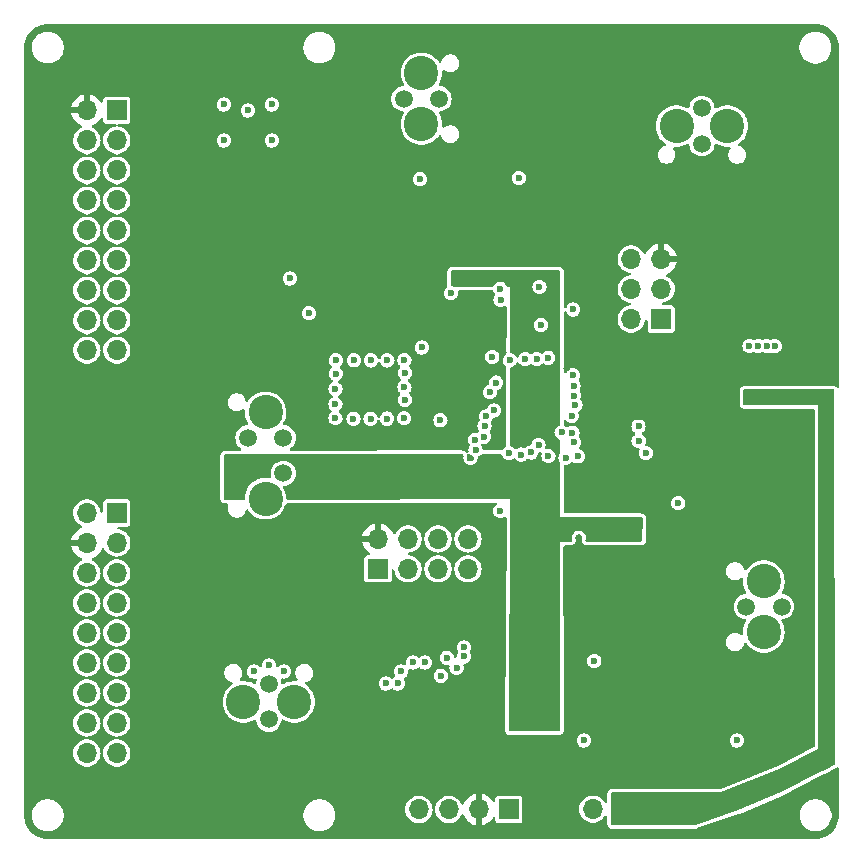
<source format=gbr>
%TF.GenerationSoftware,KiCad,Pcbnew,8.0.4*%
%TF.CreationDate,2024-08-28T23:49:54-07:00*%
%TF.ProjectId,Modubot,4d6f6475-626f-4742-9e6b-696361645f70,rev?*%
%TF.SameCoordinates,Original*%
%TF.FileFunction,Copper,L3,Inr*%
%TF.FilePolarity,Positive*%
%FSLAX46Y46*%
G04 Gerber Fmt 4.6, Leading zero omitted, Abs format (unit mm)*
G04 Created by KiCad (PCBNEW 8.0.4) date 2024-08-28 23:49:54*
%MOMM*%
%LPD*%
G01*
G04 APERTURE LIST*
%TA.AperFunction,ComponentPad*%
%ADD10C,1.520000*%
%TD*%
%TA.AperFunction,ComponentPad*%
%ADD11C,2.909999*%
%TD*%
%TA.AperFunction,ComponentPad*%
%ADD12R,1.700000X1.700000*%
%TD*%
%TA.AperFunction,ComponentPad*%
%ADD13O,1.700000X1.700000*%
%TD*%
%TA.AperFunction,ViaPad*%
%ADD14C,0.600000*%
%TD*%
G04 APERTURE END LIST*
D10*
%TO.N,/CANH_3*%
%TO.C,J7*%
X168750011Y-79060000D03*
%TO.N,/CANL_3*%
X168750011Y-82059999D03*
D11*
%TO.N,N/C*%
X166600013Y-80560000D03*
X170900009Y-80560000D03*
%TD*%
D12*
%TO.N,GND*%
%TO.C,J8*%
X152400000Y-138430000D03*
D13*
%TO.N,+3.3V*%
X149860000Y-138430000D03*
%TO.N,+5V*%
X147320000Y-138430000D03*
%TO.N,+12V*%
X144780000Y-138430000D03*
%TD*%
D10*
%TO.N,+12V*%
%TO.C,J10*%
X132080000Y-130810000D03*
%TO.N,GND*%
X132080000Y-127810001D03*
D11*
%TO.N,N/C*%
X134229998Y-129310000D03*
X129930002Y-129310000D03*
%TD*%
D12*
%TO.N,GND*%
%TO.C,J3*%
X165300000Y-96900000D03*
D13*
%TO.N,/SYS_JTMS-SWDIO*%
X162760000Y-96900000D03*
%TO.N,/NRST*%
X165300000Y-94360000D03*
%TO.N,/SYS_JTCK-SWCLK*%
X162760000Y-94360000D03*
%TO.N,+3.3V*%
X165300000Y-91820000D03*
%TO.N,GND*%
X162760000Y-91820000D03*
%TD*%
D10*
%TO.N,/CANH_1*%
%TO.C,J5*%
X143500001Y-78250000D03*
%TO.N,/CANL_1*%
X146500000Y-78250000D03*
D11*
%TO.N,N/C*%
X145000001Y-80399998D03*
X145000001Y-76100002D03*
%TD*%
D10*
%TO.N,/USART2_TX*%
%TO.C,J2*%
X133310000Y-106960001D03*
%TO.N,/USART2_RX*%
X133310000Y-109960000D03*
%TO.N,GND*%
X130310001Y-106960001D03*
%TO.N,+5V*%
X130310001Y-109960000D03*
D11*
%TO.N,N/C*%
X131810000Y-104810003D03*
X131810000Y-112109998D03*
%TD*%
D12*
%TO.N,VBUS*%
%TO.C,J12*%
X162052000Y-138405000D03*
D13*
%TO.N,+5V*%
X159512000Y-138405000D03*
%TD*%
D12*
%TO.N,GND*%
%TO.C,J4*%
X141325600Y-118059200D03*
D13*
%TO.N,+3.3V*%
X141325600Y-115519200D03*
%TO.N,/GPIO_CE *%
X143865600Y-118059200D03*
%TO.N,/GPIO_CSN*%
X143865600Y-115519200D03*
%TO.N,/SPI1_SCK*%
X146405600Y-118059200D03*
%TO.N,/SPI1_MOSI*%
X146405600Y-115519200D03*
%TO.N,/SPI1_MISO*%
X148945600Y-118059200D03*
%TO.N,/GPIO_IRQ*%
X148945600Y-115519200D03*
%TD*%
D12*
%TO.N,GND*%
%TO.C,J11*%
X119210000Y-113320000D03*
D13*
X116670000Y-113320000D03*
%TO.N,+5V*%
X119210000Y-115860000D03*
%TO.N,+3.3V*%
X116670000Y-115860000D03*
%TO.N,/PB0*%
X119210000Y-118400000D03*
%TO.N,/PB1*%
X116670000Y-118400000D03*
%TO.N,/PB2*%
X119210000Y-120940000D03*
%TO.N,/PB10*%
X116670000Y-120940000D03*
%TO.N,/PB11*%
X119210000Y-123480000D03*
%TO.N,/PB14*%
X116670000Y-123480000D03*
%TO.N,/PB15*%
X119210000Y-126020000D03*
%TO.N,/PC6*%
X116670000Y-126020000D03*
%TO.N,/PC7*%
X119210000Y-128560000D03*
%TO.N,/PA8*%
X116670000Y-128560000D03*
%TO.N,/PA9*%
X119210000Y-131100000D03*
%TO.N,/PA10*%
X116670000Y-131100000D03*
%TO.N,+12V*%
X119210000Y-133640000D03*
%TO.N,GND*%
X116670000Y-133640000D03*
%TD*%
D10*
%TO.N,/CANH_2*%
%TO.C,J6*%
X175500000Y-121250000D03*
%TO.N,/CANL_2*%
X172500001Y-121250000D03*
D11*
%TO.N,N/C*%
X174000000Y-123399998D03*
X174000000Y-119100002D03*
%TD*%
D12*
%TO.N,GND*%
%TO.C,J9*%
X119210000Y-79220000D03*
D13*
%TO.N,+3.3V*%
X116670000Y-79220000D03*
%TO.N,/PA15*%
X119210000Y-81760000D03*
%TO.N,/PC10*%
X116670000Y-81760000D03*
%TO.N,/PC11*%
X119210000Y-84300000D03*
%TO.N,/PC12*%
X116670000Y-84300000D03*
%TO.N,/PD2*%
X119210000Y-86840000D03*
%TO.N,/PB5*%
X116670000Y-86840000D03*
%TO.N,/PB6*%
X119210000Y-89380000D03*
%TO.N,/PB7*%
X116670000Y-89380000D03*
%TO.N,/PC13*%
X119210000Y-91920000D03*
%TO.N,/PC15*%
X116670000Y-91920000D03*
%TO.N,/PC0*%
X119210000Y-94460000D03*
%TO.N,/PC1*%
X116670000Y-94460000D03*
%TO.N,/PC2*%
X119210000Y-97000000D03*
%TO.N,/PC3*%
X116670000Y-97000000D03*
%TO.N,/PA0*%
X119210000Y-99540000D03*
%TO.N,/PA1*%
X116670000Y-99540000D03*
%TD*%
D14*
%TO.N,GND*%
X157835600Y-101676200D03*
X132334000Y-81788000D03*
X174929800Y-99212400D03*
X159639000Y-125857000D03*
X128270000Y-81788000D03*
X139242800Y-105333800D03*
X137718800Y-104114600D03*
X132334000Y-78740000D03*
X140690600Y-105333800D03*
X133858000Y-93472000D03*
X153238200Y-84963000D03*
X133350000Y-126746000D03*
X144272000Y-125984000D03*
X142087600Y-105333800D03*
X149585816Y-107991110D03*
X145288000Y-125984000D03*
X166750000Y-112500000D03*
X171704000Y-132588000D03*
X148590000Y-125476000D03*
X151003000Y-100101400D03*
X157200600Y-108635800D03*
X154990800Y-94183200D03*
X172770800Y-99212400D03*
X137718800Y-102819200D03*
X144881600Y-85064600D03*
X130302000Y-79248000D03*
X148590000Y-124714000D03*
X145034000Y-99314000D03*
X132080000Y-126238000D03*
X141986000Y-127762000D03*
X128270000Y-78740000D03*
X137718800Y-105308400D03*
X143586200Y-103733600D03*
X158750000Y-132588000D03*
X173532800Y-99212400D03*
X154914600Y-107569000D03*
X142113000Y-100406200D03*
X143535400Y-105308400D03*
X147980400Y-126415800D03*
X143560800Y-100380800D03*
X137744200Y-100380800D03*
X140716000Y-100406200D03*
X174244000Y-99212400D03*
X146634200Y-127101600D03*
X147142200Y-125577600D03*
X147497800Y-94716600D03*
X164000000Y-108250000D03*
X139268200Y-100406200D03*
X130810000Y-126746000D03*
X143560800Y-102666800D03*
X143611600Y-101447600D03*
X137744200Y-101523800D03*
X143256000Y-126746000D03*
X135483600Y-96418400D03*
X143002000Y-127762000D03*
%TO.N,+3.3V*%
X149148800Y-108661200D03*
X157318579Y-101065715D03*
X169138600Y-108356400D03*
X167640000Y-135382000D03*
X161772600Y-131648200D03*
X148031200Y-96697800D03*
X162480000Y-105940000D03*
X145398694Y-100387102D03*
X159359600Y-110083600D03*
X167690800Y-104673400D03*
X161772600Y-132537200D03*
X161772600Y-131648200D03*
X158318200Y-115417600D03*
X164515800Y-105613200D03*
X161772600Y-130683000D03*
%TO.N,VBUS*%
X172643800Y-103809800D03*
X175437800Y-103809800D03*
X174498000Y-103809800D03*
X173558200Y-103809800D03*
%TO.N,/I2C3_SDA*%
X163390000Y-107203000D03*
X163380000Y-106003000D03*
%TO.N,/GPIO_IRQ*%
X151684533Y-113163133D03*
%TO.N,+5V*%
X155956000Y-129184400D03*
X155067000Y-127508000D03*
X162941000Y-115005000D03*
X155981400Y-125831600D03*
X155956000Y-128346200D03*
X153111200Y-130022600D03*
X155067000Y-126644400D03*
X154000200Y-130022600D03*
X154990800Y-130860800D03*
X155041600Y-129184400D03*
X154051000Y-128346200D03*
X153111200Y-130860800D03*
X154076400Y-125831600D03*
X153187400Y-127508000D03*
X129590800Y-110998000D03*
X155041600Y-128346200D03*
X155981400Y-127508000D03*
X155067000Y-125831600D03*
X153162000Y-128346200D03*
X153187400Y-125831600D03*
X153162000Y-129184400D03*
X154076400Y-127508000D03*
X154990800Y-130022600D03*
X155981400Y-126644400D03*
X154076400Y-126644400D03*
X154000200Y-130860800D03*
X128727200Y-110998000D03*
X155905200Y-130022600D03*
X155778200Y-94615000D03*
X155905200Y-130860800D03*
X148755000Y-93548200D03*
X153187400Y-126644400D03*
X154051000Y-129184400D03*
%TO.N,/PB1*%
X153445280Y-108377920D03*
%TO.N,/PC7*%
X157734000Y-105079800D03*
%TO.N,/PB2*%
X154285000Y-108204000D03*
%TO.N,/PB15*%
X157786210Y-106516430D03*
%TO.N,/PB0*%
X152400000Y-108254800D03*
%TO.N,/PA10*%
X157877477Y-102585455D03*
%TO.N,/PB10*%
X155752800Y-108508800D03*
%TO.N,/PA9*%
X157918220Y-103384420D03*
%TO.N,/PB11*%
X158242000Y-108534200D03*
%TO.N,/PC6*%
X156870400Y-106502200D03*
%TO.N,/PB14*%
X157911800Y-107340400D03*
%TO.N,/PA8*%
X158038800Y-104190800D03*
%TO.N,/PA1*%
X149534855Y-107121582D03*
%TO.N,/PA0*%
X150291800Y-106857800D03*
%TO.N,/PC3*%
X146608800Y-105479200D03*
%TO.N,/PC0*%
X151130000Y-104648000D03*
%TO.N,/PC1*%
X150479673Y-105155228D03*
%TO.N,/PC2*%
X150342600Y-105943400D03*
%TO.N,/PC13*%
X151322800Y-102285800D03*
%TO.N,/PC15*%
X150798800Y-103090000D03*
%TO.N,/PB6*%
X151663400Y-94335600D03*
%TO.N,/PB7*%
X151704420Y-95285180D03*
%TO.N,/PB5*%
X152476200Y-100380800D03*
%TO.N,/PD2*%
X153797000Y-100304600D03*
%TO.N,/PA15*%
X157857599Y-96095042D03*
%TO.N,/PC10*%
X155727400Y-100177600D03*
%TO.N,/PC12*%
X154762200Y-100304600D03*
%TO.N,/PC11*%
X155117800Y-97409000D03*
%TD*%
%TA.AperFunction,Conductor*%
%TO.N,+3.3V*%
G36*
X149061042Y-108305759D02*
G01*
X149092544Y-108334695D01*
X149148129Y-108407136D01*
X149157534Y-108419392D01*
X149282975Y-108515646D01*
X149368163Y-108550932D01*
X149422566Y-108594773D01*
X149444631Y-108661067D01*
X149443649Y-108681679D01*
X149438337Y-108722025D01*
X149429959Y-108753291D01*
X149412730Y-108794886D01*
X149396544Y-108822922D01*
X149369132Y-108858645D01*
X149346245Y-108881532D01*
X149310522Y-108908944D01*
X149282486Y-108925130D01*
X149240893Y-108942358D01*
X149209627Y-108950736D01*
X149164980Y-108956614D01*
X149132611Y-108956614D01*
X149110299Y-108953677D01*
X149110296Y-108953675D01*
X149110292Y-108953676D01*
X149087968Y-108950736D01*
X149056707Y-108942359D01*
X149015112Y-108925130D01*
X148987076Y-108908944D01*
X148951353Y-108881532D01*
X148928467Y-108858646D01*
X148901055Y-108822924D01*
X148884868Y-108794886D01*
X148867638Y-108753288D01*
X148859261Y-108722023D01*
X148855172Y-108690962D01*
X148853384Y-108677378D01*
X148853384Y-108645018D01*
X148863539Y-108567878D01*
X148866208Y-108553881D01*
X148867921Y-108547062D01*
X148872456Y-108434882D01*
X148871458Y-108428020D01*
X148881292Y-108358849D01*
X148926963Y-108305972D01*
X148993971Y-108286181D01*
X149061042Y-108305759D01*
G37*
%TD.AperFunction*%
%TA.AperFunction,Conductor*%
G36*
X178364043Y-71920765D02*
G01*
X178612895Y-71937075D01*
X178628953Y-71939190D01*
X178836105Y-71980395D01*
X178869535Y-71987045D01*
X178885202Y-71991243D01*
X179054947Y-72048863D01*
X179117481Y-72070091D01*
X179132458Y-72076294D01*
X179341799Y-72179529D01*
X179352460Y-72184787D01*
X179366508Y-72192897D01*
X179570464Y-72329177D01*
X179583328Y-72339048D01*
X179767749Y-72500781D01*
X179779218Y-72512250D01*
X179916196Y-72668444D01*
X179940951Y-72696671D01*
X179950825Y-72709539D01*
X180087102Y-72913492D01*
X180095212Y-72927539D01*
X180203702Y-73147534D01*
X180209909Y-73162520D01*
X180288756Y-73394797D01*
X180292954Y-73410464D01*
X180340807Y-73651035D01*
X180342925Y-73667116D01*
X180359235Y-73915956D01*
X180359500Y-73924066D01*
X180359500Y-102593026D01*
X180339815Y-102660065D01*
X180287011Y-102705820D01*
X180217853Y-102715764D01*
X180154297Y-102686739D01*
X180141790Y-102674232D01*
X180135349Y-102666800D01*
X180133118Y-102664225D01*
X180133114Y-102664222D01*
X180133106Y-102664212D01*
X180088390Y-102622051D01*
X180088387Y-102622049D01*
X180088385Y-102622047D01*
X179988309Y-102571161D01*
X179988308Y-102571160D01*
X179988307Y-102571160D01*
X179921276Y-102551477D01*
X179921270Y-102551476D01*
X179835198Y-102539100D01*
X172361400Y-102539100D01*
X172361391Y-102539100D01*
X172361390Y-102539101D01*
X172296464Y-102546081D01*
X172296452Y-102546083D01*
X172244946Y-102557288D01*
X172206745Y-102568244D01*
X172206741Y-102568246D01*
X172109831Y-102624923D01*
X172109828Y-102624925D01*
X172057023Y-102670681D01*
X172057012Y-102670691D01*
X172014851Y-102715407D01*
X172014845Y-102715416D01*
X171963960Y-102815490D01*
X171944277Y-102882521D01*
X171944276Y-102882528D01*
X171931900Y-102968600D01*
X171931900Y-104066800D01*
X171931901Y-104066809D01*
X171938881Y-104131735D01*
X171938883Y-104131747D01*
X171950088Y-104183253D01*
X171961044Y-104221454D01*
X171961046Y-104221458D01*
X172001781Y-104291110D01*
X172017725Y-104318371D01*
X172043017Y-104347560D01*
X172063481Y-104371176D01*
X172063491Y-104371187D01*
X172108207Y-104413348D01*
X172108209Y-104413349D01*
X172108213Y-104413353D01*
X172208289Y-104464239D01*
X172275328Y-104483924D01*
X172361400Y-104496300D01*
X178183300Y-104496300D01*
X178250339Y-104515985D01*
X178296094Y-104568789D01*
X178307300Y-104620300D01*
X178307300Y-133060058D01*
X178287615Y-133127097D01*
X178239092Y-133170797D01*
X175163805Y-134720178D01*
X175154476Y-134724405D01*
X170346154Y-136667666D01*
X170299691Y-136676700D01*
X161160000Y-136676700D01*
X161159991Y-136676700D01*
X161159990Y-136676701D01*
X161095064Y-136683681D01*
X161095052Y-136683683D01*
X161043546Y-136694888D01*
X161005345Y-136705844D01*
X161005341Y-136705846D01*
X160908431Y-136762523D01*
X160908428Y-136762525D01*
X160855623Y-136808281D01*
X160855612Y-136808291D01*
X160813451Y-136853007D01*
X160813445Y-136853016D01*
X160762560Y-136953090D01*
X160742877Y-137020121D01*
X160730500Y-137106202D01*
X160730500Y-137743750D01*
X160710815Y-137810789D01*
X160658011Y-137856544D01*
X160588853Y-137866488D01*
X160525297Y-137837463D01*
X160497468Y-137801563D01*
X160497383Y-137801617D01*
X160496878Y-137800801D01*
X160495501Y-137799025D01*
X160494366Y-137796745D01*
X160365872Y-137626593D01*
X160208302Y-137482948D01*
X160027019Y-137370702D01*
X160027017Y-137370701D01*
X159916257Y-137327793D01*
X159828198Y-137293679D01*
X159618610Y-137254500D01*
X159405390Y-137254500D01*
X159195802Y-137293679D01*
X159195799Y-137293679D01*
X159195799Y-137293680D01*
X158996982Y-137370701D01*
X158996980Y-137370702D01*
X158815699Y-137482947D01*
X158658127Y-137626593D01*
X158529632Y-137796746D01*
X158434596Y-137987605D01*
X158434596Y-137987607D01*
X158376244Y-138192689D01*
X158362009Y-138346318D01*
X158356571Y-138405000D01*
X158376244Y-138617310D01*
X158432126Y-138813713D01*
X158434596Y-138822392D01*
X158434596Y-138822394D01*
X158529632Y-139013253D01*
X158656300Y-139180987D01*
X158658128Y-139183407D01*
X158815698Y-139327052D01*
X158996981Y-139439298D01*
X159195802Y-139516321D01*
X159405390Y-139555500D01*
X159405392Y-139555500D01*
X159618608Y-139555500D01*
X159618610Y-139555500D01*
X159828198Y-139516321D01*
X160027019Y-139439298D01*
X160208302Y-139327052D01*
X160365872Y-139183407D01*
X160494366Y-139013255D01*
X160495499Y-139010978D01*
X160496332Y-139010080D01*
X160497383Y-139008383D01*
X160497715Y-139008588D01*
X160543000Y-138959742D01*
X160610662Y-138942319D01*
X160677003Y-138964243D01*
X160720960Y-139018553D01*
X160730500Y-139066249D01*
X160730500Y-139626800D01*
X160730501Y-139626809D01*
X160737481Y-139691735D01*
X160737483Y-139691747D01*
X160748688Y-139743253D01*
X160759644Y-139781454D01*
X160759646Y-139781458D01*
X160816323Y-139878368D01*
X160816325Y-139878371D01*
X160862081Y-139931176D01*
X160862091Y-139931187D01*
X160906807Y-139973348D01*
X160906809Y-139973349D01*
X160906813Y-139973353D01*
X161006889Y-140024239D01*
X161073928Y-140043924D01*
X161160000Y-140056300D01*
X161160003Y-140056300D01*
X168203406Y-140056300D01*
X168203409Y-140056300D01*
X168213536Y-140055456D01*
X168253903Y-140052096D01*
X168253909Y-140052095D01*
X168253935Y-140052093D01*
X168294383Y-140045310D01*
X168343510Y-140032807D01*
X168343517Y-140032804D01*
X168343526Y-140032802D01*
X171040663Y-139102099D01*
X171876394Y-138813713D01*
X177019500Y-138813713D01*
X177019500Y-139026286D01*
X177045265Y-139188964D01*
X177052754Y-139236243D01*
X177102721Y-139390026D01*
X177118444Y-139438414D01*
X177214951Y-139627820D01*
X177339890Y-139799786D01*
X177490213Y-139950109D01*
X177662179Y-140075048D01*
X177662181Y-140075049D01*
X177662184Y-140075051D01*
X177851588Y-140171557D01*
X178053757Y-140237246D01*
X178263713Y-140270500D01*
X178263714Y-140270500D01*
X178476286Y-140270500D01*
X178476287Y-140270500D01*
X178686243Y-140237246D01*
X178888412Y-140171557D01*
X179077816Y-140075051D01*
X179147753Y-140024239D01*
X179249786Y-139950109D01*
X179249788Y-139950106D01*
X179249792Y-139950104D01*
X179400104Y-139799792D01*
X179400106Y-139799788D01*
X179400109Y-139799786D01*
X179525048Y-139627820D01*
X179525047Y-139627820D01*
X179525051Y-139627816D01*
X179621557Y-139438412D01*
X179687246Y-139236243D01*
X179720500Y-139026287D01*
X179720500Y-138813713D01*
X179687246Y-138603757D01*
X179621557Y-138401588D01*
X179525051Y-138212184D01*
X179525049Y-138212181D01*
X179525048Y-138212179D01*
X179400109Y-138040213D01*
X179249786Y-137889890D01*
X179077820Y-137764951D01*
X178888414Y-137668444D01*
X178888413Y-137668443D01*
X178888412Y-137668443D01*
X178686243Y-137602754D01*
X178686241Y-137602753D01*
X178686240Y-137602753D01*
X178524957Y-137577208D01*
X178476287Y-137569500D01*
X178263713Y-137569500D01*
X178215042Y-137577208D01*
X178053760Y-137602753D01*
X177851585Y-137668444D01*
X177662179Y-137764951D01*
X177490213Y-137889890D01*
X177339890Y-138040213D01*
X177214951Y-138212179D01*
X177118444Y-138401585D01*
X177052753Y-138603760D01*
X177019500Y-138813713D01*
X171876394Y-138813713D01*
X171926540Y-138796409D01*
X171936576Y-138792748D01*
X171944681Y-138789630D01*
X171954612Y-138785608D01*
X175528156Y-137264950D01*
X175537590Y-137260746D01*
X175545192Y-137257203D01*
X175554488Y-137252677D01*
X178750772Y-135629169D01*
X178751951Y-135628567D01*
X178752660Y-135628203D01*
X178753485Y-135627779D01*
X179487832Y-135247945D01*
X179492613Y-135245417D01*
X179493849Y-135244749D01*
X179496408Y-135243369D01*
X179501106Y-135240780D01*
X179718060Y-135118743D01*
X179904054Y-135014122D01*
X179907760Y-135012003D01*
X179910734Y-135010275D01*
X179914432Y-135008091D01*
X180106663Y-134892753D01*
X180159904Y-134851804D01*
X180225045Y-134826539D01*
X180293505Y-134840501D01*
X180343550Y-134889259D01*
X180359500Y-134950097D01*
X180359500Y-138915933D01*
X180359235Y-138924043D01*
X180342925Y-139172883D01*
X180340807Y-139188964D01*
X180292954Y-139429535D01*
X180288756Y-139445202D01*
X180209909Y-139677479D01*
X180203702Y-139692465D01*
X180095212Y-139912460D01*
X180087102Y-139926507D01*
X179950825Y-140130460D01*
X179940951Y-140143328D01*
X179779218Y-140327749D01*
X179767749Y-140339218D01*
X179583328Y-140500951D01*
X179570460Y-140510825D01*
X179366507Y-140647102D01*
X179352460Y-140655212D01*
X179132465Y-140763702D01*
X179117479Y-140769909D01*
X178885202Y-140848756D01*
X178869535Y-140852954D01*
X178628964Y-140900807D01*
X178612883Y-140902925D01*
X178364043Y-140919235D01*
X178355933Y-140919500D01*
X113364067Y-140919500D01*
X113355957Y-140919235D01*
X113107116Y-140902925D01*
X113091035Y-140900807D01*
X112850464Y-140852954D01*
X112834797Y-140848756D01*
X112602520Y-140769909D01*
X112587534Y-140763702D01*
X112367539Y-140655212D01*
X112353492Y-140647102D01*
X112149539Y-140510825D01*
X112136671Y-140500951D01*
X111952250Y-140339218D01*
X111940781Y-140327749D01*
X111803804Y-140171557D01*
X111779045Y-140143325D01*
X111769174Y-140130460D01*
X111703924Y-140032807D01*
X111632897Y-139926507D01*
X111624787Y-139912460D01*
X111560182Y-139781454D01*
X111516294Y-139692458D01*
X111510090Y-139677479D01*
X111492883Y-139626790D01*
X111463870Y-139541319D01*
X111431243Y-139445202D01*
X111427045Y-139429535D01*
X111406225Y-139324865D01*
X111379190Y-139188953D01*
X111377075Y-139172895D01*
X111360765Y-138924043D01*
X111360500Y-138915933D01*
X111360500Y-138813713D01*
X112009500Y-138813713D01*
X112009500Y-139026286D01*
X112035265Y-139188964D01*
X112042754Y-139236243D01*
X112092721Y-139390026D01*
X112108444Y-139438414D01*
X112204951Y-139627820D01*
X112329890Y-139799786D01*
X112480213Y-139950109D01*
X112652179Y-140075048D01*
X112652181Y-140075049D01*
X112652184Y-140075051D01*
X112841588Y-140171557D01*
X113043757Y-140237246D01*
X113253713Y-140270500D01*
X113253714Y-140270500D01*
X113466286Y-140270500D01*
X113466287Y-140270500D01*
X113676243Y-140237246D01*
X113878412Y-140171557D01*
X114067816Y-140075051D01*
X114137753Y-140024239D01*
X114239786Y-139950109D01*
X114239788Y-139950106D01*
X114239792Y-139950104D01*
X114390104Y-139799792D01*
X114390106Y-139799788D01*
X114390109Y-139799786D01*
X114515048Y-139627820D01*
X114515047Y-139627820D01*
X114515051Y-139627816D01*
X114611557Y-139438412D01*
X114677246Y-139236243D01*
X114710500Y-139026287D01*
X114710500Y-138813713D01*
X135009500Y-138813713D01*
X135009500Y-139026286D01*
X135035265Y-139188964D01*
X135042754Y-139236243D01*
X135092721Y-139390026D01*
X135108444Y-139438414D01*
X135204951Y-139627820D01*
X135329890Y-139799786D01*
X135480213Y-139950109D01*
X135652179Y-140075048D01*
X135652181Y-140075049D01*
X135652184Y-140075051D01*
X135841588Y-140171557D01*
X136043757Y-140237246D01*
X136253713Y-140270500D01*
X136253714Y-140270500D01*
X136466286Y-140270500D01*
X136466287Y-140270500D01*
X136676243Y-140237246D01*
X136878412Y-140171557D01*
X137067816Y-140075051D01*
X137137753Y-140024239D01*
X137239786Y-139950109D01*
X137239788Y-139950106D01*
X137239792Y-139950104D01*
X137390104Y-139799792D01*
X137390106Y-139799788D01*
X137390109Y-139799786D01*
X137515048Y-139627820D01*
X137515047Y-139627820D01*
X137515051Y-139627816D01*
X137611557Y-139438412D01*
X137677246Y-139236243D01*
X137710500Y-139026287D01*
X137710500Y-138813713D01*
X137677246Y-138603757D01*
X137620789Y-138430000D01*
X143624571Y-138430000D01*
X143644244Y-138642310D01*
X143697675Y-138830099D01*
X143702596Y-138847392D01*
X143702596Y-138847394D01*
X143797632Y-139038253D01*
X143911445Y-139188964D01*
X143926128Y-139208407D01*
X144083698Y-139352052D01*
X144264981Y-139464298D01*
X144463802Y-139541321D01*
X144673390Y-139580500D01*
X144673392Y-139580500D01*
X144886608Y-139580500D01*
X144886610Y-139580500D01*
X145096198Y-139541321D01*
X145295019Y-139464298D01*
X145476302Y-139352052D01*
X145633872Y-139208407D01*
X145762366Y-139038255D01*
X145799219Y-138964243D01*
X145857403Y-138847394D01*
X145857403Y-138847393D01*
X145857405Y-138847389D01*
X145915756Y-138642310D01*
X145926529Y-138526047D01*
X145952315Y-138461111D01*
X145994622Y-138430804D01*
X146103130Y-138430804D01*
X146139503Y-138451668D01*
X146171693Y-138513681D01*
X146173470Y-138526047D01*
X146184244Y-138642310D01*
X146237675Y-138830099D01*
X146242596Y-138847392D01*
X146242596Y-138847394D01*
X146337632Y-139038253D01*
X146451445Y-139188964D01*
X146466128Y-139208407D01*
X146623698Y-139352052D01*
X146804981Y-139464298D01*
X147003802Y-139541321D01*
X147213390Y-139580500D01*
X147213392Y-139580500D01*
X147426608Y-139580500D01*
X147426610Y-139580500D01*
X147636198Y-139541321D01*
X147835019Y-139464298D01*
X148016302Y-139352052D01*
X148173872Y-139208407D01*
X148302366Y-139038255D01*
X148369325Y-138903781D01*
X148416825Y-138852548D01*
X148484488Y-138835126D01*
X148550828Y-138857051D01*
X148592705Y-138906651D01*
X148686399Y-139107578D01*
X148821894Y-139301082D01*
X148988917Y-139468105D01*
X149182421Y-139603600D01*
X149396507Y-139703429D01*
X149396516Y-139703433D01*
X149610000Y-139760634D01*
X149610000Y-138863012D01*
X149667007Y-138895925D01*
X149794174Y-138930000D01*
X149925826Y-138930000D01*
X150052993Y-138895925D01*
X150110000Y-138863012D01*
X150110000Y-139760633D01*
X150323483Y-139703433D01*
X150323492Y-139703429D01*
X150537578Y-139603600D01*
X150731082Y-139468105D01*
X150898105Y-139301082D01*
X151023925Y-139121394D01*
X151078502Y-139077770D01*
X151148001Y-139070577D01*
X151210355Y-139102099D01*
X151245769Y-139162329D01*
X151249500Y-139192517D01*
X151249500Y-139324855D01*
X151249502Y-139324882D01*
X151252413Y-139349987D01*
X151252415Y-139349991D01*
X151297793Y-139452764D01*
X151297794Y-139452765D01*
X151377235Y-139532206D01*
X151480009Y-139577585D01*
X151505135Y-139580500D01*
X153294864Y-139580499D01*
X153294879Y-139580497D01*
X153294882Y-139580497D01*
X153319987Y-139577586D01*
X153319988Y-139577585D01*
X153319991Y-139577585D01*
X153422765Y-139532206D01*
X153502206Y-139452765D01*
X153547585Y-139349991D01*
X153550500Y-139324865D01*
X153550499Y-137535136D01*
X153550497Y-137535117D01*
X153547586Y-137510012D01*
X153547585Y-137510010D01*
X153547585Y-137510009D01*
X153502206Y-137407235D01*
X153422765Y-137327794D01*
X153402124Y-137318680D01*
X153319992Y-137282415D01*
X153294865Y-137279500D01*
X151505143Y-137279500D01*
X151505117Y-137279502D01*
X151480012Y-137282413D01*
X151480008Y-137282415D01*
X151377235Y-137327793D01*
X151297794Y-137407234D01*
X151252415Y-137510006D01*
X151252415Y-137510008D01*
X151249500Y-137535131D01*
X151249500Y-137667481D01*
X151229815Y-137734520D01*
X151177011Y-137780275D01*
X151107853Y-137790219D01*
X151044297Y-137761194D01*
X151023925Y-137738604D01*
X150898113Y-137558926D01*
X150898108Y-137558920D01*
X150731082Y-137391894D01*
X150537578Y-137256399D01*
X150323492Y-137156570D01*
X150323486Y-137156567D01*
X150110000Y-137099364D01*
X150110000Y-137996988D01*
X150052993Y-137964075D01*
X149925826Y-137930000D01*
X149794174Y-137930000D01*
X149667007Y-137964075D01*
X149610000Y-137996988D01*
X149610000Y-137099364D01*
X149609999Y-137099364D01*
X149396513Y-137156567D01*
X149396507Y-137156570D01*
X149182422Y-137256399D01*
X149182420Y-137256400D01*
X148988926Y-137391886D01*
X148988920Y-137391891D01*
X148821891Y-137558920D01*
X148821886Y-137558926D01*
X148686400Y-137752420D01*
X148686399Y-137752422D01*
X148592705Y-137953348D01*
X148546532Y-138005787D01*
X148479339Y-138024939D01*
X148412457Y-138004723D01*
X148369324Y-137956216D01*
X148302366Y-137821745D01*
X148294092Y-137810789D01*
X148173872Y-137651593D01*
X148146448Y-137626593D01*
X148016302Y-137507948D01*
X147835019Y-137395702D01*
X147835017Y-137395701D01*
X147735608Y-137357190D01*
X147636198Y-137318679D01*
X147426610Y-137279500D01*
X147213390Y-137279500D01*
X147003802Y-137318679D01*
X147003799Y-137318679D01*
X147003799Y-137318680D01*
X146804982Y-137395701D01*
X146804980Y-137395702D01*
X146623699Y-137507947D01*
X146466127Y-137651593D01*
X146337632Y-137821746D01*
X146242596Y-138012605D01*
X146242596Y-138012607D01*
X146184244Y-138217689D01*
X146173471Y-138333951D01*
X146147685Y-138398888D01*
X146103130Y-138430804D01*
X145994622Y-138430804D01*
X145996869Y-138429194D01*
X145960497Y-138408331D01*
X145928307Y-138346318D01*
X145926529Y-138333951D01*
X145925849Y-138326613D01*
X145915756Y-138217690D01*
X145857405Y-138012611D01*
X145857403Y-138012606D01*
X145857403Y-138012605D01*
X145762367Y-137821746D01*
X145633872Y-137651593D01*
X145606448Y-137626593D01*
X145476302Y-137507948D01*
X145295019Y-137395702D01*
X145295017Y-137395701D01*
X145195608Y-137357190D01*
X145096198Y-137318679D01*
X144886610Y-137279500D01*
X144673390Y-137279500D01*
X144463802Y-137318679D01*
X144463799Y-137318679D01*
X144463799Y-137318680D01*
X144264982Y-137395701D01*
X144264980Y-137395702D01*
X144083699Y-137507947D01*
X143926127Y-137651593D01*
X143797632Y-137821746D01*
X143702596Y-138012605D01*
X143702596Y-138012607D01*
X143644244Y-138217689D01*
X143626888Y-138405000D01*
X143624571Y-138430000D01*
X137620789Y-138430000D01*
X137611557Y-138401588D01*
X137515051Y-138212184D01*
X137515049Y-138212181D01*
X137515048Y-138212179D01*
X137390109Y-138040213D01*
X137239786Y-137889890D01*
X137067820Y-137764951D01*
X136878414Y-137668444D01*
X136878413Y-137668443D01*
X136878412Y-137668443D01*
X136676243Y-137602754D01*
X136676241Y-137602753D01*
X136676240Y-137602753D01*
X136514957Y-137577208D01*
X136466287Y-137569500D01*
X136253713Y-137569500D01*
X136205042Y-137577208D01*
X136043760Y-137602753D01*
X135841585Y-137668444D01*
X135652179Y-137764951D01*
X135480213Y-137889890D01*
X135329890Y-138040213D01*
X135204951Y-138212179D01*
X135108444Y-138401585D01*
X135042753Y-138603760D01*
X135009500Y-138813713D01*
X114710500Y-138813713D01*
X114677246Y-138603757D01*
X114611557Y-138401588D01*
X114515051Y-138212184D01*
X114515049Y-138212181D01*
X114515048Y-138212179D01*
X114390109Y-138040213D01*
X114239786Y-137889890D01*
X114067820Y-137764951D01*
X113878414Y-137668444D01*
X113878413Y-137668443D01*
X113878412Y-137668443D01*
X113676243Y-137602754D01*
X113676241Y-137602753D01*
X113676240Y-137602753D01*
X113514957Y-137577208D01*
X113466287Y-137569500D01*
X113253713Y-137569500D01*
X113205042Y-137577208D01*
X113043760Y-137602753D01*
X112841585Y-137668444D01*
X112652179Y-137764951D01*
X112480213Y-137889890D01*
X112329890Y-138040213D01*
X112204951Y-138212179D01*
X112108444Y-138401585D01*
X112042753Y-138603760D01*
X112009500Y-138813713D01*
X111360500Y-138813713D01*
X111360500Y-115609999D01*
X115339364Y-115609999D01*
X115339364Y-115610000D01*
X116236988Y-115610000D01*
X116204075Y-115667007D01*
X116170000Y-115794174D01*
X116170000Y-115925826D01*
X116204075Y-116052993D01*
X116236988Y-116110000D01*
X115339364Y-116110000D01*
X115396567Y-116323486D01*
X115396570Y-116323492D01*
X115496399Y-116537578D01*
X115631894Y-116731082D01*
X115798917Y-116898105D01*
X115992421Y-117033600D01*
X116191573Y-117126466D01*
X116244012Y-117172638D01*
X116263164Y-117239832D01*
X116242948Y-117306713D01*
X116189783Y-117352048D01*
X116183968Y-117354472D01*
X116176771Y-117357260D01*
X116154982Y-117365701D01*
X116154980Y-117365702D01*
X115973699Y-117477947D01*
X115816127Y-117621593D01*
X115687632Y-117791746D01*
X115592596Y-117982605D01*
X115592596Y-117982607D01*
X115543475Y-118155248D01*
X115534244Y-118187690D01*
X115514571Y-118400000D01*
X115534244Y-118612310D01*
X115590464Y-118809901D01*
X115592596Y-118817392D01*
X115592596Y-118817394D01*
X115687632Y-119008253D01*
X115816127Y-119178406D01*
X115816128Y-119178407D01*
X115973698Y-119322052D01*
X116154981Y-119434298D01*
X116353802Y-119511321D01*
X116550613Y-119548111D01*
X116612893Y-119579779D01*
X116648166Y-119640092D01*
X116645232Y-119709900D01*
X116605023Y-119767040D01*
X116550613Y-119791888D01*
X116353802Y-119828679D01*
X116353799Y-119828679D01*
X116353799Y-119828680D01*
X116154982Y-119905701D01*
X116154980Y-119905702D01*
X115973699Y-120017947D01*
X115816127Y-120161593D01*
X115687632Y-120331746D01*
X115592596Y-120522605D01*
X115592596Y-120522607D01*
X115534244Y-120727689D01*
X115514571Y-120939999D01*
X115514571Y-120940000D01*
X115534244Y-121152310D01*
X115592596Y-121357392D01*
X115592596Y-121357394D01*
X115687632Y-121548253D01*
X115783530Y-121675241D01*
X115816128Y-121718407D01*
X115973698Y-121862052D01*
X116154981Y-121974298D01*
X116353802Y-122051321D01*
X116550613Y-122088111D01*
X116612893Y-122119779D01*
X116648166Y-122180092D01*
X116645232Y-122249900D01*
X116605023Y-122307040D01*
X116550613Y-122331888D01*
X116353802Y-122368679D01*
X116353799Y-122368679D01*
X116353799Y-122368680D01*
X116154982Y-122445701D01*
X116154980Y-122445702D01*
X115973699Y-122557947D01*
X115816127Y-122701593D01*
X115687632Y-122871746D01*
X115592596Y-123062605D01*
X115592596Y-123062607D01*
X115534244Y-123267689D01*
X115521985Y-123399993D01*
X115514571Y-123480000D01*
X115534244Y-123692310D01*
X115554984Y-123765204D01*
X115592596Y-123897392D01*
X115592596Y-123897394D01*
X115687632Y-124088253D01*
X115753210Y-124175091D01*
X115816128Y-124258407D01*
X115973698Y-124402052D01*
X116154981Y-124514298D01*
X116353802Y-124591321D01*
X116550613Y-124628111D01*
X116612893Y-124659779D01*
X116648166Y-124720092D01*
X116645232Y-124789900D01*
X116605023Y-124847040D01*
X116550613Y-124871888D01*
X116353802Y-124908679D01*
X116353799Y-124908679D01*
X116353799Y-124908680D01*
X116154982Y-124985701D01*
X116154980Y-124985702D01*
X115973699Y-125097947D01*
X115816127Y-125241593D01*
X115687632Y-125411746D01*
X115592596Y-125602605D01*
X115592596Y-125602607D01*
X115534244Y-125807689D01*
X115516375Y-126000536D01*
X115514571Y-126020000D01*
X115534244Y-126232310D01*
X115572857Y-126368020D01*
X115592596Y-126437392D01*
X115592596Y-126437394D01*
X115687632Y-126628253D01*
X115813628Y-126795097D01*
X115816128Y-126798407D01*
X115973698Y-126942052D01*
X116154981Y-127054298D01*
X116353802Y-127131321D01*
X116550613Y-127168111D01*
X116612893Y-127199779D01*
X116648166Y-127260092D01*
X116645232Y-127329900D01*
X116605023Y-127387040D01*
X116550613Y-127411888D01*
X116353802Y-127448679D01*
X116353799Y-127448679D01*
X116353799Y-127448680D01*
X116154982Y-127525701D01*
X116154980Y-127525702D01*
X115973699Y-127637947D01*
X115816127Y-127781593D01*
X115687632Y-127951746D01*
X115592596Y-128142605D01*
X115592596Y-128142607D01*
X115534244Y-128347689D01*
X115532392Y-128367682D01*
X115514571Y-128560000D01*
X115534244Y-128772310D01*
X115551313Y-128832302D01*
X115592596Y-128977392D01*
X115592596Y-128977394D01*
X115687632Y-129168253D01*
X115687634Y-129168255D01*
X115816128Y-129338407D01*
X115973698Y-129482052D01*
X116154981Y-129594298D01*
X116353802Y-129671321D01*
X116550613Y-129708111D01*
X116612893Y-129739779D01*
X116648166Y-129800092D01*
X116645232Y-129869900D01*
X116605023Y-129927040D01*
X116550613Y-129951888D01*
X116353802Y-129988679D01*
X116353799Y-129988679D01*
X116353799Y-129988680D01*
X116154982Y-130065701D01*
X116154980Y-130065702D01*
X115973699Y-130177947D01*
X115816127Y-130321593D01*
X115687632Y-130491746D01*
X115592596Y-130682605D01*
X115592596Y-130682607D01*
X115534244Y-130887689D01*
X115514571Y-131099999D01*
X115514571Y-131100000D01*
X115534244Y-131312310D01*
X115592596Y-131517392D01*
X115592596Y-131517394D01*
X115687632Y-131708253D01*
X115816127Y-131878406D01*
X115816128Y-131878407D01*
X115973698Y-132022052D01*
X116154981Y-132134298D01*
X116353802Y-132211321D01*
X116550613Y-132248111D01*
X116612893Y-132279779D01*
X116648166Y-132340092D01*
X116645232Y-132409900D01*
X116605023Y-132467040D01*
X116550613Y-132491888D01*
X116353802Y-132528679D01*
X116353799Y-132528679D01*
X116353799Y-132528680D01*
X116154982Y-132605701D01*
X116154980Y-132605702D01*
X115973699Y-132717947D01*
X115816127Y-132861593D01*
X115687632Y-133031746D01*
X115592596Y-133222605D01*
X115592596Y-133222607D01*
X115534244Y-133427689D01*
X115514571Y-133639999D01*
X115514571Y-133640000D01*
X115534244Y-133852310D01*
X115592596Y-134057392D01*
X115592596Y-134057394D01*
X115687632Y-134248253D01*
X115687634Y-134248255D01*
X115816128Y-134418407D01*
X115973698Y-134562052D01*
X116154981Y-134674298D01*
X116353802Y-134751321D01*
X116563390Y-134790500D01*
X116563392Y-134790500D01*
X116776608Y-134790500D01*
X116776610Y-134790500D01*
X116986198Y-134751321D01*
X117185019Y-134674298D01*
X117366302Y-134562052D01*
X117523872Y-134418407D01*
X117652366Y-134248255D01*
X117747405Y-134057389D01*
X117805756Y-133852310D01*
X117816529Y-133736047D01*
X117842315Y-133671111D01*
X117886869Y-133639194D01*
X117850497Y-133618331D01*
X117818307Y-133556318D01*
X117816529Y-133543951D01*
X117815849Y-133536613D01*
X117805756Y-133427690D01*
X117747405Y-133222611D01*
X117747403Y-133222606D01*
X117747403Y-133222605D01*
X117652367Y-133031746D01*
X117523872Y-132861593D01*
X117395715Y-132744762D01*
X117366302Y-132717948D01*
X117185019Y-132605702D01*
X117185017Y-132605701D01*
X117085608Y-132567190D01*
X116986198Y-132528679D01*
X116789385Y-132491888D01*
X116727106Y-132460221D01*
X116691833Y-132399908D01*
X116694767Y-132330100D01*
X116734976Y-132272960D01*
X116789384Y-132248111D01*
X116986198Y-132211321D01*
X117185019Y-132134298D01*
X117366302Y-132022052D01*
X117523872Y-131878407D01*
X117652366Y-131708255D01*
X117658449Y-131696039D01*
X117747403Y-131517394D01*
X117747403Y-131517393D01*
X117747405Y-131517389D01*
X117805756Y-131312310D01*
X117816529Y-131196047D01*
X117842315Y-131131111D01*
X117886869Y-131099194D01*
X117850497Y-131078331D01*
X117818307Y-131016318D01*
X117816529Y-131003951D01*
X117811412Y-130948729D01*
X117805756Y-130887690D01*
X117747405Y-130682611D01*
X117747403Y-130682606D01*
X117747403Y-130682605D01*
X117652367Y-130491746D01*
X117523872Y-130321593D01*
X117502029Y-130301680D01*
X117366302Y-130177948D01*
X117185019Y-130065702D01*
X117185017Y-130065701D01*
X117085608Y-130027190D01*
X116986198Y-129988679D01*
X116789385Y-129951888D01*
X116727106Y-129920221D01*
X116691833Y-129859908D01*
X116694767Y-129790100D01*
X116734976Y-129732960D01*
X116789384Y-129708111D01*
X116986198Y-129671321D01*
X117185019Y-129594298D01*
X117366302Y-129482052D01*
X117523872Y-129338407D01*
X117652366Y-129168255D01*
X117712429Y-129047632D01*
X117747403Y-128977394D01*
X117747403Y-128977393D01*
X117747405Y-128977389D01*
X117805756Y-128772310D01*
X117816529Y-128656047D01*
X117842315Y-128591111D01*
X117886869Y-128559194D01*
X117850497Y-128538331D01*
X117818307Y-128476318D01*
X117816529Y-128463951D01*
X117807608Y-128367682D01*
X117805756Y-128347690D01*
X117747405Y-128142611D01*
X117747403Y-128142606D01*
X117747403Y-128142605D01*
X117652367Y-127951746D01*
X117523872Y-127781593D01*
X117491113Y-127751729D01*
X117366302Y-127637948D01*
X117185019Y-127525702D01*
X117185017Y-127525701D01*
X117017269Y-127460716D01*
X116986198Y-127448679D01*
X116789385Y-127411888D01*
X116727106Y-127380221D01*
X116691833Y-127319908D01*
X116694767Y-127250100D01*
X116734976Y-127192960D01*
X116789384Y-127168111D01*
X116986198Y-127131321D01*
X117185019Y-127054298D01*
X117366302Y-126942052D01*
X117523872Y-126798407D01*
X117652366Y-126628255D01*
X117652367Y-126628253D01*
X117747403Y-126437394D01*
X117747403Y-126437393D01*
X117747405Y-126437389D01*
X117805756Y-126232310D01*
X117816529Y-126116047D01*
X117842315Y-126051111D01*
X117886869Y-126019194D01*
X117850497Y-125998331D01*
X117818307Y-125936318D01*
X117816529Y-125923951D01*
X117810325Y-125857000D01*
X117805756Y-125807690D01*
X117747405Y-125602611D01*
X117747403Y-125602606D01*
X117747403Y-125602605D01*
X117652367Y-125411746D01*
X117523872Y-125241593D01*
X117448804Y-125173159D01*
X117366302Y-125097948D01*
X117185019Y-124985702D01*
X117185017Y-124985701D01*
X117085608Y-124947190D01*
X116986198Y-124908679D01*
X116789385Y-124871888D01*
X116727106Y-124840221D01*
X116691833Y-124779908D01*
X116694767Y-124710100D01*
X116734976Y-124652960D01*
X116789384Y-124628111D01*
X116986198Y-124591321D01*
X117185019Y-124514298D01*
X117366302Y-124402052D01*
X117523872Y-124258407D01*
X117652366Y-124088255D01*
X117652367Y-124088253D01*
X117747403Y-123897394D01*
X117747403Y-123897393D01*
X117747405Y-123897389D01*
X117805756Y-123692310D01*
X117816529Y-123576047D01*
X117842315Y-123511111D01*
X117886869Y-123479194D01*
X117850497Y-123458331D01*
X117818307Y-123396318D01*
X117816529Y-123383951D01*
X117815849Y-123376613D01*
X117805756Y-123267690D01*
X117747405Y-123062611D01*
X117747403Y-123062606D01*
X117747403Y-123062605D01*
X117652367Y-122871746D01*
X117523872Y-122701593D01*
X117452120Y-122636182D01*
X117366302Y-122557948D01*
X117185019Y-122445702D01*
X117185017Y-122445701D01*
X117039164Y-122389198D01*
X116986198Y-122368679D01*
X116789385Y-122331888D01*
X116727106Y-122300221D01*
X116691833Y-122239908D01*
X116694767Y-122170100D01*
X116734976Y-122112960D01*
X116789384Y-122088111D01*
X116986198Y-122051321D01*
X117185019Y-121974298D01*
X117366302Y-121862052D01*
X117523872Y-121718407D01*
X117652366Y-121548255D01*
X117747405Y-121357389D01*
X117805756Y-121152310D01*
X117816529Y-121036047D01*
X117842315Y-120971111D01*
X117886869Y-120939194D01*
X117850497Y-120918331D01*
X117818307Y-120856318D01*
X117816529Y-120843951D01*
X117813965Y-120816286D01*
X117805756Y-120727690D01*
X117747405Y-120522611D01*
X117747403Y-120522606D01*
X117747403Y-120522605D01*
X117652367Y-120331746D01*
X117523872Y-120161593D01*
X117468153Y-120110798D01*
X117366302Y-120017948D01*
X117185019Y-119905702D01*
X117185017Y-119905701D01*
X117076900Y-119863817D01*
X116986198Y-119828679D01*
X116789385Y-119791888D01*
X116727106Y-119760221D01*
X116691833Y-119699908D01*
X116694767Y-119630100D01*
X116734976Y-119572960D01*
X116789384Y-119548111D01*
X116986198Y-119511321D01*
X117185019Y-119434298D01*
X117366302Y-119322052D01*
X117523872Y-119178407D01*
X117652366Y-119008255D01*
X117694340Y-118923959D01*
X117747403Y-118817394D01*
X117747403Y-118817393D01*
X117747405Y-118817389D01*
X117805756Y-118612310D01*
X117816529Y-118496047D01*
X117842315Y-118431111D01*
X117886869Y-118399194D01*
X117850497Y-118378331D01*
X117818307Y-118316318D01*
X117816529Y-118303951D01*
X117813523Y-118271510D01*
X117805756Y-118187690D01*
X117747405Y-117982611D01*
X117747403Y-117982606D01*
X117747403Y-117982605D01*
X117652367Y-117791746D01*
X117523872Y-117621593D01*
X117366302Y-117477948D01*
X117185019Y-117365702D01*
X117185014Y-117365700D01*
X117178129Y-117363032D01*
X117156037Y-117354474D01*
X117100636Y-117311903D01*
X117077045Y-117246136D01*
X117092756Y-117178056D01*
X117142779Y-117129276D01*
X117148426Y-117126466D01*
X117347578Y-117033599D01*
X117541082Y-116898105D01*
X117708105Y-116731082D01*
X117843600Y-116537578D01*
X117937294Y-116336651D01*
X117983466Y-116284212D01*
X118050660Y-116265060D01*
X118117541Y-116285276D01*
X118160676Y-116333785D01*
X118227632Y-116468253D01*
X118356127Y-116638406D01*
X118356128Y-116638407D01*
X118513698Y-116782052D01*
X118694981Y-116894298D01*
X118893802Y-116971321D01*
X119090613Y-117008111D01*
X119152893Y-117039779D01*
X119188166Y-117100092D01*
X119185232Y-117169900D01*
X119145023Y-117227040D01*
X119090613Y-117251888D01*
X118893802Y-117288679D01*
X118893799Y-117288679D01*
X118893799Y-117288680D01*
X118694982Y-117365701D01*
X118694980Y-117365702D01*
X118513699Y-117477947D01*
X118356127Y-117621593D01*
X118227632Y-117791746D01*
X118132596Y-117982605D01*
X118132596Y-117982607D01*
X118074244Y-118187689D01*
X118063471Y-118303951D01*
X118037685Y-118368888D01*
X117993130Y-118400804D01*
X118029503Y-118421668D01*
X118061693Y-118483681D01*
X118063470Y-118496047D01*
X118074244Y-118612310D01*
X118130464Y-118809901D01*
X118132596Y-118817392D01*
X118132596Y-118817394D01*
X118227632Y-119008253D01*
X118356127Y-119178406D01*
X118356128Y-119178407D01*
X118513698Y-119322052D01*
X118694981Y-119434298D01*
X118893802Y-119511321D01*
X119090613Y-119548111D01*
X119152893Y-119579779D01*
X119188166Y-119640092D01*
X119185232Y-119709900D01*
X119145023Y-119767040D01*
X119090613Y-119791888D01*
X118893802Y-119828679D01*
X118893799Y-119828679D01*
X118893799Y-119828680D01*
X118694982Y-119905701D01*
X118694980Y-119905702D01*
X118513699Y-120017947D01*
X118356127Y-120161593D01*
X118227632Y-120331746D01*
X118132596Y-120522605D01*
X118132596Y-120522607D01*
X118074244Y-120727689D01*
X118063471Y-120843951D01*
X118037685Y-120908888D01*
X117993130Y-120940804D01*
X118029503Y-120961668D01*
X118061693Y-121023681D01*
X118063471Y-121036048D01*
X118074244Y-121152310D01*
X118132596Y-121357392D01*
X118132596Y-121357394D01*
X118227632Y-121548253D01*
X118323530Y-121675241D01*
X118356128Y-121718407D01*
X118513698Y-121862052D01*
X118694981Y-121974298D01*
X118893802Y-122051321D01*
X119090613Y-122088111D01*
X119152893Y-122119779D01*
X119188166Y-122180092D01*
X119185232Y-122249900D01*
X119145023Y-122307040D01*
X119090613Y-122331888D01*
X118893802Y-122368679D01*
X118893799Y-122368679D01*
X118893799Y-122368680D01*
X118694982Y-122445701D01*
X118694980Y-122445702D01*
X118513699Y-122557947D01*
X118356127Y-122701593D01*
X118227632Y-122871746D01*
X118132596Y-123062605D01*
X118132596Y-123062607D01*
X118074244Y-123267689D01*
X118063471Y-123383951D01*
X118037685Y-123448888D01*
X117993130Y-123480804D01*
X118029503Y-123501668D01*
X118061693Y-123563681D01*
X118063470Y-123576047D01*
X118074244Y-123692310D01*
X118094984Y-123765204D01*
X118132596Y-123897392D01*
X118132596Y-123897394D01*
X118227632Y-124088253D01*
X118293210Y-124175091D01*
X118356128Y-124258407D01*
X118513698Y-124402052D01*
X118694981Y-124514298D01*
X118893802Y-124591321D01*
X119090613Y-124628111D01*
X119152893Y-124659779D01*
X119188166Y-124720092D01*
X119185232Y-124789900D01*
X119145023Y-124847040D01*
X119090613Y-124871888D01*
X118893802Y-124908679D01*
X118893799Y-124908679D01*
X118893799Y-124908680D01*
X118694982Y-124985701D01*
X118694980Y-124985702D01*
X118513699Y-125097947D01*
X118356127Y-125241593D01*
X118227632Y-125411746D01*
X118132596Y-125602605D01*
X118132596Y-125602607D01*
X118074244Y-125807689D01*
X118063471Y-125923951D01*
X118037685Y-125988888D01*
X117993130Y-126020804D01*
X118029503Y-126041668D01*
X118061693Y-126103681D01*
X118063470Y-126116047D01*
X118074244Y-126232310D01*
X118112857Y-126368020D01*
X118132596Y-126437392D01*
X118132596Y-126437394D01*
X118227632Y-126628253D01*
X118353628Y-126795097D01*
X118356128Y-126798407D01*
X118513698Y-126942052D01*
X118694981Y-127054298D01*
X118893802Y-127131321D01*
X119090613Y-127168111D01*
X119152893Y-127199779D01*
X119188166Y-127260092D01*
X119185232Y-127329900D01*
X119145023Y-127387040D01*
X119090613Y-127411888D01*
X118893802Y-127448679D01*
X118893799Y-127448679D01*
X118893799Y-127448680D01*
X118694982Y-127525701D01*
X118694980Y-127525702D01*
X118513699Y-127637947D01*
X118356127Y-127781593D01*
X118227632Y-127951746D01*
X118132596Y-128142605D01*
X118132596Y-128142607D01*
X118074244Y-128347689D01*
X118063471Y-128463951D01*
X118037685Y-128528888D01*
X117993130Y-128560804D01*
X118029503Y-128581668D01*
X118061693Y-128643681D01*
X118063470Y-128656047D01*
X118074244Y-128772310D01*
X118091313Y-128832302D01*
X118132596Y-128977392D01*
X118132596Y-128977394D01*
X118227632Y-129168253D01*
X118227634Y-129168255D01*
X118356128Y-129338407D01*
X118513698Y-129482052D01*
X118694981Y-129594298D01*
X118893802Y-129671321D01*
X119090613Y-129708111D01*
X119152893Y-129739779D01*
X119188166Y-129800092D01*
X119185232Y-129869900D01*
X119145023Y-129927040D01*
X119090613Y-129951888D01*
X118893802Y-129988679D01*
X118893799Y-129988679D01*
X118893799Y-129988680D01*
X118694982Y-130065701D01*
X118694980Y-130065702D01*
X118513699Y-130177947D01*
X118356127Y-130321593D01*
X118227632Y-130491746D01*
X118132596Y-130682605D01*
X118132596Y-130682607D01*
X118074244Y-130887689D01*
X118063471Y-131003951D01*
X118037685Y-131068888D01*
X117993130Y-131100804D01*
X118029503Y-131121668D01*
X118061693Y-131183681D01*
X118063471Y-131196048D01*
X118074244Y-131312310D01*
X118132596Y-131517392D01*
X118132596Y-131517394D01*
X118227632Y-131708253D01*
X118356127Y-131878406D01*
X118356128Y-131878407D01*
X118513698Y-132022052D01*
X118694981Y-132134298D01*
X118893802Y-132211321D01*
X119090613Y-132248111D01*
X119152893Y-132279779D01*
X119188166Y-132340092D01*
X119185232Y-132409900D01*
X119145023Y-132467040D01*
X119090613Y-132491888D01*
X118893802Y-132528679D01*
X118893799Y-132528679D01*
X118893799Y-132528680D01*
X118694982Y-132605701D01*
X118694980Y-132605702D01*
X118513699Y-132717947D01*
X118356127Y-132861593D01*
X118227632Y-133031746D01*
X118132596Y-133222605D01*
X118132596Y-133222607D01*
X118074244Y-133427689D01*
X118063471Y-133543951D01*
X118037685Y-133608888D01*
X117993130Y-133640804D01*
X118029503Y-133661668D01*
X118061693Y-133723681D01*
X118063471Y-133736048D01*
X118074244Y-133852310D01*
X118132596Y-134057392D01*
X118132596Y-134057394D01*
X118227632Y-134248253D01*
X118227634Y-134248255D01*
X118356128Y-134418407D01*
X118513698Y-134562052D01*
X118694981Y-134674298D01*
X118893802Y-134751321D01*
X119103390Y-134790500D01*
X119103392Y-134790500D01*
X119316608Y-134790500D01*
X119316610Y-134790500D01*
X119526198Y-134751321D01*
X119725019Y-134674298D01*
X119906302Y-134562052D01*
X120063872Y-134418407D01*
X120192366Y-134248255D01*
X120287405Y-134057389D01*
X120345756Y-133852310D01*
X120365429Y-133640000D01*
X120345756Y-133427690D01*
X120287405Y-133222611D01*
X120287403Y-133222606D01*
X120287403Y-133222605D01*
X120192367Y-133031746D01*
X120063872Y-132861593D01*
X119935715Y-132744762D01*
X119906302Y-132717948D01*
X119725019Y-132605702D01*
X119725017Y-132605701D01*
X119679320Y-132587998D01*
X158144318Y-132587998D01*
X158144318Y-132588001D01*
X158164955Y-132744760D01*
X158164956Y-132744762D01*
X158225464Y-132890841D01*
X158321718Y-133016282D01*
X158447159Y-133112536D01*
X158593238Y-133173044D01*
X158671619Y-133183363D01*
X158749999Y-133193682D01*
X158750000Y-133193682D01*
X158750001Y-133193682D01*
X158802254Y-133186802D01*
X158906762Y-133173044D01*
X159052841Y-133112536D01*
X159178282Y-133016282D01*
X159274536Y-132890841D01*
X159335044Y-132744762D01*
X159348802Y-132640254D01*
X159355682Y-132588001D01*
X159355682Y-132587998D01*
X171098318Y-132587998D01*
X171098318Y-132588001D01*
X171118955Y-132744760D01*
X171118956Y-132744762D01*
X171179464Y-132890841D01*
X171275718Y-133016282D01*
X171401159Y-133112536D01*
X171547238Y-133173044D01*
X171625619Y-133183363D01*
X171703999Y-133193682D01*
X171704000Y-133193682D01*
X171704001Y-133193682D01*
X171756254Y-133186802D01*
X171860762Y-133173044D01*
X172006841Y-133112536D01*
X172132282Y-133016282D01*
X172228536Y-132890841D01*
X172289044Y-132744762D01*
X172302802Y-132640254D01*
X172309682Y-132588001D01*
X172309682Y-132587998D01*
X172289044Y-132431239D01*
X172289044Y-132431238D01*
X172228536Y-132285159D01*
X172132282Y-132159718D01*
X172006841Y-132063464D01*
X171962931Y-132045276D01*
X171860762Y-132002956D01*
X171860760Y-132002955D01*
X171704001Y-131982318D01*
X171703999Y-131982318D01*
X171547239Y-132002955D01*
X171547237Y-132002956D01*
X171401160Y-132063463D01*
X171275718Y-132159718D01*
X171179463Y-132285160D01*
X171118956Y-132431237D01*
X171118955Y-132431239D01*
X171098318Y-132587998D01*
X159355682Y-132587998D01*
X159335044Y-132431239D01*
X159335044Y-132431238D01*
X159274536Y-132285159D01*
X159178282Y-132159718D01*
X159052841Y-132063464D01*
X159008931Y-132045276D01*
X158906762Y-132002956D01*
X158906760Y-132002955D01*
X158750001Y-131982318D01*
X158749999Y-131982318D01*
X158593239Y-132002955D01*
X158593237Y-132002956D01*
X158447160Y-132063463D01*
X158321718Y-132159718D01*
X158225463Y-132285160D01*
X158164956Y-132431237D01*
X158164955Y-132431239D01*
X158144318Y-132587998D01*
X119679320Y-132587998D01*
X119625608Y-132567190D01*
X119526198Y-132528679D01*
X119329385Y-132491888D01*
X119267106Y-132460221D01*
X119231833Y-132399908D01*
X119234767Y-132330100D01*
X119274976Y-132272960D01*
X119329384Y-132248111D01*
X119526198Y-132211321D01*
X119725019Y-132134298D01*
X119906302Y-132022052D01*
X120063872Y-131878407D01*
X120192366Y-131708255D01*
X120198449Y-131696039D01*
X120287403Y-131517394D01*
X120287403Y-131517393D01*
X120287405Y-131517389D01*
X120345756Y-131312310D01*
X120365429Y-131100000D01*
X120345756Y-130887690D01*
X120287405Y-130682611D01*
X120287403Y-130682606D01*
X120287403Y-130682605D01*
X120192367Y-130491746D01*
X120063872Y-130321593D01*
X120042029Y-130301680D01*
X119906302Y-130177948D01*
X119725019Y-130065702D01*
X119725017Y-130065701D01*
X119625608Y-130027190D01*
X119526198Y-129988679D01*
X119329385Y-129951888D01*
X119267106Y-129920221D01*
X119231833Y-129859908D01*
X119234767Y-129790100D01*
X119274976Y-129732960D01*
X119329384Y-129708111D01*
X119526198Y-129671321D01*
X119725019Y-129594298D01*
X119906302Y-129482052D01*
X120063872Y-129338407D01*
X120085328Y-129309995D01*
X128169581Y-129309995D01*
X128169581Y-129310004D01*
X128189241Y-129572367D01*
X128189241Y-129572369D01*
X128247792Y-129828896D01*
X128343917Y-130073818D01*
X128343916Y-130073818D01*
X128404036Y-130177947D01*
X128475474Y-130301680D01*
X128639522Y-130507390D01*
X128832397Y-130686353D01*
X129049792Y-130834569D01*
X129286848Y-130948730D01*
X129538271Y-131026284D01*
X129538272Y-131026284D01*
X129538275Y-131026285D01*
X129798438Y-131065498D01*
X129798443Y-131065498D01*
X129798446Y-131065499D01*
X129798447Y-131065499D01*
X130061557Y-131065499D01*
X130061558Y-131065499D01*
X130061565Y-131065498D01*
X130321728Y-131026285D01*
X130321729Y-131026284D01*
X130321733Y-131026284D01*
X130573156Y-130948730D01*
X130810213Y-130834569D01*
X130831030Y-130820375D01*
X130897505Y-130798875D01*
X130965056Y-130816727D01*
X131012231Y-130868266D01*
X131024284Y-130910674D01*
X131034844Y-131017892D01*
X131037390Y-131026284D01*
X131095485Y-131217799D01*
X131095486Y-131217802D01*
X131095487Y-131217803D01*
X131095488Y-131217806D01*
X131193956Y-131402027D01*
X131193960Y-131402034D01*
X131326484Y-131563515D01*
X131487965Y-131696039D01*
X131487972Y-131696043D01*
X131672193Y-131794511D01*
X131672194Y-131794511D01*
X131672201Y-131794515D01*
X131872106Y-131855155D01*
X131872105Y-131855155D01*
X131890745Y-131856990D01*
X132080000Y-131875631D01*
X132287894Y-131855155D01*
X132487799Y-131794515D01*
X132672033Y-131696040D01*
X132833515Y-131563515D01*
X132966040Y-131402033D01*
X133064515Y-131217799D01*
X133125155Y-131017894D01*
X133135715Y-130910672D01*
X133161876Y-130845887D01*
X133218910Y-130805528D01*
X133288710Y-130802411D01*
X133328965Y-130820372D01*
X133349788Y-130834569D01*
X133586844Y-130948730D01*
X133838267Y-131026284D01*
X133838268Y-131026284D01*
X133838271Y-131026285D01*
X134098434Y-131065498D01*
X134098439Y-131065498D01*
X134098442Y-131065499D01*
X134098443Y-131065499D01*
X134361553Y-131065499D01*
X134361554Y-131065499D01*
X134361561Y-131065498D01*
X134621724Y-131026285D01*
X134621725Y-131026284D01*
X134621729Y-131026284D01*
X134873152Y-130948730D01*
X135110209Y-130834569D01*
X135327603Y-130686353D01*
X135520478Y-130507390D01*
X135684526Y-130301680D01*
X135816083Y-130073818D01*
X135912208Y-129828893D01*
X135970757Y-129572377D01*
X135977526Y-129482052D01*
X135990419Y-129310004D01*
X135990419Y-129309995D01*
X135970758Y-129047632D01*
X135970758Y-129047630D01*
X135970757Y-129047626D01*
X135970757Y-129047623D01*
X135912208Y-128791107D01*
X135912207Y-128791106D01*
X135912207Y-128791103D01*
X135830010Y-128581668D01*
X135816083Y-128546182D01*
X135816082Y-128546181D01*
X135816083Y-128546181D01*
X135713025Y-128367682D01*
X135684526Y-128318320D01*
X135520478Y-128112610D01*
X135468993Y-128064839D01*
X135327603Y-127933647D01*
X135188496Y-127838806D01*
X135144194Y-127784777D01*
X135141549Y-127761998D01*
X141380318Y-127761998D01*
X141380318Y-127762001D01*
X141400955Y-127918760D01*
X141400956Y-127918762D01*
X141461464Y-128064841D01*
X141557718Y-128190282D01*
X141683159Y-128286536D01*
X141829238Y-128347044D01*
X141907619Y-128357363D01*
X141985999Y-128367682D01*
X141986000Y-128367682D01*
X141986001Y-128367682D01*
X142038254Y-128360802D01*
X142142762Y-128347044D01*
X142288841Y-128286536D01*
X142414282Y-128190282D01*
X142414284Y-128190278D01*
X142418513Y-128187034D01*
X142483682Y-128161840D01*
X142552127Y-128175878D01*
X142569487Y-128187034D01*
X142573715Y-128190278D01*
X142573718Y-128190282D01*
X142699159Y-128286536D01*
X142845238Y-128347044D01*
X142923619Y-128357363D01*
X143001999Y-128367682D01*
X143002000Y-128367682D01*
X143002001Y-128367682D01*
X143054254Y-128360802D01*
X143158762Y-128347044D01*
X143304841Y-128286536D01*
X143430282Y-128190282D01*
X143526536Y-128064841D01*
X143587044Y-127918762D01*
X143605628Y-127777603D01*
X143607682Y-127762001D01*
X143607682Y-127761998D01*
X143589795Y-127626136D01*
X143587044Y-127605238D01*
X143526536Y-127459159D01*
X143522229Y-127453546D01*
X143497034Y-127388379D01*
X143511071Y-127319934D01*
X143553089Y-127276392D01*
X143552392Y-127275484D01*
X143558459Y-127270828D01*
X143558618Y-127270664D01*
X143558832Y-127270539D01*
X143558841Y-127270536D01*
X143684282Y-127174282D01*
X143740054Y-127101598D01*
X146028518Y-127101598D01*
X146028518Y-127101601D01*
X146049155Y-127258360D01*
X146049156Y-127258362D01*
X146108736Y-127402202D01*
X146109664Y-127404441D01*
X146205918Y-127529882D01*
X146331359Y-127626136D01*
X146477438Y-127686644D01*
X146555819Y-127696963D01*
X146634199Y-127707282D01*
X146634200Y-127707282D01*
X146634201Y-127707282D01*
X146686454Y-127700402D01*
X146790962Y-127686644D01*
X146937041Y-127626136D01*
X147062482Y-127529882D01*
X147158736Y-127404441D01*
X147219244Y-127258362D01*
X147239882Y-127101600D01*
X147233654Y-127054297D01*
X147219253Y-126944904D01*
X147219244Y-126944838D01*
X147158736Y-126798759D01*
X147062482Y-126673318D01*
X146937041Y-126577064D01*
X146926172Y-126572562D01*
X146790962Y-126516556D01*
X146790960Y-126516555D01*
X146634201Y-126495918D01*
X146634199Y-126495918D01*
X146477439Y-126516555D01*
X146477437Y-126516556D01*
X146331360Y-126577063D01*
X146205918Y-126673318D01*
X146109663Y-126798760D01*
X146049156Y-126944837D01*
X146049155Y-126944839D01*
X146028518Y-127101598D01*
X143740054Y-127101598D01*
X143780536Y-127048841D01*
X143841044Y-126902762D01*
X143861682Y-126746000D01*
X143850450Y-126660687D01*
X143861215Y-126591655D01*
X143907595Y-126539399D01*
X143974864Y-126520513D01*
X144020838Y-126529942D01*
X144115238Y-126569044D01*
X144176149Y-126577063D01*
X144271999Y-126589682D01*
X144272000Y-126589682D01*
X144272001Y-126589682D01*
X144324254Y-126582802D01*
X144428762Y-126569044D01*
X144574841Y-126508536D01*
X144700282Y-126412282D01*
X144700284Y-126412278D01*
X144704513Y-126409034D01*
X144769682Y-126383840D01*
X144838127Y-126397878D01*
X144855487Y-126409034D01*
X144859715Y-126412278D01*
X144859718Y-126412282D01*
X144985159Y-126508536D01*
X145131238Y-126569044D01*
X145192149Y-126577063D01*
X145287999Y-126589682D01*
X145288000Y-126589682D01*
X145288001Y-126589682D01*
X145340254Y-126582802D01*
X145444762Y-126569044D01*
X145590841Y-126508536D01*
X145716282Y-126412282D01*
X145812536Y-126286841D01*
X145873044Y-126140762D01*
X145891795Y-125998331D01*
X145893682Y-125984001D01*
X145893682Y-125983998D01*
X145873044Y-125827239D01*
X145873044Y-125827238D01*
X145812536Y-125681159D01*
X145733071Y-125577598D01*
X146536518Y-125577598D01*
X146536518Y-125577601D01*
X146557155Y-125734360D01*
X146557156Y-125734362D01*
X146607953Y-125856998D01*
X146617664Y-125880441D01*
X146713918Y-126005882D01*
X146839359Y-126102136D01*
X146985438Y-126162644D01*
X147034644Y-126169122D01*
X147142199Y-126183282D01*
X147142200Y-126183282D01*
X147249754Y-126169122D01*
X147318788Y-126179887D01*
X147371044Y-126226267D01*
X147389929Y-126293536D01*
X147388877Y-126308246D01*
X147374718Y-126415798D01*
X147374718Y-126415801D01*
X147395355Y-126572560D01*
X147395356Y-126572562D01*
X147437090Y-126673318D01*
X147455864Y-126718641D01*
X147552118Y-126844082D01*
X147677559Y-126940336D01*
X147823638Y-127000844D01*
X147902019Y-127011163D01*
X147980399Y-127021482D01*
X147980400Y-127021482D01*
X147980401Y-127021482D01*
X148032654Y-127014602D01*
X148137162Y-127000844D01*
X148283241Y-126940336D01*
X148408682Y-126844082D01*
X148504936Y-126718641D01*
X148565444Y-126572562D01*
X148586082Y-126415800D01*
X148583312Y-126394762D01*
X148565444Y-126259040D01*
X148565444Y-126259038D01*
X148558890Y-126243216D01*
X148551421Y-126173752D01*
X148582694Y-126111272D01*
X148642781Y-126075618D01*
X148657260Y-126072826D01*
X148746762Y-126061044D01*
X148892841Y-126000536D01*
X149018282Y-125904282D01*
X149114536Y-125778841D01*
X149175044Y-125632762D01*
X149195682Y-125476000D01*
X149175044Y-125319238D01*
X149114536Y-125173159D01*
X149112485Y-125170486D01*
X149111456Y-125167825D01*
X149110474Y-125166124D01*
X149110739Y-125165970D01*
X149087291Y-125105317D01*
X149101329Y-125036872D01*
X149112485Y-125019514D01*
X149112640Y-125019311D01*
X149114536Y-125016841D01*
X149175044Y-124870762D01*
X149195682Y-124714000D01*
X149175044Y-124557238D01*
X149114536Y-124411159D01*
X149018282Y-124285718D01*
X148892841Y-124189464D01*
X148830921Y-124163816D01*
X148746762Y-124128956D01*
X148746760Y-124128955D01*
X148590001Y-124108318D01*
X148589999Y-124108318D01*
X148433239Y-124128955D01*
X148433237Y-124128956D01*
X148287160Y-124189463D01*
X148161718Y-124285718D01*
X148065463Y-124411160D01*
X148004956Y-124557237D01*
X148004955Y-124557239D01*
X147984318Y-124713998D01*
X147984318Y-124714001D01*
X148004955Y-124870760D01*
X148004956Y-124870762D01*
X148065464Y-125016843D01*
X148067518Y-125019519D01*
X148068547Y-125022183D01*
X148069528Y-125023881D01*
X148069263Y-125024033D01*
X148092709Y-125084689D01*
X148078666Y-125153134D01*
X148067518Y-125170481D01*
X148065464Y-125173156D01*
X148004956Y-125319237D01*
X148004955Y-125319239D01*
X147984318Y-125475998D01*
X147984318Y-125481636D01*
X147964633Y-125548675D01*
X147911829Y-125594430D01*
X147842671Y-125604374D01*
X147779115Y-125575349D01*
X147741341Y-125516571D01*
X147737379Y-125497821D01*
X147727244Y-125420839D01*
X147727244Y-125420838D01*
X147666736Y-125274759D01*
X147570482Y-125149318D01*
X147445041Y-125053064D01*
X147410428Y-125038727D01*
X147298962Y-124992556D01*
X147298960Y-124992555D01*
X147142201Y-124971918D01*
X147142199Y-124971918D01*
X146985439Y-124992555D01*
X146985437Y-124992556D01*
X146839360Y-125053063D01*
X146713918Y-125149318D01*
X146617663Y-125274760D01*
X146557156Y-125420837D01*
X146557155Y-125420839D01*
X146536518Y-125577598D01*
X145733071Y-125577598D01*
X145716282Y-125555718D01*
X145590841Y-125459464D01*
X145444762Y-125398956D01*
X145444760Y-125398955D01*
X145288001Y-125378318D01*
X145287999Y-125378318D01*
X145131239Y-125398955D01*
X145131237Y-125398956D01*
X144985157Y-125459464D01*
X144855486Y-125558965D01*
X144790317Y-125584159D01*
X144721872Y-125570121D01*
X144704514Y-125558965D01*
X144574842Y-125459464D01*
X144428762Y-125398956D01*
X144428760Y-125398955D01*
X144272001Y-125378318D01*
X144271999Y-125378318D01*
X144115239Y-125398955D01*
X144115237Y-125398956D01*
X143969160Y-125459463D01*
X143843718Y-125555718D01*
X143747463Y-125681160D01*
X143686956Y-125827237D01*
X143686955Y-125827239D01*
X143666318Y-125983998D01*
X143666318Y-125984001D01*
X143677549Y-126069310D01*
X143666783Y-126138345D01*
X143620403Y-126190601D01*
X143553134Y-126209486D01*
X143507158Y-126200056D01*
X143412762Y-126160956D01*
X143412760Y-126160955D01*
X143256001Y-126140318D01*
X143255999Y-126140318D01*
X143099239Y-126160955D01*
X143099237Y-126160956D01*
X142953160Y-126221463D01*
X142827718Y-126317718D01*
X142731463Y-126443160D01*
X142670956Y-126589237D01*
X142670955Y-126589239D01*
X142650318Y-126745998D01*
X142650318Y-126746001D01*
X142670955Y-126902760D01*
X142670956Y-126902762D01*
X142731463Y-127048840D01*
X142731464Y-127048841D01*
X142735770Y-127054453D01*
X142760965Y-127119621D01*
X142746927Y-127188066D01*
X142704912Y-127231612D01*
X142705606Y-127232517D01*
X142699575Y-127237144D01*
X142699404Y-127237322D01*
X142699161Y-127237462D01*
X142569486Y-127336965D01*
X142504317Y-127362159D01*
X142435872Y-127348121D01*
X142418514Y-127336965D01*
X142288842Y-127237464D01*
X142142762Y-127176956D01*
X142142760Y-127176955D01*
X141986001Y-127156318D01*
X141985999Y-127156318D01*
X141829239Y-127176955D01*
X141829237Y-127176956D01*
X141683160Y-127237463D01*
X141557718Y-127333718D01*
X141461463Y-127459160D01*
X141400956Y-127605237D01*
X141400955Y-127605239D01*
X141380318Y-127761998D01*
X135141549Y-127761998D01*
X135136135Y-127715373D01*
X135166878Y-127652631D01*
X135226662Y-127616469D01*
X135234124Y-127614742D01*
X135301829Y-127601275D01*
X135440231Y-127543947D01*
X135564790Y-127460719D01*
X135670718Y-127354791D01*
X135753946Y-127230232D01*
X135811274Y-127091830D01*
X135840499Y-126944903D01*
X135840499Y-126795097D01*
X135811274Y-126648170D01*
X135753946Y-126509768D01*
X135753945Y-126509767D01*
X135753942Y-126509761D01*
X135670718Y-126385209D01*
X135670715Y-126385205D01*
X135564793Y-126279283D01*
X135564789Y-126279280D01*
X135440237Y-126196056D01*
X135440228Y-126196051D01*
X135301829Y-126138725D01*
X135301821Y-126138723D01*
X135154906Y-126109500D01*
X135154902Y-126109500D01*
X135005096Y-126109500D01*
X135005091Y-126109500D01*
X134858176Y-126138723D01*
X134858168Y-126138725D01*
X134719769Y-126196051D01*
X134719760Y-126196056D01*
X134595208Y-126279280D01*
X134595204Y-126279283D01*
X134489282Y-126385205D01*
X134489279Y-126385209D01*
X134406055Y-126509761D01*
X134406050Y-126509770D01*
X134348724Y-126648169D01*
X134348722Y-126648177D01*
X134319499Y-126795092D01*
X134319499Y-126944907D01*
X134348722Y-127091822D01*
X134348724Y-127091830D01*
X134406050Y-127230229D01*
X134406055Y-127230238D01*
X134489279Y-127354791D01*
X134489699Y-127355302D01*
X134489834Y-127355621D01*
X134492664Y-127359856D01*
X134491861Y-127360392D01*
X134517012Y-127419611D01*
X134505221Y-127488479D01*
X134458069Y-127540039D01*
X134390527Y-127557923D01*
X134375366Y-127556582D01*
X134361564Y-127554501D01*
X134361554Y-127554501D01*
X134098442Y-127554501D01*
X134098434Y-127554501D01*
X133838271Y-127593714D01*
X133838265Y-127593716D01*
X133694874Y-127637947D01*
X133586844Y-127671270D01*
X133586842Y-127671271D01*
X133586838Y-127671272D01*
X133349788Y-127785430D01*
X133349773Y-127785439D01*
X133328968Y-127799624D01*
X133262489Y-127821124D01*
X133194939Y-127803269D01*
X133147766Y-127751729D01*
X133135715Y-127709324D01*
X133127522Y-127626136D01*
X133125155Y-127602107D01*
X133092502Y-127494466D01*
X133091880Y-127424601D01*
X133129128Y-127365488D01*
X133192422Y-127335898D01*
X133227343Y-127335534D01*
X133350000Y-127351682D01*
X133350001Y-127351682D01*
X133402254Y-127344802D01*
X133506762Y-127331044D01*
X133652841Y-127270536D01*
X133778282Y-127174282D01*
X133874536Y-127048841D01*
X133935044Y-126902762D01*
X133955682Y-126746000D01*
X133935044Y-126589238D01*
X133874536Y-126443159D01*
X133778282Y-126317718D01*
X133652841Y-126221464D01*
X133552465Y-126179887D01*
X133506762Y-126160956D01*
X133506760Y-126160955D01*
X133350001Y-126140318D01*
X133349999Y-126140318D01*
X133193239Y-126160955D01*
X133193237Y-126160956D01*
X133047160Y-126221463D01*
X133018805Y-126243221D01*
X132921718Y-126317718D01*
X132921717Y-126317719D01*
X132921716Y-126317720D01*
X132905844Y-126338404D01*
X132849415Y-126379605D01*
X132779669Y-126383757D01*
X132718750Y-126349543D01*
X132685999Y-126287824D01*
X132684533Y-126246726D01*
X132685682Y-126238000D01*
X132684137Y-126226267D01*
X132665044Y-126081239D01*
X132665044Y-126081238D01*
X132604536Y-125935159D01*
X132508282Y-125809718D01*
X132382841Y-125713464D01*
X132350908Y-125700237D01*
X132236762Y-125652956D01*
X132236760Y-125652955D01*
X132080001Y-125632318D01*
X132079999Y-125632318D01*
X131923239Y-125652955D01*
X131923237Y-125652956D01*
X131777160Y-125713463D01*
X131651718Y-125809718D01*
X131555463Y-125935160D01*
X131494956Y-126081237D01*
X131494955Y-126081239D01*
X131474318Y-126237998D01*
X131474318Y-126238001D01*
X131475467Y-126246729D01*
X131464701Y-126315764D01*
X131418321Y-126368020D01*
X131351052Y-126386905D01*
X131284252Y-126366424D01*
X131254153Y-126338401D01*
X131238284Y-126317720D01*
X131238282Y-126317719D01*
X131238282Y-126317718D01*
X131112841Y-126221464D01*
X131012465Y-126179887D01*
X130966762Y-126160956D01*
X130966760Y-126160955D01*
X130810001Y-126140318D01*
X130809999Y-126140318D01*
X130653239Y-126160955D01*
X130653237Y-126160956D01*
X130507160Y-126221463D01*
X130381718Y-126317718D01*
X130285463Y-126443160D01*
X130224956Y-126589237D01*
X130224955Y-126589239D01*
X130204318Y-126745998D01*
X130204318Y-126746001D01*
X130224955Y-126902760D01*
X130224956Y-126902762D01*
X130274131Y-127021482D01*
X130285464Y-127048841D01*
X130381718Y-127174282D01*
X130507159Y-127270536D01*
X130653238Y-127331044D01*
X130698213Y-127336965D01*
X130809999Y-127351682D01*
X130810000Y-127351682D01*
X130932652Y-127335534D01*
X131001684Y-127346299D01*
X131053940Y-127392679D01*
X131072826Y-127459948D01*
X131067496Y-127494467D01*
X131034844Y-127602106D01*
X131024284Y-127709325D01*
X130998123Y-127774112D01*
X130941088Y-127814471D01*
X130871288Y-127817587D01*
X130831030Y-127799624D01*
X130810213Y-127785431D01*
X130810209Y-127785429D01*
X130573156Y-127671270D01*
X130321734Y-127593716D01*
X130321728Y-127593714D01*
X130061565Y-127554501D01*
X130061558Y-127554501D01*
X129798446Y-127554501D01*
X129798444Y-127554501D01*
X129784643Y-127556581D01*
X129715418Y-127547106D01*
X129662306Y-127501709D01*
X129642168Y-127434805D01*
X129661398Y-127367633D01*
X129670318Y-127355293D01*
X129670726Y-127354794D01*
X129670730Y-127354791D01*
X129753958Y-127230232D01*
X129811286Y-127091830D01*
X129840511Y-126944903D01*
X129840511Y-126795097D01*
X129811286Y-126648170D01*
X129753958Y-126509768D01*
X129753957Y-126509767D01*
X129753954Y-126509761D01*
X129670730Y-126385209D01*
X129670727Y-126385205D01*
X129564805Y-126279283D01*
X129564801Y-126279280D01*
X129440249Y-126196056D01*
X129440240Y-126196051D01*
X129301841Y-126138725D01*
X129301833Y-126138723D01*
X129154918Y-126109500D01*
X129154914Y-126109500D01*
X129005108Y-126109500D01*
X129005103Y-126109500D01*
X128858188Y-126138723D01*
X128858180Y-126138725D01*
X128719781Y-126196051D01*
X128719772Y-126196056D01*
X128595220Y-126279280D01*
X128595216Y-126279283D01*
X128489294Y-126385205D01*
X128489291Y-126385209D01*
X128406067Y-126509761D01*
X128406062Y-126509770D01*
X128348736Y-126648169D01*
X128348734Y-126648177D01*
X128319511Y-126795092D01*
X128319511Y-126944907D01*
X128348734Y-127091822D01*
X128348736Y-127091830D01*
X128406062Y-127230229D01*
X128406067Y-127230238D01*
X128489291Y-127354790D01*
X128489294Y-127354794D01*
X128595216Y-127460716D01*
X128595220Y-127460719D01*
X128719772Y-127543943D01*
X128719778Y-127543946D01*
X128719779Y-127543947D01*
X128858181Y-127601275D01*
X128925846Y-127614734D01*
X128987755Y-127647118D01*
X129022330Y-127707833D01*
X129018591Y-127777603D01*
X128977725Y-127834275D01*
X128971506Y-127838805D01*
X128832396Y-127933647D01*
X128639524Y-128112607D01*
X128639522Y-128112610D01*
X128475474Y-128318320D01*
X128343917Y-128546181D01*
X128247792Y-128791103D01*
X128189241Y-129047630D01*
X128189241Y-129047632D01*
X128169581Y-129309995D01*
X120085328Y-129309995D01*
X120192366Y-129168255D01*
X120252429Y-129047632D01*
X120287403Y-128977394D01*
X120287403Y-128977393D01*
X120287405Y-128977389D01*
X120345756Y-128772310D01*
X120365429Y-128560000D01*
X120345756Y-128347690D01*
X120287405Y-128142611D01*
X120287403Y-128142606D01*
X120287403Y-128142605D01*
X120192367Y-127951746D01*
X120063872Y-127781593D01*
X120031113Y-127751729D01*
X119906302Y-127637948D01*
X119725019Y-127525702D01*
X119725017Y-127525701D01*
X119557269Y-127460716D01*
X119526198Y-127448679D01*
X119329385Y-127411888D01*
X119267106Y-127380221D01*
X119231833Y-127319908D01*
X119234767Y-127250100D01*
X119274976Y-127192960D01*
X119329384Y-127168111D01*
X119526198Y-127131321D01*
X119725019Y-127054298D01*
X119906302Y-126942052D01*
X120063872Y-126798407D01*
X120192366Y-126628255D01*
X120192367Y-126628253D01*
X120287403Y-126437394D01*
X120287403Y-126437393D01*
X120287405Y-126437389D01*
X120345756Y-126232310D01*
X120365429Y-126020000D01*
X120345756Y-125807690D01*
X120287405Y-125602611D01*
X120287403Y-125602606D01*
X120287403Y-125602605D01*
X120192367Y-125411746D01*
X120063872Y-125241593D01*
X119988804Y-125173159D01*
X119906302Y-125097948D01*
X119725019Y-124985702D01*
X119725017Y-124985701D01*
X119625608Y-124947190D01*
X119526198Y-124908679D01*
X119329385Y-124871888D01*
X119267106Y-124840221D01*
X119231833Y-124779908D01*
X119234767Y-124710100D01*
X119274976Y-124652960D01*
X119329384Y-124628111D01*
X119526198Y-124591321D01*
X119725019Y-124514298D01*
X119906302Y-124402052D01*
X120063872Y-124258407D01*
X120192366Y-124088255D01*
X120192367Y-124088253D01*
X120287403Y-123897394D01*
X120287403Y-123897393D01*
X120287405Y-123897389D01*
X120345756Y-123692310D01*
X120365429Y-123480000D01*
X120345756Y-123267690D01*
X120287405Y-123062611D01*
X120287403Y-123062606D01*
X120287403Y-123062605D01*
X120192367Y-122871746D01*
X120063872Y-122701593D01*
X119992120Y-122636182D01*
X119906302Y-122557948D01*
X119725019Y-122445702D01*
X119725017Y-122445701D01*
X119579164Y-122389198D01*
X119526198Y-122368679D01*
X119329385Y-122331888D01*
X119267106Y-122300221D01*
X119231833Y-122239908D01*
X119234767Y-122170100D01*
X119274976Y-122112960D01*
X119329384Y-122088111D01*
X119526198Y-122051321D01*
X119725019Y-121974298D01*
X119906302Y-121862052D01*
X120063872Y-121718407D01*
X120192366Y-121548255D01*
X120287405Y-121357389D01*
X120345756Y-121152310D01*
X120365429Y-120940000D01*
X120345756Y-120727690D01*
X120287405Y-120522611D01*
X120287403Y-120522606D01*
X120287403Y-120522605D01*
X120192367Y-120331746D01*
X120063872Y-120161593D01*
X120008153Y-120110798D01*
X119906302Y-120017948D01*
X119725019Y-119905702D01*
X119725017Y-119905701D01*
X119616900Y-119863817D01*
X119526198Y-119828679D01*
X119329385Y-119791888D01*
X119267106Y-119760221D01*
X119231833Y-119699908D01*
X119234767Y-119630100D01*
X119274976Y-119572960D01*
X119329384Y-119548111D01*
X119526198Y-119511321D01*
X119725019Y-119434298D01*
X119906302Y-119322052D01*
X120063872Y-119178407D01*
X120192366Y-119008255D01*
X120234340Y-118923959D01*
X120287403Y-118817394D01*
X120287403Y-118817393D01*
X120287405Y-118817389D01*
X120345756Y-118612310D01*
X120365429Y-118400000D01*
X120345756Y-118187690D01*
X120287405Y-117982611D01*
X120287403Y-117982606D01*
X120287403Y-117982605D01*
X120192367Y-117791746D01*
X120063872Y-117621593D01*
X119906302Y-117477948D01*
X119725019Y-117365702D01*
X119725017Y-117365701D01*
X119625608Y-117327190D01*
X119526198Y-117288679D01*
X119329385Y-117251888D01*
X119267106Y-117220221D01*
X119231833Y-117159908D01*
X119234767Y-117090100D01*
X119274976Y-117032960D01*
X119329384Y-117008111D01*
X119526198Y-116971321D01*
X119725019Y-116894298D01*
X119906302Y-116782052D01*
X120063872Y-116638407D01*
X120192366Y-116468255D01*
X120246270Y-116360000D01*
X120287403Y-116277394D01*
X120287403Y-116277393D01*
X120287405Y-116277389D01*
X120345756Y-116072310D01*
X120365429Y-115860000D01*
X120345756Y-115647690D01*
X120287405Y-115442611D01*
X120287403Y-115442606D01*
X120287403Y-115442605D01*
X120201058Y-115269199D01*
X139994964Y-115269199D01*
X139994964Y-115269200D01*
X140892588Y-115269200D01*
X140859675Y-115326207D01*
X140825600Y-115453374D01*
X140825600Y-115585026D01*
X140859675Y-115712193D01*
X140892588Y-115769200D01*
X139994964Y-115769200D01*
X140052167Y-115982686D01*
X140052170Y-115982692D01*
X140151999Y-116196778D01*
X140287494Y-116390282D01*
X140454517Y-116557305D01*
X140634205Y-116683125D01*
X140677830Y-116737702D01*
X140685022Y-116807201D01*
X140653500Y-116869555D01*
X140593270Y-116904969D01*
X140563082Y-116908700D01*
X140430744Y-116908700D01*
X140430717Y-116908702D01*
X140405612Y-116911613D01*
X140405608Y-116911615D01*
X140302835Y-116956993D01*
X140223394Y-117036434D01*
X140178015Y-117139206D01*
X140178015Y-117139208D01*
X140175100Y-117164331D01*
X140175100Y-118954056D01*
X140175102Y-118954082D01*
X140178013Y-118979187D01*
X140178015Y-118979191D01*
X140223393Y-119081964D01*
X140223394Y-119081965D01*
X140302835Y-119161406D01*
X140405609Y-119206785D01*
X140430735Y-119209700D01*
X142220464Y-119209699D01*
X142220479Y-119209697D01*
X142220482Y-119209697D01*
X142245587Y-119206786D01*
X142245588Y-119206785D01*
X142245591Y-119206785D01*
X142348365Y-119161406D01*
X142427806Y-119081965D01*
X142473185Y-118979191D01*
X142476100Y-118954065D01*
X142476099Y-118215246D01*
X142495783Y-118148209D01*
X142548587Y-118102454D01*
X142617746Y-118092510D01*
X142681302Y-118121535D01*
X142719076Y-118180313D01*
X142723570Y-118203806D01*
X142729844Y-118271510D01*
X142788196Y-118476592D01*
X142788196Y-118476594D01*
X142883232Y-118667453D01*
X142999708Y-118821690D01*
X143011728Y-118837607D01*
X143169298Y-118981252D01*
X143350581Y-119093498D01*
X143549402Y-119170521D01*
X143758990Y-119209700D01*
X143758992Y-119209700D01*
X143972208Y-119209700D01*
X143972210Y-119209700D01*
X144181798Y-119170521D01*
X144380619Y-119093498D01*
X144561902Y-118981252D01*
X144719472Y-118837607D01*
X144847966Y-118667455D01*
X144876454Y-118610243D01*
X144943003Y-118476594D01*
X144943003Y-118476593D01*
X144943005Y-118476589D01*
X145001356Y-118271510D01*
X145012129Y-118155247D01*
X145037915Y-118090311D01*
X145082469Y-118058394D01*
X145046097Y-118037531D01*
X145013907Y-117975518D01*
X145012129Y-117963151D01*
X145008775Y-117926959D01*
X145001356Y-117846890D01*
X144943005Y-117641811D01*
X144943003Y-117641806D01*
X144943003Y-117641805D01*
X144847967Y-117450946D01*
X144719472Y-117280793D01*
X144653028Y-117220221D01*
X144561902Y-117137148D01*
X144380619Y-117024902D01*
X144380617Y-117024901D01*
X144242304Y-116971319D01*
X144181798Y-116947879D01*
X143984985Y-116911088D01*
X143922706Y-116879421D01*
X143887433Y-116819108D01*
X143890367Y-116749300D01*
X143930576Y-116692160D01*
X143984984Y-116667311D01*
X144181798Y-116630521D01*
X144380619Y-116553498D01*
X144561902Y-116441252D01*
X144719472Y-116297607D01*
X144847966Y-116127455D01*
X144847967Y-116127453D01*
X144943003Y-115936594D01*
X144943003Y-115936593D01*
X144943005Y-115936589D01*
X145001356Y-115731510D01*
X145012129Y-115615247D01*
X145037915Y-115550311D01*
X145080222Y-115520004D01*
X145188730Y-115520004D01*
X145225103Y-115540868D01*
X145257293Y-115602881D01*
X145259070Y-115615247D01*
X145269844Y-115731510D01*
X145323275Y-115919299D01*
X145328196Y-115936592D01*
X145328196Y-115936594D01*
X145423232Y-116127453D01*
X145541612Y-116284212D01*
X145551728Y-116297607D01*
X145709298Y-116441252D01*
X145890581Y-116553498D01*
X146089402Y-116630521D01*
X146286213Y-116667311D01*
X146348493Y-116698979D01*
X146383766Y-116759292D01*
X146380832Y-116829100D01*
X146340623Y-116886240D01*
X146286213Y-116911088D01*
X146089402Y-116947879D01*
X146089399Y-116947879D01*
X146089399Y-116947880D01*
X145890582Y-117024901D01*
X145890580Y-117024902D01*
X145709299Y-117137147D01*
X145551727Y-117280793D01*
X145423232Y-117450946D01*
X145328196Y-117641805D01*
X145328196Y-117641807D01*
X145269844Y-117846889D01*
X145259071Y-117963151D01*
X145233285Y-118028088D01*
X145188730Y-118060004D01*
X145225103Y-118080868D01*
X145257293Y-118142881D01*
X145259071Y-118155248D01*
X145269844Y-118271510D01*
X145328196Y-118476592D01*
X145328196Y-118476594D01*
X145423232Y-118667453D01*
X145539708Y-118821690D01*
X145551728Y-118837607D01*
X145709298Y-118981252D01*
X145890581Y-119093498D01*
X146089402Y-119170521D01*
X146298990Y-119209700D01*
X146298992Y-119209700D01*
X146512208Y-119209700D01*
X146512210Y-119209700D01*
X146721798Y-119170521D01*
X146920619Y-119093498D01*
X147101902Y-118981252D01*
X147259472Y-118837607D01*
X147387966Y-118667455D01*
X147416454Y-118610243D01*
X147483003Y-118476594D01*
X147483003Y-118476593D01*
X147483005Y-118476589D01*
X147541356Y-118271510D01*
X147552129Y-118155247D01*
X147577915Y-118090311D01*
X147622469Y-118058394D01*
X147586097Y-118037531D01*
X147553907Y-117975518D01*
X147552129Y-117963151D01*
X147548775Y-117926959D01*
X147541356Y-117846890D01*
X147483005Y-117641811D01*
X147483003Y-117641806D01*
X147483003Y-117641805D01*
X147387967Y-117450946D01*
X147259472Y-117280793D01*
X147193028Y-117220221D01*
X147101902Y-117137148D01*
X146920619Y-117024902D01*
X146920617Y-117024901D01*
X146782304Y-116971319D01*
X146721798Y-116947879D01*
X146524985Y-116911088D01*
X146462706Y-116879421D01*
X146427433Y-116819108D01*
X146430367Y-116749300D01*
X146470576Y-116692160D01*
X146524984Y-116667311D01*
X146721798Y-116630521D01*
X146920619Y-116553498D01*
X147101902Y-116441252D01*
X147259472Y-116297607D01*
X147387966Y-116127455D01*
X147387967Y-116127453D01*
X147483003Y-115936594D01*
X147483003Y-115936593D01*
X147483005Y-115936589D01*
X147541356Y-115731510D01*
X147552129Y-115615247D01*
X147577915Y-115550311D01*
X147620222Y-115520004D01*
X147728730Y-115520004D01*
X147765103Y-115540868D01*
X147797293Y-115602881D01*
X147799070Y-115615247D01*
X147809844Y-115731510D01*
X147863275Y-115919299D01*
X147868196Y-115936592D01*
X147868196Y-115936594D01*
X147963232Y-116127453D01*
X148081612Y-116284212D01*
X148091728Y-116297607D01*
X148249298Y-116441252D01*
X148430581Y-116553498D01*
X148629402Y-116630521D01*
X148826213Y-116667311D01*
X148888493Y-116698979D01*
X148923766Y-116759292D01*
X148920832Y-116829100D01*
X148880623Y-116886240D01*
X148826213Y-116911088D01*
X148629402Y-116947879D01*
X148629399Y-116947879D01*
X148629399Y-116947880D01*
X148430582Y-117024901D01*
X148430580Y-117024902D01*
X148249299Y-117137147D01*
X148091727Y-117280793D01*
X147963232Y-117450946D01*
X147868196Y-117641805D01*
X147868196Y-117641807D01*
X147809844Y-117846889D01*
X147799071Y-117963151D01*
X147773285Y-118028088D01*
X147728730Y-118060004D01*
X147765103Y-118080868D01*
X147797293Y-118142881D01*
X147799071Y-118155248D01*
X147809844Y-118271510D01*
X147868196Y-118476592D01*
X147868196Y-118476594D01*
X147963232Y-118667453D01*
X148079708Y-118821690D01*
X148091728Y-118837607D01*
X148249298Y-118981252D01*
X148430581Y-119093498D01*
X148629402Y-119170521D01*
X148838990Y-119209700D01*
X148838992Y-119209700D01*
X149052208Y-119209700D01*
X149052210Y-119209700D01*
X149261798Y-119170521D01*
X149460619Y-119093498D01*
X149641902Y-118981252D01*
X149799472Y-118837607D01*
X149927966Y-118667455D01*
X149956454Y-118610243D01*
X150023003Y-118476594D01*
X150023003Y-118476593D01*
X150023005Y-118476589D01*
X150081356Y-118271510D01*
X150101029Y-118059200D01*
X150081356Y-117846890D01*
X150023005Y-117641811D01*
X150023003Y-117641806D01*
X150023003Y-117641805D01*
X149927967Y-117450946D01*
X149799472Y-117280793D01*
X149733028Y-117220221D01*
X149641902Y-117137148D01*
X149460619Y-117024902D01*
X149460617Y-117024901D01*
X149322304Y-116971319D01*
X149261798Y-116947879D01*
X149064985Y-116911088D01*
X149002706Y-116879421D01*
X148967433Y-116819108D01*
X148970367Y-116749300D01*
X149010576Y-116692160D01*
X149064984Y-116667311D01*
X149261798Y-116630521D01*
X149460619Y-116553498D01*
X149641902Y-116441252D01*
X149799472Y-116297607D01*
X149927966Y-116127455D01*
X149927967Y-116127453D01*
X150023003Y-115936594D01*
X150023003Y-115936593D01*
X150023005Y-115936589D01*
X150081356Y-115731510D01*
X150101029Y-115519200D01*
X150081356Y-115306890D01*
X150023005Y-115101811D01*
X150023003Y-115101806D01*
X150023003Y-115101805D01*
X149927967Y-114910946D01*
X149799472Y-114740793D01*
X149728071Y-114675702D01*
X149641902Y-114597148D01*
X149460619Y-114484902D01*
X149460617Y-114484901D01*
X149322309Y-114431321D01*
X149261798Y-114407879D01*
X149052210Y-114368700D01*
X148838990Y-114368700D01*
X148629402Y-114407879D01*
X148629399Y-114407879D01*
X148629399Y-114407880D01*
X148430582Y-114484901D01*
X148430580Y-114484902D01*
X148249299Y-114597147D01*
X148091727Y-114740793D01*
X147963232Y-114910946D01*
X147868196Y-115101805D01*
X147868196Y-115101807D01*
X147809844Y-115306889D01*
X147799071Y-115423151D01*
X147773285Y-115488088D01*
X147728730Y-115520004D01*
X147620222Y-115520004D01*
X147622469Y-115518394D01*
X147586097Y-115497531D01*
X147553907Y-115435518D01*
X147552129Y-115423151D01*
X147550114Y-115401410D01*
X147541356Y-115306890D01*
X147483005Y-115101811D01*
X147483003Y-115101806D01*
X147483003Y-115101805D01*
X147387967Y-114910946D01*
X147259472Y-114740793D01*
X147188071Y-114675702D01*
X147101902Y-114597148D01*
X146920619Y-114484902D01*
X146920617Y-114484901D01*
X146782309Y-114431321D01*
X146721798Y-114407879D01*
X146512210Y-114368700D01*
X146298990Y-114368700D01*
X146089402Y-114407879D01*
X146089399Y-114407879D01*
X146089399Y-114407880D01*
X145890582Y-114484901D01*
X145890580Y-114484902D01*
X145709299Y-114597147D01*
X145551727Y-114740793D01*
X145423232Y-114910946D01*
X145328196Y-115101805D01*
X145328196Y-115101807D01*
X145269844Y-115306889D01*
X145259071Y-115423151D01*
X145233285Y-115488088D01*
X145188730Y-115520004D01*
X145080222Y-115520004D01*
X145082469Y-115518394D01*
X145046097Y-115497531D01*
X145013907Y-115435518D01*
X145012129Y-115423151D01*
X145010114Y-115401410D01*
X145001356Y-115306890D01*
X144943005Y-115101811D01*
X144943003Y-115101806D01*
X144943003Y-115101805D01*
X144847967Y-114910946D01*
X144719472Y-114740793D01*
X144648071Y-114675702D01*
X144561902Y-114597148D01*
X144380619Y-114484902D01*
X144380617Y-114484901D01*
X144242309Y-114431321D01*
X144181798Y-114407879D01*
X143972210Y-114368700D01*
X143758990Y-114368700D01*
X143549402Y-114407879D01*
X143549399Y-114407879D01*
X143549399Y-114407880D01*
X143350582Y-114484901D01*
X143350580Y-114484902D01*
X143169299Y-114597147D01*
X143011727Y-114740793D01*
X142883234Y-114910944D01*
X142816276Y-115045415D01*
X142768773Y-115096652D01*
X142701110Y-115114073D01*
X142634770Y-115092147D01*
X142592894Y-115042548D01*
X142499200Y-114841622D01*
X142499199Y-114841620D01*
X142363713Y-114648126D01*
X142363708Y-114648120D01*
X142196682Y-114481094D01*
X142003178Y-114345599D01*
X141789092Y-114245770D01*
X141789086Y-114245767D01*
X141575600Y-114188564D01*
X141575600Y-115086188D01*
X141518593Y-115053275D01*
X141391426Y-115019200D01*
X141259774Y-115019200D01*
X141132607Y-115053275D01*
X141075600Y-115086188D01*
X141075600Y-114188564D01*
X141075599Y-114188564D01*
X140862113Y-114245767D01*
X140862107Y-114245770D01*
X140648022Y-114345599D01*
X140648020Y-114345600D01*
X140454526Y-114481086D01*
X140454520Y-114481091D01*
X140287491Y-114648120D01*
X140287486Y-114648126D01*
X140152000Y-114841620D01*
X140151999Y-114841622D01*
X140052170Y-115055707D01*
X140052167Y-115055713D01*
X139994964Y-115269199D01*
X120201058Y-115269199D01*
X120192367Y-115251746D01*
X120063872Y-115081593D01*
X120035483Y-115055713D01*
X119906302Y-114937948D01*
X119725019Y-114825702D01*
X119725017Y-114825701D01*
X119625608Y-114787190D01*
X119526198Y-114748679D01*
X119353456Y-114716387D01*
X119291176Y-114684719D01*
X119255903Y-114624407D01*
X119258837Y-114554599D01*
X119299046Y-114497459D01*
X119363764Y-114471128D01*
X119376233Y-114470499D01*
X120104864Y-114470499D01*
X120104879Y-114470497D01*
X120104882Y-114470497D01*
X120129987Y-114467586D01*
X120129988Y-114467585D01*
X120129991Y-114467585D01*
X120232765Y-114422206D01*
X120312206Y-114342765D01*
X120357585Y-114239991D01*
X120360500Y-114214865D01*
X120360499Y-112425136D01*
X120360497Y-112425117D01*
X120357586Y-112400012D01*
X120357585Y-112400010D01*
X120357585Y-112400009D01*
X120312206Y-112297235D01*
X120232765Y-112217794D01*
X120212124Y-112208680D01*
X120129992Y-112172415D01*
X120104865Y-112169500D01*
X118315143Y-112169500D01*
X118315117Y-112169502D01*
X118290012Y-112172413D01*
X118290008Y-112172415D01*
X118187235Y-112217793D01*
X118107794Y-112297234D01*
X118062415Y-112400006D01*
X118062415Y-112400008D01*
X118059500Y-112425131D01*
X118059500Y-113163951D01*
X118039815Y-113230990D01*
X117987011Y-113276745D01*
X117917853Y-113286689D01*
X117854297Y-113257664D01*
X117816523Y-113198886D01*
X117812029Y-113175391D01*
X117810893Y-113163134D01*
X117805756Y-113107690D01*
X117804045Y-113101678D01*
X117791040Y-113055969D01*
X117747405Y-112902611D01*
X117747403Y-112902606D01*
X117747403Y-112902605D01*
X117652367Y-112711746D01*
X117523872Y-112541593D01*
X117479855Y-112501466D01*
X117366302Y-112397948D01*
X117185019Y-112285702D01*
X117185017Y-112285701D01*
X117057205Y-112236187D01*
X116986198Y-112208679D01*
X116776610Y-112169500D01*
X116563390Y-112169500D01*
X116353802Y-112208679D01*
X116353799Y-112208679D01*
X116353799Y-112208680D01*
X116154982Y-112285701D01*
X116154980Y-112285702D01*
X115973699Y-112397947D01*
X115816127Y-112541593D01*
X115687632Y-112711746D01*
X115592596Y-112902605D01*
X115592596Y-112902607D01*
X115534244Y-113107689D01*
X115527376Y-113181814D01*
X115514571Y-113320000D01*
X115534244Y-113532310D01*
X115563158Y-113633932D01*
X115592596Y-113737392D01*
X115592596Y-113737394D01*
X115687632Y-113928253D01*
X115687634Y-113928255D01*
X115816128Y-114098407D01*
X115973698Y-114242052D01*
X116154981Y-114354298D01*
X116183961Y-114365525D01*
X116239362Y-114408095D01*
X116262954Y-114473861D01*
X116247244Y-114541942D01*
X116197222Y-114590722D01*
X116191573Y-114593533D01*
X115992422Y-114686399D01*
X115992420Y-114686400D01*
X115798926Y-114821886D01*
X115798920Y-114821891D01*
X115631891Y-114988920D01*
X115631886Y-114988926D01*
X115496400Y-115182420D01*
X115496399Y-115182422D01*
X115396570Y-115396507D01*
X115396567Y-115396513D01*
X115339364Y-115609999D01*
X111360500Y-115609999D01*
X111360500Y-108493208D01*
X127964845Y-108493208D01*
X127964845Y-112080477D01*
X127971913Y-112145811D01*
X127983255Y-112197619D01*
X127986451Y-112208680D01*
X127994398Y-112236187D01*
X128051327Y-112332944D01*
X128051331Y-112332949D01*
X128051332Y-112332951D01*
X128097225Y-112385634D01*
X128142069Y-112427694D01*
X128242279Y-112478317D01*
X128242281Y-112478317D01*
X128242284Y-112478319D01*
X128309365Y-112497825D01*
X128309368Y-112497825D01*
X128309370Y-112497826D01*
X128395475Y-112509976D01*
X128547501Y-112509575D01*
X128614591Y-112529083D01*
X128660484Y-112581767D01*
X128670610Y-112650899D01*
X128662387Y-112681027D01*
X128638726Y-112738149D01*
X128638723Y-112738161D01*
X128609500Y-112885076D01*
X128609500Y-113034891D01*
X128638723Y-113181806D01*
X128638725Y-113181814D01*
X128696051Y-113320213D01*
X128696056Y-113320222D01*
X128779280Y-113444774D01*
X128779283Y-113444778D01*
X128885205Y-113550700D01*
X128885209Y-113550703D01*
X129009761Y-113633927D01*
X129009770Y-113633932D01*
X129033966Y-113643954D01*
X129148170Y-113691259D01*
X129295092Y-113720483D01*
X129295096Y-113720484D01*
X129295097Y-113720484D01*
X129444904Y-113720484D01*
X129444905Y-113720483D01*
X129591830Y-113691259D01*
X129730232Y-113633931D01*
X129854791Y-113550703D01*
X129960719Y-113444775D01*
X130043947Y-113320216D01*
X130101275Y-113181814D01*
X130113992Y-113117876D01*
X130146376Y-113055969D01*
X130207091Y-113021394D01*
X130276860Y-113025133D01*
X130333533Y-113065998D01*
X130342993Y-113080064D01*
X130355472Y-113101678D01*
X130519520Y-113307388D01*
X130712395Y-113486351D01*
X130929790Y-113634567D01*
X131166846Y-113748728D01*
X131418269Y-113826282D01*
X131418270Y-113826282D01*
X131418273Y-113826283D01*
X131678436Y-113865496D01*
X131678441Y-113865496D01*
X131678444Y-113865497D01*
X131678445Y-113865497D01*
X131941555Y-113865497D01*
X131941556Y-113865497D01*
X131941563Y-113865496D01*
X132201726Y-113826283D01*
X132201727Y-113826282D01*
X132201731Y-113826282D01*
X132453154Y-113748728D01*
X132690211Y-113634567D01*
X132907605Y-113486351D01*
X133100480Y-113307388D01*
X133264528Y-113101678D01*
X133396085Y-112873816D01*
X133481272Y-112656762D01*
X133492210Y-112628892D01*
X133502478Y-112583904D01*
X133536585Y-112522925D01*
X133598246Y-112490067D01*
X133640689Y-112488711D01*
X133692642Y-112496042D01*
X151262085Y-112449826D01*
X151329175Y-112469335D01*
X151375068Y-112522018D01*
X151385194Y-112591150D01*
X151356336Y-112654782D01*
X151337897Y-112672201D01*
X151256253Y-112734849D01*
X151256252Y-112734850D01*
X151256251Y-112734851D01*
X151204082Y-112802839D01*
X151159996Y-112860293D01*
X151099489Y-113006370D01*
X151099488Y-113006372D01*
X151078851Y-113163131D01*
X151078851Y-113163134D01*
X151099488Y-113319893D01*
X151099489Y-113319895D01*
X151132532Y-113399669D01*
X151159997Y-113465974D01*
X151256251Y-113591415D01*
X151381692Y-113687669D01*
X151527771Y-113748177D01*
X151606152Y-113758496D01*
X151684532Y-113768815D01*
X151684533Y-113768815D01*
X151684534Y-113768815D01*
X151736787Y-113761935D01*
X151841295Y-113748177D01*
X151987374Y-113687669D01*
X152011510Y-113669149D01*
X152076679Y-113643954D01*
X152145124Y-113657992D01*
X152195114Y-113706806D01*
X152210994Y-113768324D01*
X152095310Y-131699213D01*
X152095311Y-131699237D01*
X152096237Y-131708255D01*
X152102079Y-131765176D01*
X152113282Y-131817487D01*
X152113284Y-131817495D01*
X152113286Y-131817503D01*
X152124446Y-131856653D01*
X152124447Y-131856655D01*
X152124448Y-131856658D01*
X152181127Y-131953571D01*
X152223919Y-132002956D01*
X152226883Y-132006376D01*
X152226893Y-132006387D01*
X152271609Y-132048548D01*
X152271611Y-132048549D01*
X152271615Y-132048553D01*
X152371691Y-132099439D01*
X152438730Y-132119124D01*
X152524802Y-132131500D01*
X152524805Y-132131500D01*
X156619205Y-132131500D01*
X156619205Y-132131499D01*
X156658200Y-132127291D01*
X156684361Y-132124469D01*
X156684364Y-132124468D01*
X156684376Y-132124467D01*
X156736066Y-132113180D01*
X156774497Y-132102109D01*
X156871321Y-132045275D01*
X156924052Y-131999436D01*
X156966156Y-131954639D01*
X157016884Y-131854482D01*
X157036463Y-131787412D01*
X157039625Y-131765176D01*
X157048702Y-131701329D01*
X157048702Y-131701328D01*
X157048703Y-131701321D01*
X157039455Y-125856998D01*
X159033318Y-125856998D01*
X159033318Y-125857001D01*
X159053955Y-126013760D01*
X159053956Y-126013762D01*
X159105716Y-126138723D01*
X159114464Y-126159841D01*
X159210718Y-126285282D01*
X159336159Y-126381536D01*
X159482238Y-126442044D01*
X159560619Y-126452363D01*
X159638999Y-126462682D01*
X159639000Y-126462682D01*
X159639001Y-126462682D01*
X159691254Y-126455802D01*
X159795762Y-126442044D01*
X159941841Y-126381536D01*
X160067282Y-126285282D01*
X160163536Y-126159841D01*
X160224044Y-126013762D01*
X160244682Y-125857000D01*
X160224044Y-125700238D01*
X160163536Y-125554159D01*
X160067282Y-125428718D01*
X159941841Y-125332464D01*
X159909908Y-125319237D01*
X159795762Y-125271956D01*
X159795760Y-125271955D01*
X159639001Y-125251318D01*
X159638999Y-125251318D01*
X159482239Y-125271955D01*
X159482237Y-125271956D01*
X159336160Y-125332463D01*
X159210718Y-125428718D01*
X159114463Y-125554160D01*
X159053956Y-125700237D01*
X159053955Y-125700239D01*
X159033318Y-125856998D01*
X157039455Y-125856998D01*
X157027300Y-118175103D01*
X170799500Y-118175103D01*
X170799500Y-118324918D01*
X170828723Y-118471833D01*
X170828725Y-118471841D01*
X170886051Y-118610240D01*
X170886056Y-118610249D01*
X170969280Y-118734801D01*
X170969283Y-118734805D01*
X171075205Y-118840727D01*
X171075209Y-118840730D01*
X171199761Y-118923954D01*
X171199767Y-118923957D01*
X171199768Y-118923958D01*
X171338170Y-118981286D01*
X171473745Y-119008253D01*
X171485092Y-119010510D01*
X171485096Y-119010511D01*
X171485097Y-119010511D01*
X171634904Y-119010511D01*
X171634905Y-119010510D01*
X171781830Y-118981286D01*
X171920232Y-118923958D01*
X172044791Y-118840730D01*
X172044798Y-118840722D01*
X172049071Y-118837217D01*
X172113380Y-118809901D01*
X172182248Y-118821690D01*
X172233810Y-118868840D01*
X172251696Y-118936381D01*
X172251393Y-118942333D01*
X172239579Y-119099997D01*
X172239579Y-119100006D01*
X172259239Y-119362369D01*
X172259239Y-119362371D01*
X172317790Y-119618898D01*
X172413915Y-119863820D01*
X172497499Y-120008592D01*
X172513972Y-120076492D01*
X172491119Y-120142519D01*
X172436198Y-120185710D01*
X172402266Y-120193995D01*
X172292108Y-120204844D01*
X172174076Y-120240648D01*
X172092202Y-120265485D01*
X172092199Y-120265486D01*
X172092197Y-120265487D01*
X172092194Y-120265488D01*
X171907973Y-120363956D01*
X171907966Y-120363960D01*
X171746485Y-120496484D01*
X171613961Y-120657965D01*
X171613957Y-120657972D01*
X171515489Y-120842193D01*
X171515488Y-120842196D01*
X171515487Y-120842198D01*
X171515486Y-120842201D01*
X171511789Y-120854389D01*
X171454845Y-121042107D01*
X171434370Y-121250000D01*
X171454845Y-121457892D01*
X171472664Y-121516632D01*
X171515486Y-121657799D01*
X171515487Y-121657802D01*
X171515488Y-121657803D01*
X171515489Y-121657806D01*
X171613957Y-121842027D01*
X171613961Y-121842034D01*
X171746485Y-122003515D01*
X171907966Y-122136039D01*
X171907973Y-122136043D01*
X172092194Y-122234511D01*
X172092195Y-122234511D01*
X172092202Y-122234515D01*
X172292107Y-122295155D01*
X172402267Y-122306004D01*
X172467053Y-122332164D01*
X172507412Y-122389198D01*
X172510529Y-122458999D01*
X172497499Y-122491407D01*
X172413915Y-122636179D01*
X172317790Y-122881101D01*
X172259239Y-123137628D01*
X172259239Y-123137630D01*
X172239579Y-123399993D01*
X172239579Y-123400002D01*
X172251394Y-123557677D01*
X172236774Y-123626000D01*
X172187537Y-123675573D01*
X172119315Y-123690656D01*
X172053768Y-123666462D01*
X172049077Y-123662797D01*
X172044790Y-123659279D01*
X171920238Y-123576055D01*
X171920229Y-123576050D01*
X171781830Y-123518724D01*
X171781822Y-123518722D01*
X171634907Y-123489499D01*
X171634903Y-123489499D01*
X171485097Y-123489499D01*
X171485092Y-123489499D01*
X171338177Y-123518722D01*
X171338169Y-123518724D01*
X171199770Y-123576050D01*
X171199761Y-123576055D01*
X171075209Y-123659279D01*
X171075205Y-123659282D01*
X170969283Y-123765204D01*
X170969280Y-123765208D01*
X170886056Y-123889760D01*
X170886051Y-123889769D01*
X170828725Y-124028168D01*
X170828723Y-124028176D01*
X170799500Y-124175091D01*
X170799500Y-124324906D01*
X170828723Y-124471821D01*
X170828725Y-124471829D01*
X170886051Y-124610228D01*
X170886056Y-124610237D01*
X170969280Y-124734789D01*
X170969283Y-124734793D01*
X171075205Y-124840715D01*
X171075209Y-124840718D01*
X171199761Y-124923942D01*
X171199770Y-124923947D01*
X171231123Y-124936933D01*
X171338170Y-124981274D01*
X171485092Y-125010498D01*
X171485096Y-125010499D01*
X171485097Y-125010499D01*
X171634904Y-125010499D01*
X171634905Y-125010498D01*
X171781830Y-124981274D01*
X171920232Y-124923946D01*
X172044791Y-124840718D01*
X172150719Y-124734790D01*
X172233947Y-124610231D01*
X172291275Y-124471829D01*
X172303994Y-124407880D01*
X172336377Y-124345972D01*
X172397092Y-124311397D01*
X172466862Y-124315136D01*
X172523535Y-124356001D01*
X172532997Y-124370071D01*
X172545472Y-124391678D01*
X172709520Y-124597388D01*
X172902395Y-124776351D01*
X173119790Y-124924567D01*
X173356846Y-125038728D01*
X173608269Y-125116282D01*
X173608270Y-125116282D01*
X173608273Y-125116283D01*
X173868436Y-125155496D01*
X173868441Y-125155496D01*
X173868444Y-125155497D01*
X173868445Y-125155497D01*
X174131555Y-125155497D01*
X174131556Y-125155497D01*
X174147234Y-125153134D01*
X174391726Y-125116283D01*
X174391727Y-125116282D01*
X174391731Y-125116282D01*
X174643154Y-125038728D01*
X174880211Y-124924567D01*
X175097605Y-124776351D01*
X175290480Y-124597388D01*
X175454528Y-124391678D01*
X175586085Y-124163816D01*
X175682210Y-123918891D01*
X175740759Y-123662375D01*
X175751524Y-123518722D01*
X175760421Y-123400002D01*
X175760421Y-123399993D01*
X175740760Y-123137630D01*
X175740760Y-123137628D01*
X175740759Y-123137624D01*
X175740759Y-123137621D01*
X175682210Y-122881105D01*
X175682209Y-122881104D01*
X175682209Y-122881101D01*
X175586086Y-122636182D01*
X175540917Y-122557948D01*
X175502499Y-122491406D01*
X175486027Y-122423509D01*
X175508879Y-122357481D01*
X175563800Y-122314291D01*
X175597733Y-122306005D01*
X175597743Y-122306004D01*
X175707894Y-122295155D01*
X175907799Y-122234515D01*
X176092033Y-122136040D01*
X176253515Y-122003515D01*
X176386040Y-121842033D01*
X176484515Y-121657799D01*
X176545155Y-121457894D01*
X176565631Y-121250000D01*
X176545155Y-121042106D01*
X176484515Y-120842201D01*
X176484511Y-120842193D01*
X176386043Y-120657972D01*
X176386039Y-120657965D01*
X176253515Y-120496484D01*
X176092034Y-120363960D01*
X176092027Y-120363956D01*
X175907806Y-120265488D01*
X175907803Y-120265487D01*
X175907802Y-120265486D01*
X175907799Y-120265485D01*
X175707894Y-120204845D01*
X175707892Y-120204844D01*
X175707894Y-120204844D01*
X175597732Y-120193994D01*
X175532945Y-120167833D01*
X175492586Y-120110798D01*
X175489470Y-120040998D01*
X175502496Y-120008598D01*
X175586085Y-119863820D01*
X175673891Y-119640092D01*
X175682209Y-119618898D01*
X175691138Y-119579779D01*
X175740759Y-119362379D01*
X175743781Y-119322052D01*
X175760421Y-119100006D01*
X175760421Y-119099997D01*
X175740760Y-118837634D01*
X175740760Y-118837632D01*
X175740759Y-118837628D01*
X175740759Y-118837625D01*
X175682210Y-118581109D01*
X175682209Y-118581108D01*
X175682209Y-118581105D01*
X175623341Y-118431111D01*
X175586085Y-118336184D01*
X175586084Y-118336183D01*
X175586085Y-118336183D01*
X175509656Y-118203806D01*
X175454528Y-118108322D01*
X175290480Y-117902612D01*
X175276649Y-117889779D01*
X175230425Y-117846889D01*
X175097605Y-117723649D01*
X174880211Y-117575433D01*
X174643154Y-117461272D01*
X174609675Y-117450945D01*
X174391732Y-117383718D01*
X174391726Y-117383716D01*
X174131563Y-117344503D01*
X174131556Y-117344503D01*
X173868444Y-117344503D01*
X173868436Y-117344503D01*
X173608273Y-117383716D01*
X173608267Y-117383718D01*
X173453159Y-117431563D01*
X173356846Y-117461272D01*
X173356844Y-117461273D01*
X173356840Y-117461274D01*
X173119793Y-117575431D01*
X173119789Y-117575433D01*
X172902397Y-117723647D01*
X172709522Y-117902609D01*
X172709520Y-117902612D01*
X172545470Y-118108324D01*
X172532995Y-118129931D01*
X172482427Y-118178145D01*
X172413820Y-118191366D01*
X172348955Y-118165396D01*
X172308429Y-118108481D01*
X172303994Y-118092126D01*
X172291275Y-118028181D01*
X172233947Y-117889779D01*
X172233946Y-117889778D01*
X172233943Y-117889772D01*
X172150719Y-117765220D01*
X172150716Y-117765216D01*
X172044794Y-117659294D01*
X172044790Y-117659291D01*
X171920238Y-117576067D01*
X171920229Y-117576062D01*
X171781830Y-117518736D01*
X171781822Y-117518734D01*
X171634907Y-117489511D01*
X171634903Y-117489511D01*
X171485097Y-117489511D01*
X171485092Y-117489511D01*
X171338177Y-117518734D01*
X171338169Y-117518736D01*
X171199770Y-117576062D01*
X171199761Y-117576067D01*
X171075209Y-117659291D01*
X171075205Y-117659294D01*
X170969283Y-117765216D01*
X170969280Y-117765220D01*
X170886056Y-117889772D01*
X170886051Y-117889781D01*
X170828725Y-118028180D01*
X170828723Y-118028188D01*
X170799500Y-118175103D01*
X157027300Y-118175103D01*
X157024177Y-116201330D01*
X157043756Y-116134263D01*
X157096487Y-116088424D01*
X157147725Y-116077138D01*
X157630128Y-116075384D01*
X157630143Y-116075383D01*
X157630145Y-116075383D01*
X157641912Y-116074614D01*
X157667643Y-116072934D01*
X157697857Y-116069083D01*
X157709676Y-116067341D01*
X157794026Y-116036485D01*
X157815112Y-116028773D01*
X157815114Y-116028772D01*
X157875203Y-115993121D01*
X157924656Y-115956586D01*
X157992504Y-115867135D01*
X158023780Y-115804656D01*
X158045631Y-115747180D01*
X158054345Y-115635248D01*
X158046876Y-115565778D01*
X158034829Y-115518579D01*
X158032045Y-115504131D01*
X158022784Y-115433778D01*
X158022784Y-115401418D01*
X158028661Y-115356768D01*
X158037038Y-115325508D01*
X158054269Y-115283907D01*
X158070452Y-115255878D01*
X158073623Y-115251746D01*
X158097868Y-115220149D01*
X158120749Y-115197268D01*
X158156479Y-115169850D01*
X158184507Y-115153669D01*
X158226108Y-115136438D01*
X158257368Y-115128061D01*
X158302019Y-115122184D01*
X158334379Y-115122184D01*
X158379025Y-115128061D01*
X158410288Y-115136438D01*
X158426213Y-115143034D01*
X158451889Y-115153669D01*
X158479919Y-115169852D01*
X158491870Y-115179022D01*
X158515646Y-115197267D01*
X158538532Y-115220153D01*
X158565944Y-115255876D01*
X158582130Y-115283912D01*
X158599359Y-115325507D01*
X158607737Y-115356771D01*
X158613615Y-115401413D01*
X158613615Y-115433784D01*
X158606396Y-115488614D01*
X158601099Y-115511244D01*
X158601102Y-115511245D01*
X158601101Y-115511247D01*
X158601161Y-115511266D01*
X158600881Y-115512178D01*
X158600811Y-115512478D01*
X158600596Y-115513107D01*
X158600583Y-115513147D01*
X158592340Y-115543416D01*
X158589190Y-115556045D01*
X158589189Y-115556047D01*
X158584883Y-115668235D01*
X158584883Y-115668240D01*
X158595079Y-115737370D01*
X158610122Y-115796969D01*
X158610124Y-115796974D01*
X158662503Y-115885796D01*
X158667153Y-115893680D01*
X158713099Y-115946318D01*
X158757992Y-115988339D01*
X158858254Y-116038860D01*
X158925365Y-116058300D01*
X159011476Y-116070361D01*
X163551229Y-116053853D01*
X163583540Y-116053736D01*
X163644244Y-116047416D01*
X163644244Y-116047415D01*
X163644263Y-116047414D01*
X163692558Y-116037432D01*
X163726827Y-116028246D01*
X163825093Y-115973947D01*
X163878997Y-115929493D01*
X163922255Y-115885799D01*
X163975566Y-115786992D01*
X163996879Y-115720453D01*
X164011348Y-115634712D01*
X164041271Y-114407880D01*
X164056111Y-113799479D01*
X164056110Y-113799462D01*
X164053337Y-113768324D01*
X164049990Y-113730729D01*
X164038821Y-113676194D01*
X164027093Y-113634342D01*
X163970414Y-113537429D01*
X163924659Y-113484625D01*
X163924657Y-113484623D01*
X163924647Y-113484612D01*
X163879931Y-113442451D01*
X163879928Y-113442449D01*
X163879926Y-113442447D01*
X163779850Y-113391561D01*
X163779849Y-113391560D01*
X163779848Y-113391560D01*
X163712817Y-113371877D01*
X163712811Y-113371876D01*
X163626739Y-113359500D01*
X163626736Y-113359500D01*
X157172900Y-113359500D01*
X157105861Y-113339815D01*
X157060106Y-113287011D01*
X157048900Y-113235500D01*
X157048900Y-112499998D01*
X166144318Y-112499998D01*
X166144318Y-112500001D01*
X166164955Y-112656760D01*
X166164956Y-112656762D01*
X166197301Y-112734851D01*
X166225464Y-112802841D01*
X166321718Y-112928282D01*
X166447159Y-113024536D01*
X166593238Y-113085044D01*
X166671619Y-113095363D01*
X166749999Y-113105682D01*
X166750000Y-113105682D01*
X166750001Y-113105682D01*
X166802254Y-113098802D01*
X166906762Y-113085044D01*
X167052841Y-113024536D01*
X167178282Y-112928282D01*
X167274536Y-112802841D01*
X167335044Y-112656762D01*
X167354369Y-112509975D01*
X167355682Y-112500001D01*
X167355682Y-112499998D01*
X167340626Y-112385635D01*
X167335044Y-112343238D01*
X167274536Y-112197159D01*
X167178282Y-112071718D01*
X167052841Y-111975464D01*
X166906762Y-111914956D01*
X166906760Y-111914955D01*
X166750001Y-111894318D01*
X166749999Y-111894318D01*
X166593239Y-111914955D01*
X166593237Y-111914956D01*
X166447160Y-111975463D01*
X166321718Y-112071718D01*
X166225463Y-112197160D01*
X166164956Y-112343237D01*
X166164955Y-112343239D01*
X166144318Y-112499998D01*
X157048900Y-112499998D01*
X157048900Y-109362905D01*
X157068585Y-109295866D01*
X157121389Y-109250111D01*
X157189086Y-109239966D01*
X157200600Y-109241482D01*
X157357362Y-109220844D01*
X157503441Y-109160336D01*
X157628882Y-109064082D01*
X157670965Y-109009237D01*
X157727388Y-108968037D01*
X157797134Y-108963882D01*
X157844821Y-108986348D01*
X157939159Y-109058736D01*
X158085238Y-109119244D01*
X158163619Y-109129563D01*
X158241999Y-109139882D01*
X158242000Y-109139882D01*
X158242001Y-109139882D01*
X158294254Y-109133002D01*
X158398762Y-109119244D01*
X158544841Y-109058736D01*
X158670282Y-108962482D01*
X158766536Y-108837041D01*
X158827044Y-108690962D01*
X158847682Y-108534200D01*
X158845239Y-108515646D01*
X158830953Y-108407129D01*
X158827044Y-108377438D01*
X158766536Y-108231359D01*
X158670282Y-108105918D01*
X158544841Y-108009664D01*
X158533958Y-108005156D01*
X158398449Y-107949026D01*
X158344046Y-107905185D01*
X158321981Y-107838890D01*
X158339260Y-107771191D01*
X158347518Y-107758990D01*
X158436336Y-107643241D01*
X158496844Y-107497162D01*
X158517482Y-107340400D01*
X158496844Y-107183638D01*
X158436336Y-107037559D01*
X158340082Y-106912118D01*
X158340079Y-106912116D01*
X158339636Y-106911538D01*
X158314442Y-106846368D01*
X158323451Y-106788598D01*
X158329201Y-106774716D01*
X158371254Y-106673192D01*
X158389245Y-106536537D01*
X158391892Y-106516431D01*
X158391892Y-106516428D01*
X158371254Y-106359669D01*
X158371254Y-106359668D01*
X158310746Y-106213589D01*
X158214492Y-106088148D01*
X158103522Y-106002998D01*
X162774318Y-106002998D01*
X162774318Y-106003001D01*
X162794955Y-106159760D01*
X162794956Y-106159762D01*
X162855464Y-106305841D01*
X162951718Y-106431282D01*
X162951719Y-106431283D01*
X163052299Y-106508460D01*
X163093502Y-106564888D01*
X163097657Y-106634634D01*
X163063445Y-106695554D01*
X163052300Y-106705211D01*
X162961720Y-106774716D01*
X162961719Y-106774717D01*
X162961718Y-106774718D01*
X162906739Y-106846368D01*
X162865463Y-106900160D01*
X162804956Y-107046237D01*
X162804955Y-107046239D01*
X162784318Y-107202998D01*
X162784318Y-107203001D01*
X162804955Y-107359760D01*
X162804956Y-107359762D01*
X162853595Y-107477188D01*
X162865464Y-107505841D01*
X162961718Y-107631282D01*
X163087159Y-107727536D01*
X163233238Y-107788044D01*
X163365220Y-107805419D01*
X163429116Y-107833685D01*
X163467587Y-107892009D01*
X163468419Y-107961874D01*
X163463595Y-107975810D01*
X163414957Y-108093234D01*
X163414955Y-108093239D01*
X163394318Y-108249998D01*
X163394318Y-108250001D01*
X163414955Y-108406760D01*
X163414956Y-108406762D01*
X163467742Y-108534200D01*
X163475464Y-108552841D01*
X163571718Y-108678282D01*
X163697159Y-108774536D01*
X163843238Y-108835044D01*
X163921619Y-108845363D01*
X163999999Y-108855682D01*
X164000000Y-108855682D01*
X164000001Y-108855682D01*
X164052254Y-108848802D01*
X164156762Y-108835044D01*
X164302841Y-108774536D01*
X164428282Y-108678282D01*
X164524536Y-108552841D01*
X164585044Y-108406762D01*
X164605682Y-108250000D01*
X164604367Y-108240015D01*
X164585044Y-108093239D01*
X164585044Y-108093238D01*
X164524536Y-107947159D01*
X164428282Y-107821718D01*
X164302841Y-107725464D01*
X164156762Y-107664956D01*
X164085605Y-107655588D01*
X164024779Y-107647580D01*
X163960883Y-107619313D01*
X163922412Y-107560989D01*
X163921581Y-107491124D01*
X163926404Y-107477188D01*
X163975044Y-107359762D01*
X163995682Y-107203000D01*
X163992252Y-107176950D01*
X163980086Y-107084534D01*
X163975044Y-107046238D01*
X163914536Y-106900159D01*
X163818282Y-106774718D01*
X163818280Y-106774717D01*
X163818280Y-106774716D01*
X163717700Y-106697539D01*
X163676497Y-106641111D01*
X163672342Y-106571365D01*
X163706554Y-106510445D01*
X163717691Y-106500794D01*
X163808282Y-106431282D01*
X163904536Y-106305841D01*
X163965044Y-106159762D01*
X163985682Y-106003000D01*
X163982346Y-105977664D01*
X163965044Y-105846239D01*
X163965044Y-105846238D01*
X163904536Y-105700159D01*
X163808282Y-105574718D01*
X163682841Y-105478464D01*
X163672696Y-105474262D01*
X163536762Y-105417956D01*
X163536760Y-105417955D01*
X163380001Y-105397318D01*
X163379999Y-105397318D01*
X163223239Y-105417955D01*
X163223237Y-105417956D01*
X163077160Y-105478463D01*
X162951718Y-105574718D01*
X162855463Y-105700160D01*
X162794956Y-105846237D01*
X162794955Y-105846239D01*
X162774318Y-106002998D01*
X158103522Y-106002998D01*
X158089051Y-105991894D01*
X158049443Y-105975488D01*
X158005210Y-105957166D01*
X157942972Y-105931386D01*
X157838386Y-105917617D01*
X157774490Y-105889350D01*
X157762459Y-105871111D01*
X157747950Y-105894291D01*
X157684744Y-105924070D01*
X157681824Y-105924490D01*
X157629448Y-105931386D01*
X157629447Y-105931386D01*
X157483368Y-105991894D01*
X157413061Y-106045842D01*
X157347892Y-106071035D01*
X157279447Y-106056996D01*
X157262097Y-106045845D01*
X157173241Y-105977664D01*
X157173240Y-105977663D01*
X157173238Y-105977662D01*
X157123755Y-105957166D01*
X157069352Y-105913325D01*
X157047287Y-105847031D01*
X157048472Y-105824947D01*
X157048900Y-105821973D01*
X157048900Y-105538682D01*
X157068585Y-105471643D01*
X157121389Y-105425888D01*
X157190547Y-105415944D01*
X157254103Y-105444969D01*
X157271275Y-105463195D01*
X157305718Y-105508082D01*
X157431159Y-105604336D01*
X157577238Y-105664844D01*
X157681824Y-105678612D01*
X157745718Y-105706878D01*
X157757749Y-105725118D01*
X157772260Y-105701938D01*
X157835466Y-105672159D01*
X157838365Y-105671742D01*
X157890762Y-105664844D01*
X158036841Y-105604336D01*
X158162282Y-105508082D01*
X158258536Y-105382641D01*
X158319044Y-105236562D01*
X158339682Y-105079800D01*
X158319044Y-104923038D01*
X158295589Y-104866414D01*
X158288121Y-104796948D01*
X158319396Y-104734469D01*
X158335966Y-104721293D01*
X158335192Y-104720284D01*
X158341639Y-104715336D01*
X158341641Y-104715336D01*
X158467082Y-104619082D01*
X158563336Y-104493641D01*
X158623844Y-104347562D01*
X158644482Y-104190800D01*
X158643488Y-104183253D01*
X158623844Y-104034039D01*
X158623844Y-104034038D01*
X158563336Y-103887959D01*
X158474619Y-103772341D01*
X158449427Y-103707176D01*
X158458436Y-103649405D01*
X158503264Y-103541182D01*
X158523902Y-103384420D01*
X158521909Y-103369285D01*
X158503264Y-103227659D01*
X158503264Y-103227658D01*
X158442756Y-103081579D01*
X158442755Y-103081578D01*
X158442755Y-103081577D01*
X158406151Y-103033874D01*
X158380957Y-102968705D01*
X158394995Y-102900260D01*
X158398107Y-102895421D01*
X158397951Y-102895331D01*
X158402012Y-102888297D01*
X158402013Y-102888296D01*
X158462521Y-102742217D01*
X158483159Y-102585455D01*
X158480893Y-102568246D01*
X158463914Y-102439277D01*
X158462521Y-102428693D01*
X158402013Y-102282614D01*
X158322525Y-102179024D01*
X158297333Y-102113858D01*
X158311371Y-102045413D01*
X158322522Y-102028060D01*
X158360136Y-101979041D01*
X158420644Y-101832962D01*
X158441282Y-101676200D01*
X158420644Y-101519438D01*
X158360136Y-101373359D01*
X158263882Y-101247918D01*
X158138441Y-101151664D01*
X158121773Y-101144760D01*
X157992362Y-101091156D01*
X157992360Y-101091155D01*
X157835601Y-101070518D01*
X157835599Y-101070518D01*
X157678839Y-101091155D01*
X157678837Y-101091156D01*
X157532760Y-101151663D01*
X157407318Y-101247918D01*
X157311063Y-101373360D01*
X157287461Y-101430342D01*
X157243620Y-101484745D01*
X157177326Y-101506810D01*
X157109627Y-101489531D01*
X157062016Y-101438394D01*
X157048900Y-101382889D01*
X157048900Y-101270961D01*
X157048900Y-101270957D01*
X157043029Y-101211353D01*
X157035470Y-101173357D01*
X157034150Y-101165357D01*
X157023162Y-101081890D01*
X157023162Y-101049532D01*
X157033939Y-100967672D01*
X157035770Y-100957238D01*
X157036680Y-100953104D01*
X157036679Y-100953102D01*
X157037230Y-100950602D01*
X157038065Y-100945027D01*
X157043026Y-100920090D01*
X157043026Y-100920086D01*
X157043030Y-100920069D01*
X157048900Y-100860470D01*
X157048900Y-99212398D01*
X172165118Y-99212398D01*
X172165118Y-99212401D01*
X172185755Y-99369160D01*
X172185756Y-99369162D01*
X172246264Y-99515241D01*
X172342518Y-99640682D01*
X172467959Y-99736936D01*
X172614038Y-99797444D01*
X172692419Y-99807763D01*
X172770799Y-99818082D01*
X172770800Y-99818082D01*
X172770801Y-99818082D01*
X172823054Y-99811202D01*
X172927562Y-99797444D01*
X173073641Y-99736936D01*
X173076314Y-99734885D01*
X173078974Y-99733856D01*
X173080676Y-99732874D01*
X173080829Y-99733139D01*
X173141483Y-99709691D01*
X173209928Y-99723729D01*
X173227286Y-99734885D01*
X173229959Y-99736936D01*
X173229961Y-99736936D01*
X173229963Y-99736938D01*
X173265216Y-99751540D01*
X173376038Y-99797444D01*
X173454419Y-99807763D01*
X173532799Y-99818082D01*
X173532800Y-99818082D01*
X173532801Y-99818082D01*
X173585054Y-99811202D01*
X173689562Y-99797444D01*
X173835641Y-99736936D01*
X173835641Y-99736935D01*
X173840947Y-99734738D01*
X173910417Y-99727269D01*
X173935853Y-99734738D01*
X173941158Y-99736935D01*
X173941159Y-99736936D01*
X174087238Y-99797444D01*
X174165619Y-99807763D01*
X174243999Y-99818082D01*
X174244000Y-99818082D01*
X174244001Y-99818082D01*
X174296254Y-99811202D01*
X174400762Y-99797444D01*
X174539449Y-99739997D01*
X174608916Y-99732529D01*
X174634347Y-99739996D01*
X174773038Y-99797444D01*
X174851419Y-99807763D01*
X174929799Y-99818082D01*
X174929800Y-99818082D01*
X174929801Y-99818082D01*
X174982054Y-99811202D01*
X175086562Y-99797444D01*
X175232641Y-99736936D01*
X175358082Y-99640682D01*
X175454336Y-99515241D01*
X175514844Y-99369162D01*
X175535482Y-99212400D01*
X175514844Y-99055638D01*
X175454336Y-98909559D01*
X175358082Y-98784118D01*
X175232641Y-98687864D01*
X175225246Y-98684801D01*
X175086562Y-98627356D01*
X175086560Y-98627355D01*
X174929801Y-98606718D01*
X174929799Y-98606718D01*
X174773039Y-98627355D01*
X174773034Y-98627357D01*
X174634352Y-98684801D01*
X174564883Y-98692270D01*
X174539448Y-98684801D01*
X174400765Y-98627357D01*
X174400760Y-98627355D01*
X174244001Y-98606718D01*
X174243999Y-98606718D01*
X174087239Y-98627355D01*
X174087234Y-98627357D01*
X173935852Y-98690061D01*
X173866383Y-98697530D01*
X173840948Y-98690061D01*
X173689565Y-98627357D01*
X173689560Y-98627355D01*
X173532801Y-98606718D01*
X173532799Y-98606718D01*
X173376039Y-98627355D01*
X173376037Y-98627356D01*
X173229956Y-98687864D01*
X173227281Y-98689918D01*
X173224616Y-98690947D01*
X173222919Y-98691928D01*
X173222766Y-98691663D01*
X173162111Y-98715109D01*
X173093666Y-98701066D01*
X173076319Y-98689918D01*
X173073643Y-98687864D01*
X172927562Y-98627356D01*
X172927560Y-98627355D01*
X172770801Y-98606718D01*
X172770799Y-98606718D01*
X172614039Y-98627355D01*
X172614037Y-98627356D01*
X172467960Y-98687863D01*
X172342518Y-98784118D01*
X172246263Y-98909560D01*
X172185756Y-99055637D01*
X172185755Y-99055639D01*
X172165118Y-99212398D01*
X157048900Y-99212398D01*
X157048900Y-96335242D01*
X157068585Y-96268203D01*
X157121389Y-96222448D01*
X157190547Y-96212504D01*
X157254103Y-96241529D01*
X157287461Y-96287790D01*
X157333061Y-96397880D01*
X157333062Y-96397881D01*
X157333063Y-96397883D01*
X157429317Y-96523324D01*
X157554758Y-96619578D01*
X157700837Y-96680086D01*
X157779218Y-96690405D01*
X157857598Y-96700724D01*
X157857599Y-96700724D01*
X157857600Y-96700724D01*
X157909853Y-96693844D01*
X158014361Y-96680086D01*
X158160440Y-96619578D01*
X158285881Y-96523324D01*
X158382135Y-96397883D01*
X158442643Y-96251804D01*
X158463281Y-96095042D01*
X158461030Y-96077947D01*
X158448136Y-95980006D01*
X158442643Y-95938280D01*
X158382135Y-95792201D01*
X158285881Y-95666760D01*
X158160440Y-95570506D01*
X158014361Y-95509998D01*
X158014359Y-95509997D01*
X157857600Y-95489360D01*
X157857598Y-95489360D01*
X157700838Y-95509997D01*
X157700836Y-95509998D01*
X157554759Y-95570505D01*
X157429317Y-95666760D01*
X157333062Y-95792202D01*
X157287461Y-95902294D01*
X157243620Y-95956697D01*
X157177326Y-95978762D01*
X157109626Y-95961483D01*
X157062016Y-95910345D01*
X157048900Y-95854841D01*
X157048900Y-92910210D01*
X157048900Y-92910200D01*
X157041918Y-92845259D01*
X157030712Y-92793748D01*
X157019754Y-92755542D01*
X156963075Y-92658629D01*
X156917320Y-92605825D01*
X156917318Y-92605823D01*
X156917308Y-92605812D01*
X156872592Y-92563651D01*
X156872589Y-92563649D01*
X156872587Y-92563647D01*
X156772511Y-92512761D01*
X156772510Y-92512760D01*
X156772509Y-92512760D01*
X156705478Y-92493077D01*
X156705472Y-92493076D01*
X156619400Y-92480700D01*
X147621800Y-92480700D01*
X147621791Y-92480700D01*
X147621790Y-92480701D01*
X147556864Y-92487681D01*
X147556852Y-92487683D01*
X147505346Y-92498888D01*
X147467145Y-92509844D01*
X147467141Y-92509846D01*
X147370231Y-92566523D01*
X147370228Y-92566525D01*
X147317423Y-92612281D01*
X147317412Y-92612291D01*
X147275251Y-92657007D01*
X147275245Y-92657016D01*
X147224360Y-92757090D01*
X147204677Y-92824121D01*
X147204676Y-92824128D01*
X147192302Y-92910190D01*
X147192300Y-92910202D01*
X147192300Y-94002186D01*
X147195672Y-94047434D01*
X147195673Y-94047445D01*
X147195674Y-94047449D01*
X147201121Y-94083797D01*
X147201126Y-94083824D01*
X147204091Y-94100018D01*
X147196802Y-94169506D01*
X147157606Y-94220725D01*
X147069520Y-94288316D01*
X146973263Y-94413760D01*
X146912756Y-94559837D01*
X146912755Y-94559839D01*
X146892118Y-94716598D01*
X146892118Y-94716601D01*
X146912755Y-94873360D01*
X146912756Y-94873362D01*
X146973264Y-95019441D01*
X147069518Y-95144882D01*
X147194959Y-95241136D01*
X147341038Y-95301644D01*
X147419419Y-95311963D01*
X147497799Y-95322282D01*
X147497800Y-95322282D01*
X147497801Y-95322282D01*
X147550054Y-95315402D01*
X147654562Y-95301644D01*
X147800641Y-95241136D01*
X147926082Y-95144882D01*
X148022336Y-95019441D01*
X148082844Y-94873362D01*
X148103482Y-94716600D01*
X148088590Y-94603484D01*
X148099355Y-94534450D01*
X148145735Y-94482194D01*
X148211529Y-94463300D01*
X150983464Y-94463300D01*
X151050503Y-94482985D01*
X151096258Y-94535789D01*
X151098024Y-94539845D01*
X151138864Y-94638441D01*
X151233393Y-94761634D01*
X151258586Y-94826800D01*
X151244548Y-94895245D01*
X151233393Y-94912603D01*
X151179884Y-94982338D01*
X151119376Y-95128417D01*
X151119375Y-95128419D01*
X151098738Y-95285178D01*
X151098738Y-95285181D01*
X151119375Y-95441940D01*
X151119376Y-95441942D01*
X151172966Y-95571321D01*
X151179884Y-95588021D01*
X151276138Y-95713462D01*
X151401579Y-95809716D01*
X151547658Y-95870224D01*
X151600905Y-95877234D01*
X151704419Y-95890862D01*
X151704420Y-95890862D01*
X151704421Y-95890862D01*
X151756674Y-95883982D01*
X151861182Y-95870224D01*
X152007261Y-95809716D01*
X152015757Y-95803196D01*
X152080925Y-95778000D01*
X152149370Y-95792036D01*
X152199361Y-95840849D01*
X152215245Y-95902014D01*
X152209848Y-97407894D01*
X152209848Y-97407901D01*
X152209844Y-97409000D01*
X152201743Y-99668920D01*
X152201743Y-99668934D01*
X152205033Y-99714739D01*
X152205034Y-99714748D01*
X152205035Y-99714757D01*
X152209109Y-99742281D01*
X152209936Y-99747865D01*
X152200279Y-99817064D01*
X152162759Y-99864396D01*
X152047920Y-99952515D01*
X151951663Y-100077960D01*
X151891156Y-100224037D01*
X151891155Y-100224039D01*
X151870518Y-100380798D01*
X151870518Y-100380801D01*
X151891155Y-100537560D01*
X151891156Y-100537562D01*
X151938276Y-100651321D01*
X151951664Y-100683641D01*
X152047918Y-100809082D01*
X152047919Y-100809083D01*
X152160959Y-100895821D01*
X152202162Y-100952249D01*
X152208147Y-101012283D01*
X152196650Y-101090262D01*
X152173485Y-107553146D01*
X152173523Y-107559248D01*
X152173601Y-107564059D01*
X152173601Y-107564060D01*
X152178396Y-107592207D01*
X152170249Y-107661600D01*
X152125878Y-107715573D01*
X152103614Y-107727589D01*
X152097165Y-107730260D01*
X152097158Y-107730264D01*
X151971718Y-107826518D01*
X151875464Y-107951958D01*
X151875462Y-107951961D01*
X151873177Y-107957479D01*
X151829334Y-108011881D01*
X151763039Y-108033944D01*
X151741166Y-108032789D01*
X151710179Y-108028384D01*
X151698563Y-108026733D01*
X151698562Y-108026733D01*
X150305420Y-108028942D01*
X150238349Y-108009364D01*
X150192510Y-107956632D01*
X150182285Y-107921130D01*
X150170860Y-107834348D01*
X150110352Y-107688269D01*
X150110351Y-107688268D01*
X150110351Y-107688267D01*
X150080335Y-107649150D01*
X150055140Y-107583981D01*
X150069178Y-107515536D01*
X150117992Y-107465546D01*
X150186083Y-107449882D01*
X150194884Y-107450722D01*
X150291800Y-107463482D01*
X150291801Y-107463482D01*
X150344054Y-107456602D01*
X150448562Y-107442844D01*
X150594641Y-107382336D01*
X150720082Y-107286082D01*
X150816336Y-107160641D01*
X150876844Y-107014562D01*
X150897482Y-106857800D01*
X150888371Y-106788598D01*
X150876844Y-106701039D01*
X150876844Y-106701038D01*
X150816336Y-106554959D01*
X150781213Y-106509185D01*
X150756020Y-106444019D01*
X150770058Y-106375574D01*
X150781208Y-106358224D01*
X150867136Y-106246241D01*
X150927644Y-106100162D01*
X150948282Y-105943400D01*
X150946700Y-105931386D01*
X150927644Y-105786639D01*
X150927644Y-105786638D01*
X150893495Y-105704197D01*
X150886027Y-105634730D01*
X150909679Y-105581262D01*
X151004209Y-105458069D01*
X151059100Y-105325548D01*
X151102939Y-105271147D01*
X151157471Y-105250065D01*
X151286762Y-105233044D01*
X151432841Y-105172536D01*
X151558282Y-105076282D01*
X151654536Y-104950841D01*
X151715044Y-104804762D01*
X151735682Y-104648000D01*
X151735467Y-104646370D01*
X151718302Y-104515985D01*
X151715044Y-104491238D01*
X151654536Y-104345159D01*
X151558282Y-104219718D01*
X151432841Y-104123464D01*
X151411441Y-104114600D01*
X151286762Y-104062956D01*
X151286760Y-104062955D01*
X151130001Y-104042318D01*
X151129999Y-104042318D01*
X150973239Y-104062955D01*
X150973237Y-104062956D01*
X150827160Y-104123463D01*
X150701718Y-104219718D01*
X150605463Y-104345160D01*
X150550573Y-104477677D01*
X150506732Y-104532080D01*
X150452198Y-104553163D01*
X150322911Y-104570184D01*
X150322910Y-104570184D01*
X150176833Y-104630691D01*
X150051391Y-104726946D01*
X149955136Y-104852388D01*
X149894629Y-104998465D01*
X149894628Y-104998467D01*
X149873991Y-105155226D01*
X149873991Y-105155229D01*
X149894628Y-105311988D01*
X149894630Y-105311993D01*
X149928776Y-105394430D01*
X149936245Y-105463899D01*
X149912591Y-105517368D01*
X149818064Y-105640557D01*
X149757556Y-105786637D01*
X149757555Y-105786639D01*
X149736918Y-105943398D01*
X149736918Y-105943401D01*
X149757555Y-106100160D01*
X149757556Y-106100162D01*
X149818064Y-106246242D01*
X149853184Y-106292011D01*
X149878378Y-106357180D01*
X149864339Y-106425625D01*
X149853185Y-106442982D01*
X149816526Y-106490758D01*
X149760098Y-106531962D01*
X149699945Y-106535545D01*
X149699675Y-106537599D01*
X149691617Y-106536538D01*
X149611960Y-106526051D01*
X149534856Y-106515900D01*
X149534854Y-106515900D01*
X149378094Y-106536537D01*
X149378092Y-106536538D01*
X149232015Y-106597045D01*
X149106573Y-106693300D01*
X149010318Y-106818742D01*
X148949811Y-106964819D01*
X148949810Y-106964821D01*
X148929173Y-107121580D01*
X148929173Y-107121583D01*
X148949810Y-107278342D01*
X148949811Y-107278344D01*
X149010319Y-107424424D01*
X149079104Y-107514066D01*
X149104298Y-107579235D01*
X149090260Y-107647680D01*
X149079106Y-107665035D01*
X149061281Y-107688266D01*
X149000772Y-107834347D01*
X149000771Y-107834349D01*
X148980134Y-107991108D01*
X148980134Y-107991111D01*
X148994024Y-108096618D01*
X148983258Y-108165653D01*
X148936878Y-108217909D01*
X148869609Y-108236794D01*
X148802809Y-108216313D01*
X148777500Y-108194153D01*
X148744817Y-108156554D01*
X148744805Y-108156542D01*
X148700007Y-108114436D01*
X148700004Y-108114434D01*
X148693743Y-108111263D01*
X148599854Y-108063710D01*
X148532780Y-108044131D01*
X148446691Y-108031892D01*
X148446687Y-108031892D01*
X133994387Y-108054821D01*
X133927316Y-108035243D01*
X133881477Y-107982511D01*
X133871424Y-107913369D01*
X133900348Y-107849767D01*
X133915522Y-107834970D01*
X134063515Y-107713516D01*
X134196040Y-107552034D01*
X134294515Y-107367800D01*
X134355155Y-107167895D01*
X134375631Y-106960001D01*
X134355155Y-106752107D01*
X134294515Y-106552202D01*
X134294511Y-106552194D01*
X134196043Y-106367973D01*
X134196039Y-106367966D01*
X134063515Y-106206485D01*
X133902034Y-106073961D01*
X133902027Y-106073957D01*
X133717806Y-105975489D01*
X133717803Y-105975488D01*
X133717802Y-105975487D01*
X133717799Y-105975486D01*
X133517894Y-105914846D01*
X133517892Y-105914845D01*
X133517894Y-105914845D01*
X133407732Y-105903995D01*
X133342945Y-105877834D01*
X133302586Y-105820799D01*
X133299470Y-105750999D01*
X133312496Y-105718599D01*
X133396085Y-105573821D01*
X133446655Y-105444969D01*
X133492209Y-105328899D01*
X133493173Y-105324676D01*
X133550759Y-105072380D01*
X133550760Y-105072370D01*
X133570421Y-104810007D01*
X133570421Y-104809998D01*
X133550760Y-104547635D01*
X133550760Y-104547633D01*
X133550759Y-104547629D01*
X133550759Y-104547626D01*
X133492210Y-104291110D01*
X133492209Y-104291109D01*
X133492209Y-104291106D01*
X133429663Y-104131741D01*
X133396085Y-104046185D01*
X133396084Y-104046184D01*
X133396085Y-104046184D01*
X133345078Y-103957839D01*
X133264528Y-103818323D01*
X133100480Y-103612613D01*
X132907605Y-103433650D01*
X132690211Y-103285434D01*
X132453154Y-103171273D01*
X132425212Y-103162654D01*
X132201732Y-103093719D01*
X132201726Y-103093717D01*
X131941563Y-103054504D01*
X131941556Y-103054504D01*
X131678444Y-103054504D01*
X131678436Y-103054504D01*
X131418273Y-103093717D01*
X131418267Y-103093719D01*
X131263159Y-103141564D01*
X131166846Y-103171273D01*
X131166844Y-103171274D01*
X131166840Y-103171275D01*
X130929793Y-103285432D01*
X130929789Y-103285434D01*
X130712397Y-103433648D01*
X130519522Y-103612610D01*
X130519520Y-103612613D01*
X130355472Y-103818322D01*
X130342996Y-103839931D01*
X130292427Y-103888144D01*
X130223820Y-103901365D01*
X130158956Y-103875395D01*
X130118430Y-103818480D01*
X130113996Y-103802129D01*
X130101275Y-103738172D01*
X130043947Y-103599770D01*
X130043946Y-103599769D01*
X130043943Y-103599763D01*
X129960719Y-103475211D01*
X129960716Y-103475207D01*
X129854794Y-103369285D01*
X129854790Y-103369282D01*
X129730238Y-103286058D01*
X129730229Y-103286053D01*
X129591830Y-103228727D01*
X129591822Y-103228725D01*
X129444907Y-103199502D01*
X129444903Y-103199502D01*
X129295097Y-103199502D01*
X129295092Y-103199502D01*
X129148177Y-103228725D01*
X129148169Y-103228727D01*
X129009770Y-103286053D01*
X129009761Y-103286058D01*
X128885209Y-103369282D01*
X128885205Y-103369285D01*
X128779283Y-103475207D01*
X128779280Y-103475211D01*
X128696056Y-103599763D01*
X128696051Y-103599772D01*
X128638725Y-103738171D01*
X128638723Y-103738179D01*
X128609500Y-103885094D01*
X128609500Y-104034909D01*
X128638723Y-104181824D01*
X128638725Y-104181832D01*
X128696051Y-104320231D01*
X128696056Y-104320240D01*
X128779280Y-104444792D01*
X128779283Y-104444796D01*
X128885205Y-104550718D01*
X128885209Y-104550721D01*
X129009761Y-104633945D01*
X129009770Y-104633950D01*
X129038451Y-104645830D01*
X129148170Y-104691277D01*
X129294001Y-104720284D01*
X129295092Y-104720501D01*
X129295096Y-104720502D01*
X129295097Y-104720502D01*
X129444904Y-104720502D01*
X129444905Y-104720501D01*
X129591830Y-104691277D01*
X129730232Y-104633949D01*
X129854791Y-104550721D01*
X129854793Y-104550718D01*
X129859071Y-104547208D01*
X129923380Y-104519891D01*
X129992248Y-104531679D01*
X130043810Y-104578829D01*
X130061697Y-104646370D01*
X130061394Y-104652323D01*
X130049579Y-104809998D01*
X130049579Y-104810007D01*
X130069239Y-105072370D01*
X130069239Y-105072372D01*
X130127790Y-105328899D01*
X130223915Y-105573821D01*
X130307499Y-105718593D01*
X130323972Y-105786493D01*
X130301119Y-105852520D01*
X130246198Y-105895711D01*
X130212266Y-105903996D01*
X130102108Y-105914845D01*
X130007976Y-105943400D01*
X129902202Y-105975486D01*
X129902199Y-105975487D01*
X129902197Y-105975488D01*
X129902194Y-105975489D01*
X129717973Y-106073957D01*
X129717966Y-106073961D01*
X129556485Y-106206485D01*
X129423961Y-106367966D01*
X129423957Y-106367973D01*
X129325489Y-106552194D01*
X129325488Y-106552197D01*
X129325487Y-106552199D01*
X129325486Y-106552202D01*
X129321789Y-106564390D01*
X129264845Y-106752108D01*
X129244370Y-106960001D01*
X129264845Y-107167893D01*
X129269622Y-107183639D01*
X129325486Y-107367800D01*
X129325487Y-107367803D01*
X129325488Y-107367804D01*
X129325489Y-107367807D01*
X129423957Y-107552028D01*
X129423961Y-107552035D01*
X129556485Y-107713516D01*
X129712904Y-107841886D01*
X129752238Y-107899632D01*
X129754109Y-107969476D01*
X129717921Y-108029245D01*
X129655165Y-108059960D01*
X129634436Y-108061739D01*
X128393658Y-108063707D01*
X128328978Y-108070740D01*
X128328957Y-108070743D01*
X128277654Y-108081948D01*
X128239692Y-108092852D01*
X128239683Y-108092855D01*
X128142777Y-108149531D01*
X128142773Y-108149533D01*
X128089968Y-108195289D01*
X128089957Y-108195299D01*
X128047796Y-108240015D01*
X128047790Y-108240024D01*
X127996905Y-108340098D01*
X127977222Y-108407129D01*
X127977221Y-108407136D01*
X127964845Y-108493208D01*
X111360500Y-108493208D01*
X111360500Y-102819198D01*
X137113118Y-102819198D01*
X137113118Y-102819201D01*
X137133755Y-102975960D01*
X137133756Y-102975962D01*
X137185852Y-103101734D01*
X137194264Y-103122041D01*
X137290518Y-103247482D01*
X137415959Y-103343736D01*
X137436729Y-103352339D01*
X137491132Y-103396181D01*
X137513196Y-103462475D01*
X137495916Y-103530174D01*
X137444779Y-103577784D01*
X137436734Y-103581458D01*
X137415964Y-103590062D01*
X137415959Y-103590064D01*
X137290518Y-103686318D01*
X137194263Y-103811760D01*
X137133756Y-103957837D01*
X137133755Y-103957839D01*
X137113118Y-104114598D01*
X137113118Y-104114601D01*
X137133755Y-104271360D01*
X137133756Y-104271362D01*
X137192568Y-104413348D01*
X137194264Y-104417441D01*
X137290518Y-104542882D01*
X137382060Y-104613125D01*
X137423262Y-104669552D01*
X137427417Y-104739298D01*
X137393204Y-104800219D01*
X137382064Y-104809872D01*
X137381894Y-104810003D01*
X137290518Y-104880118D01*
X137194263Y-105005560D01*
X137133756Y-105151637D01*
X137133755Y-105151639D01*
X137113118Y-105308398D01*
X137113118Y-105308401D01*
X137133755Y-105465160D01*
X137133756Y-105465162D01*
X137194264Y-105611241D01*
X137290518Y-105736682D01*
X137415959Y-105832936D01*
X137562038Y-105893444D01*
X137579258Y-105895711D01*
X137718799Y-105914082D01*
X137718800Y-105914082D01*
X137718801Y-105914082D01*
X137795411Y-105903996D01*
X137875562Y-105893444D01*
X138021641Y-105832936D01*
X138147082Y-105736682D01*
X138243336Y-105611241D01*
X138303844Y-105465162D01*
X138321138Y-105333798D01*
X138637118Y-105333798D01*
X138637118Y-105333801D01*
X138657755Y-105490560D01*
X138657756Y-105490562D01*
X138718264Y-105636641D01*
X138814518Y-105762082D01*
X138939959Y-105858336D01*
X139086038Y-105918844D01*
X139125734Y-105924070D01*
X139242799Y-105939482D01*
X139242800Y-105939482D01*
X139242801Y-105939482D01*
X139295054Y-105932602D01*
X139399562Y-105918844D01*
X139545641Y-105858336D01*
X139671082Y-105762082D01*
X139767336Y-105636641D01*
X139827844Y-105490562D01*
X139843761Y-105369660D01*
X139859588Y-105333881D01*
X140073738Y-105333881D01*
X140089219Y-105366739D01*
X140089639Y-105369660D01*
X140105555Y-105490560D01*
X140105556Y-105490562D01*
X140166064Y-105636641D01*
X140262318Y-105762082D01*
X140387759Y-105858336D01*
X140533838Y-105918844D01*
X140573534Y-105924070D01*
X140690599Y-105939482D01*
X140690600Y-105939482D01*
X140690601Y-105939482D01*
X140742854Y-105932602D01*
X140847362Y-105918844D01*
X140993441Y-105858336D01*
X141118882Y-105762082D01*
X141215136Y-105636641D01*
X141274539Y-105493228D01*
X141318380Y-105438825D01*
X141384674Y-105416760D01*
X141452373Y-105434039D01*
X141499984Y-105485176D01*
X141503657Y-105493222D01*
X141520135Y-105533002D01*
X141563062Y-105636638D01*
X141563063Y-105636639D01*
X141563064Y-105636641D01*
X141659318Y-105762082D01*
X141784759Y-105858336D01*
X141930838Y-105918844D01*
X141970534Y-105924070D01*
X142087599Y-105939482D01*
X142087600Y-105939482D01*
X142087601Y-105939482D01*
X142139854Y-105932602D01*
X142244362Y-105918844D01*
X142390441Y-105858336D01*
X142515882Y-105762082D01*
X142612136Y-105636641D01*
X142672644Y-105490562D01*
X142690233Y-105356958D01*
X142704513Y-105324676D01*
X142701142Y-105317521D01*
X142918485Y-105317521D01*
X142935690Y-105354038D01*
X142936110Y-105356959D01*
X142946259Y-105434039D01*
X142950356Y-105465162D01*
X143010864Y-105611241D01*
X143107118Y-105736682D01*
X143232559Y-105832936D01*
X143378638Y-105893444D01*
X143395858Y-105895711D01*
X143535399Y-105914082D01*
X143535400Y-105914082D01*
X143535401Y-105914082D01*
X143612011Y-105903996D01*
X143692162Y-105893444D01*
X143838241Y-105832936D01*
X143963682Y-105736682D01*
X144059936Y-105611241D01*
X144114630Y-105479198D01*
X146003118Y-105479198D01*
X146003118Y-105479201D01*
X146023755Y-105635960D01*
X146023756Y-105635962D01*
X146084264Y-105782041D01*
X146180518Y-105907482D01*
X146305959Y-106003736D01*
X146452038Y-106064244D01*
X146503621Y-106071035D01*
X146608799Y-106084882D01*
X146608800Y-106084882D01*
X146608801Y-106084882D01*
X146661054Y-106078002D01*
X146765562Y-106064244D01*
X146911641Y-106003736D01*
X147037082Y-105907482D01*
X147133336Y-105782041D01*
X147193844Y-105635962D01*
X147212986Y-105490562D01*
X147214482Y-105479201D01*
X147214482Y-105479198D01*
X147195340Y-105333800D01*
X147193844Y-105322438D01*
X147133336Y-105176359D01*
X147037082Y-105050918D01*
X146911641Y-104954664D01*
X146902411Y-104950841D01*
X146765562Y-104894156D01*
X146765560Y-104894155D01*
X146608801Y-104873518D01*
X146608799Y-104873518D01*
X146452039Y-104894155D01*
X146452037Y-104894156D01*
X146305960Y-104954663D01*
X146180518Y-105050918D01*
X146084263Y-105176360D01*
X146023756Y-105322437D01*
X146023755Y-105322439D01*
X146003118Y-105479198D01*
X144114630Y-105479198D01*
X144120444Y-105465162D01*
X144141082Y-105308400D01*
X144140089Y-105300860D01*
X144123699Y-105176360D01*
X144120444Y-105151638D01*
X144059936Y-105005559D01*
X143963682Y-104880118D01*
X143838241Y-104783864D01*
X143764810Y-104753448D01*
X143692162Y-104723356D01*
X143692160Y-104723355D01*
X143535401Y-104702718D01*
X143535399Y-104702718D01*
X143378639Y-104723355D01*
X143378637Y-104723356D01*
X143232560Y-104783863D01*
X143107118Y-104880118D01*
X143010863Y-105005560D01*
X142950356Y-105151637D01*
X142950355Y-105151639D01*
X142932767Y-105285239D01*
X142918485Y-105317521D01*
X142701142Y-105317521D01*
X142687309Y-105288160D01*
X142686889Y-105285239D01*
X142672644Y-105177039D01*
X142672644Y-105177038D01*
X142612136Y-105030959D01*
X142515882Y-104905518D01*
X142390441Y-104809264D01*
X142379572Y-104804762D01*
X142244362Y-104748756D01*
X142244360Y-104748755D01*
X142087601Y-104728118D01*
X142087599Y-104728118D01*
X141930839Y-104748755D01*
X141930837Y-104748756D01*
X141784760Y-104809263D01*
X141659318Y-104905518D01*
X141563063Y-105030960D01*
X141542834Y-105079798D01*
X141513078Y-105151637D01*
X141503661Y-105174371D01*
X141459820Y-105228774D01*
X141393526Y-105250839D01*
X141325827Y-105233560D01*
X141278216Y-105182423D01*
X141274539Y-105174371D01*
X141265123Y-105151638D01*
X141215136Y-105030959D01*
X141118882Y-104905518D01*
X140993441Y-104809264D01*
X140982572Y-104804762D01*
X140847362Y-104748756D01*
X140847360Y-104748755D01*
X140690601Y-104728118D01*
X140690599Y-104728118D01*
X140533839Y-104748755D01*
X140533837Y-104748756D01*
X140387760Y-104809263D01*
X140262318Y-104905518D01*
X140166063Y-105030960D01*
X140105556Y-105177037D01*
X140105555Y-105177039D01*
X140089639Y-105297939D01*
X140073738Y-105333881D01*
X139859588Y-105333881D01*
X139859661Y-105333716D01*
X139844181Y-105300860D01*
X139843761Y-105297939D01*
X139827844Y-105177039D01*
X139827844Y-105177038D01*
X139767336Y-105030959D01*
X139671082Y-104905518D01*
X139545641Y-104809264D01*
X139534772Y-104804762D01*
X139399562Y-104748756D01*
X139399560Y-104748755D01*
X139242801Y-104728118D01*
X139242799Y-104728118D01*
X139086039Y-104748755D01*
X139086037Y-104748756D01*
X138939960Y-104809263D01*
X138814518Y-104905518D01*
X138718263Y-105030960D01*
X138657756Y-105177037D01*
X138657755Y-105177039D01*
X138637118Y-105333798D01*
X138321138Y-105333798D01*
X138324482Y-105308400D01*
X138323489Y-105300860D01*
X138307099Y-105176360D01*
X138303844Y-105151638D01*
X138243336Y-105005559D01*
X138147082Y-104880118D01*
X138147080Y-104880117D01*
X138147080Y-104880116D01*
X138055706Y-104810003D01*
X138055539Y-104809874D01*
X138014337Y-104753448D01*
X138010182Y-104683702D01*
X138044394Y-104622782D01*
X138055535Y-104613127D01*
X138147082Y-104542882D01*
X138243336Y-104417441D01*
X138303844Y-104271362D01*
X138324482Y-104114600D01*
X138303844Y-103957838D01*
X138243336Y-103811759D01*
X138147082Y-103686318D01*
X138021641Y-103590064D01*
X138021640Y-103590063D01*
X138021638Y-103590062D01*
X138000872Y-103581461D01*
X137946468Y-103537620D01*
X137924403Y-103471326D01*
X137941682Y-103403627D01*
X137992819Y-103356016D01*
X138000872Y-103352339D01*
X138009847Y-103348620D01*
X138021641Y-103343736D01*
X138147082Y-103247482D01*
X138243336Y-103122041D01*
X138303844Y-102975962D01*
X138324482Y-102819200D01*
X138323993Y-102815489D01*
X138305397Y-102674232D01*
X138303844Y-102662438D01*
X138243336Y-102516359D01*
X138147082Y-102390918D01*
X138021641Y-102294664D01*
X138021640Y-102294663D01*
X138021638Y-102294662D01*
X138013569Y-102291320D01*
X137959166Y-102247478D01*
X137937103Y-102181183D01*
X137954384Y-102113484D01*
X138005522Y-102065875D01*
X138013551Y-102062207D01*
X138047041Y-102048336D01*
X138172482Y-101952082D01*
X138268736Y-101826641D01*
X138329244Y-101680562D01*
X138349882Y-101523800D01*
X138345370Y-101489531D01*
X138329244Y-101367039D01*
X138329244Y-101367038D01*
X138268736Y-101220959D01*
X138172482Y-101095518D01*
X138172480Y-101095517D01*
X138172480Y-101095516D01*
X138139901Y-101070518D01*
X138114041Y-101050674D01*
X138072839Y-100994248D01*
X138068684Y-100924502D01*
X138102896Y-100863582D01*
X138114041Y-100853925D01*
X138172482Y-100809082D01*
X138268736Y-100683641D01*
X138329244Y-100537562D01*
X138346538Y-100406198D01*
X138662518Y-100406198D01*
X138662518Y-100406201D01*
X138683155Y-100562960D01*
X138683156Y-100562962D01*
X138742852Y-100707082D01*
X138743664Y-100709041D01*
X138839918Y-100834482D01*
X138965359Y-100930736D01*
X139111438Y-100991244D01*
X139117629Y-100992059D01*
X139268199Y-101011882D01*
X139268200Y-101011882D01*
X139268201Y-101011882D01*
X139326270Y-101004237D01*
X139424962Y-100991244D01*
X139571041Y-100930736D01*
X139696482Y-100834482D01*
X139792736Y-100709041D01*
X139853244Y-100562962D01*
X139869161Y-100442060D01*
X139884988Y-100406281D01*
X140099138Y-100406281D01*
X140114619Y-100439139D01*
X140115039Y-100442060D01*
X140130955Y-100562960D01*
X140130956Y-100562962D01*
X140190652Y-100707082D01*
X140191464Y-100709041D01*
X140287718Y-100834482D01*
X140413159Y-100930736D01*
X140559238Y-100991244D01*
X140565429Y-100992059D01*
X140715999Y-101011882D01*
X140716000Y-101011882D01*
X140716001Y-101011882D01*
X140774070Y-101004237D01*
X140872762Y-100991244D01*
X141018841Y-100930736D01*
X141144282Y-100834482D01*
X141240536Y-100709041D01*
X141299939Y-100565628D01*
X141343780Y-100511225D01*
X141410074Y-100489160D01*
X141477773Y-100506439D01*
X141525384Y-100557576D01*
X141529061Y-100565629D01*
X141588462Y-100709038D01*
X141588463Y-100709039D01*
X141588464Y-100709041D01*
X141684718Y-100834482D01*
X141810159Y-100930736D01*
X141956238Y-100991244D01*
X141962429Y-100992059D01*
X142112999Y-101011882D01*
X142113000Y-101011882D01*
X142113001Y-101011882D01*
X142171070Y-101004237D01*
X142269762Y-100991244D01*
X142415841Y-100930736D01*
X142541282Y-100834482D01*
X142637536Y-100709041D01*
X142698044Y-100562962D01*
X142715633Y-100429358D01*
X142729913Y-100397076D01*
X142726542Y-100389921D01*
X142943885Y-100389921D01*
X142961090Y-100426438D01*
X142961510Y-100429359D01*
X142969384Y-100489160D01*
X142974718Y-100529681D01*
X142975756Y-100537560D01*
X142975756Y-100537562D01*
X143022876Y-100651321D01*
X143036264Y-100683641D01*
X143132518Y-100809082D01*
X143165619Y-100834481D01*
X143168044Y-100836342D01*
X143209246Y-100892770D01*
X143213400Y-100962516D01*
X143186338Y-101011392D01*
X143188266Y-101012871D01*
X143183320Y-101019316D01*
X143183318Y-101019318D01*
X143124848Y-101095518D01*
X143087063Y-101144760D01*
X143026556Y-101290837D01*
X143026555Y-101290839D01*
X143005918Y-101447598D01*
X143005918Y-101447601D01*
X143026555Y-101604360D01*
X143026556Y-101604362D01*
X143087064Y-101750441D01*
X143169227Y-101857518D01*
X143183319Y-101875883D01*
X143266236Y-101939507D01*
X143307439Y-101995935D01*
X143311594Y-102065681D01*
X143277382Y-102126601D01*
X143263982Y-102136761D01*
X143264408Y-102137316D01*
X143257960Y-102142263D01*
X143257959Y-102142264D01*
X143207239Y-102181183D01*
X143132518Y-102238518D01*
X143036263Y-102363960D01*
X142975756Y-102510037D01*
X142975755Y-102510039D01*
X142955118Y-102666798D01*
X142955118Y-102666801D01*
X142975755Y-102823560D01*
X142975756Y-102823562D01*
X143035833Y-102968602D01*
X143036264Y-102969641D01*
X143132518Y-103095082D01*
X143132520Y-103095084D01*
X143154005Y-103111570D01*
X143195208Y-103167998D01*
X143199362Y-103237744D01*
X143165149Y-103298664D01*
X143160821Y-103302414D01*
X143157922Y-103305313D01*
X143061663Y-103430760D01*
X143001156Y-103576837D01*
X143001155Y-103576839D01*
X142980518Y-103733598D01*
X142980518Y-103733601D01*
X143001155Y-103890360D01*
X143001156Y-103890362D01*
X143060668Y-104034038D01*
X143061664Y-104036441D01*
X143157918Y-104161882D01*
X143283359Y-104258136D01*
X143429438Y-104318644D01*
X143507819Y-104328963D01*
X143586199Y-104339282D01*
X143586200Y-104339282D01*
X143586201Y-104339282D01*
X143638454Y-104332402D01*
X143742962Y-104318644D01*
X143889041Y-104258136D01*
X144014482Y-104161882D01*
X144110736Y-104036441D01*
X144171244Y-103890362D01*
X144191882Y-103733600D01*
X144185781Y-103687261D01*
X144171853Y-103581461D01*
X144171244Y-103576838D01*
X144110736Y-103430759D01*
X144014482Y-103305318D01*
X143992992Y-103288828D01*
X143951791Y-103232400D01*
X143947637Y-103162654D01*
X143981851Y-103101734D01*
X143986180Y-103097983D01*
X143989077Y-103095086D01*
X143989079Y-103095084D01*
X143989082Y-103095082D01*
X143992983Y-103089998D01*
X150193118Y-103089998D01*
X150193118Y-103090001D01*
X150213755Y-103246760D01*
X150213756Y-103246762D01*
X150264505Y-103369282D01*
X150274264Y-103392841D01*
X150370518Y-103518282D01*
X150495959Y-103614536D01*
X150642038Y-103675044D01*
X150720419Y-103685363D01*
X150798799Y-103695682D01*
X150798800Y-103695682D01*
X150798801Y-103695682D01*
X150851054Y-103688802D01*
X150955562Y-103675044D01*
X151101641Y-103614536D01*
X151227082Y-103518282D01*
X151323336Y-103392841D01*
X151383844Y-103246762D01*
X151403431Y-103097983D01*
X151404482Y-103090001D01*
X151404482Y-103089998D01*
X151393365Y-103005557D01*
X151404131Y-102936522D01*
X151450511Y-102884266D01*
X151472382Y-102874749D01*
X151472053Y-102873954D01*
X151479560Y-102870844D01*
X151479562Y-102870844D01*
X151625641Y-102810336D01*
X151751082Y-102714082D01*
X151847336Y-102588641D01*
X151907844Y-102442562D01*
X151928482Y-102285800D01*
X151928062Y-102282613D01*
X151907844Y-102129039D01*
X151907844Y-102129038D01*
X151847336Y-101982959D01*
X151751082Y-101857518D01*
X151625641Y-101761264D01*
X151599507Y-101750439D01*
X151479562Y-101700756D01*
X151479560Y-101700755D01*
X151322801Y-101680118D01*
X151322799Y-101680118D01*
X151166039Y-101700755D01*
X151166037Y-101700756D01*
X151019960Y-101761263D01*
X150894518Y-101857518D01*
X150798263Y-101982960D01*
X150737756Y-102129037D01*
X150737755Y-102129039D01*
X150717118Y-102285798D01*
X150717118Y-102285802D01*
X150728234Y-102370242D01*
X150717468Y-102439277D01*
X150671088Y-102491532D01*
X150649219Y-102501056D01*
X150649547Y-102501846D01*
X150642039Y-102504955D01*
X150642038Y-102504956D01*
X150610593Y-102517981D01*
X150495960Y-102565463D01*
X150370518Y-102661718D01*
X150274263Y-102787160D01*
X150213756Y-102933237D01*
X150213755Y-102933239D01*
X150193118Y-103089998D01*
X143992983Y-103089998D01*
X144085336Y-102969641D01*
X144145844Y-102823562D01*
X144166482Y-102666800D01*
X144166141Y-102664212D01*
X144152065Y-102557288D01*
X144145844Y-102510038D01*
X144085336Y-102363959D01*
X143989082Y-102238518D01*
X143906161Y-102174890D01*
X143864960Y-102118464D01*
X143860805Y-102048718D01*
X143895018Y-101987797D01*
X143908420Y-101977641D01*
X143907992Y-101977084D01*
X143914439Y-101972136D01*
X143914441Y-101972136D01*
X144039882Y-101875882D01*
X144136136Y-101750441D01*
X144196644Y-101604362D01*
X144217282Y-101447600D01*
X144196644Y-101290838D01*
X144136136Y-101144759D01*
X144039882Y-101019318D01*
X144039880Y-101019317D01*
X144039880Y-101019316D01*
X144004357Y-100992059D01*
X143963154Y-100935631D01*
X143958999Y-100865885D01*
X143986065Y-100817010D01*
X143984134Y-100815529D01*
X143989079Y-100809084D01*
X143989082Y-100809082D01*
X144085336Y-100683641D01*
X144145844Y-100537562D01*
X144166482Y-100380800D01*
X144165489Y-100373260D01*
X144145844Y-100224039D01*
X144145844Y-100224038D01*
X144095045Y-100101398D01*
X150397318Y-100101398D01*
X150397318Y-100101401D01*
X150417955Y-100258160D01*
X150417956Y-100258162D01*
X150468753Y-100380798D01*
X150478464Y-100404241D01*
X150574718Y-100529682D01*
X150700159Y-100625936D01*
X150846238Y-100686444D01*
X150877047Y-100690500D01*
X151002999Y-100707082D01*
X151003000Y-100707082D01*
X151003001Y-100707082D01*
X151055254Y-100700202D01*
X151159762Y-100686444D01*
X151305841Y-100625936D01*
X151431282Y-100529682D01*
X151527536Y-100404241D01*
X151588044Y-100258162D01*
X151608682Y-100101400D01*
X151588044Y-99944638D01*
X151527536Y-99798559D01*
X151431282Y-99673118D01*
X151305841Y-99576864D01*
X151159762Y-99516356D01*
X151159760Y-99516355D01*
X151003001Y-99495718D01*
X151002999Y-99495718D01*
X150846239Y-99516355D01*
X150846237Y-99516356D01*
X150700160Y-99576863D01*
X150574718Y-99673118D01*
X150478463Y-99798560D01*
X150417956Y-99944637D01*
X150417955Y-99944639D01*
X150397318Y-100101398D01*
X144095045Y-100101398D01*
X144085336Y-100077959D01*
X143989082Y-99952518D01*
X143863641Y-99856264D01*
X143717562Y-99795756D01*
X143717560Y-99795755D01*
X143560801Y-99775118D01*
X143560799Y-99775118D01*
X143404039Y-99795755D01*
X143404037Y-99795756D01*
X143257960Y-99856263D01*
X143132518Y-99952518D01*
X143036263Y-100077960D01*
X142975756Y-100224037D01*
X142975755Y-100224039D01*
X142958167Y-100357639D01*
X142943885Y-100389921D01*
X142726542Y-100389921D01*
X142712709Y-100360560D01*
X142712289Y-100357639D01*
X142704855Y-100301174D01*
X142698044Y-100249438D01*
X142637536Y-100103359D01*
X142541282Y-99977918D01*
X142415841Y-99881664D01*
X142374152Y-99864396D01*
X142269762Y-99821156D01*
X142269760Y-99821155D01*
X142113001Y-99800518D01*
X142112999Y-99800518D01*
X141956239Y-99821155D01*
X141956237Y-99821156D01*
X141810160Y-99881663D01*
X141684718Y-99977918D01*
X141588463Y-100103360D01*
X141569868Y-100148253D01*
X141538478Y-100224037D01*
X141529061Y-100246771D01*
X141485220Y-100301174D01*
X141418926Y-100323239D01*
X141351227Y-100305960D01*
X141303616Y-100254823D01*
X141299939Y-100246771D01*
X141290523Y-100224038D01*
X141240536Y-100103359D01*
X141144282Y-99977918D01*
X141018841Y-99881664D01*
X140977152Y-99864396D01*
X140872762Y-99821156D01*
X140872760Y-99821155D01*
X140716001Y-99800518D01*
X140715999Y-99800518D01*
X140559239Y-99821155D01*
X140559237Y-99821156D01*
X140413160Y-99881663D01*
X140287718Y-99977918D01*
X140191463Y-100103360D01*
X140130956Y-100249437D01*
X140130955Y-100249439D01*
X140115039Y-100370339D01*
X140099138Y-100406281D01*
X139884988Y-100406281D01*
X139885061Y-100406116D01*
X139869581Y-100373260D01*
X139869161Y-100370339D01*
X139860055Y-100301174D01*
X139853244Y-100249438D01*
X139792736Y-100103359D01*
X139696482Y-99977918D01*
X139571041Y-99881664D01*
X139529352Y-99864396D01*
X139424962Y-99821156D01*
X139424960Y-99821155D01*
X139268201Y-99800518D01*
X139268199Y-99800518D01*
X139111439Y-99821155D01*
X139111437Y-99821156D01*
X138965360Y-99881663D01*
X138839918Y-99977918D01*
X138743663Y-100103360D01*
X138683156Y-100249437D01*
X138683155Y-100249439D01*
X138662518Y-100406198D01*
X138346538Y-100406198D01*
X138349882Y-100380800D01*
X138348889Y-100373260D01*
X138329244Y-100224039D01*
X138329244Y-100224038D01*
X138268736Y-100077959D01*
X138172482Y-99952518D01*
X138047041Y-99856264D01*
X137900962Y-99795756D01*
X137900960Y-99795755D01*
X137744201Y-99775118D01*
X137744199Y-99775118D01*
X137587439Y-99795755D01*
X137587437Y-99795756D01*
X137441360Y-99856263D01*
X137315918Y-99952518D01*
X137219663Y-100077960D01*
X137159156Y-100224037D01*
X137159155Y-100224039D01*
X137138518Y-100380798D01*
X137138518Y-100380801D01*
X137159155Y-100537560D01*
X137159156Y-100537562D01*
X137206276Y-100651321D01*
X137219664Y-100683641D01*
X137315918Y-100809082D01*
X137324320Y-100815529D01*
X137374358Y-100853925D01*
X137415560Y-100910353D01*
X137419715Y-100980099D01*
X137385502Y-101041019D01*
X137374358Y-101050675D01*
X137315920Y-101095516D01*
X137315919Y-101095517D01*
X137315918Y-101095518D01*
X137272837Y-101151663D01*
X137219663Y-101220960D01*
X137159156Y-101367037D01*
X137159155Y-101367039D01*
X137138518Y-101523798D01*
X137138518Y-101523801D01*
X137159155Y-101680560D01*
X137159156Y-101680562D01*
X137192583Y-101761263D01*
X137219664Y-101826641D01*
X137315918Y-101952082D01*
X137441359Y-102048336D01*
X137449427Y-102051677D01*
X137503830Y-102095518D01*
X137525896Y-102161812D01*
X137508617Y-102229511D01*
X137457481Y-102277122D01*
X137449430Y-102280799D01*
X137415961Y-102294662D01*
X137290518Y-102390918D01*
X137194263Y-102516360D01*
X137133756Y-102662437D01*
X137133755Y-102662439D01*
X137113118Y-102819198D01*
X111360500Y-102819198D01*
X111360500Y-78969999D01*
X115339364Y-78969999D01*
X115339364Y-78970000D01*
X116236988Y-78970000D01*
X116204075Y-79027007D01*
X116170000Y-79154174D01*
X116170000Y-79285826D01*
X116204075Y-79412993D01*
X116236988Y-79470000D01*
X115339364Y-79470000D01*
X115396567Y-79683486D01*
X115396570Y-79683492D01*
X115496399Y-79897578D01*
X115631894Y-80091082D01*
X115798917Y-80258105D01*
X115992421Y-80393600D01*
X116191573Y-80486466D01*
X116244012Y-80532638D01*
X116263164Y-80599832D01*
X116242948Y-80666713D01*
X116189783Y-80712048D01*
X116183968Y-80714472D01*
X116176771Y-80717260D01*
X116154982Y-80725701D01*
X116154980Y-80725702D01*
X115973699Y-80837947D01*
X115816127Y-80981593D01*
X115687632Y-81151746D01*
X115592596Y-81342605D01*
X115592596Y-81342607D01*
X115552036Y-81485160D01*
X115534244Y-81547690D01*
X115514571Y-81760000D01*
X115534244Y-81972310D01*
X115586117Y-82154623D01*
X115592596Y-82177392D01*
X115592596Y-82177394D01*
X115687632Y-82368253D01*
X115816127Y-82538406D01*
X115816128Y-82538407D01*
X115973698Y-82682052D01*
X116154981Y-82794298D01*
X116353802Y-82871321D01*
X116550613Y-82908111D01*
X116612893Y-82939779D01*
X116648166Y-83000092D01*
X116645232Y-83069900D01*
X116605023Y-83127040D01*
X116550613Y-83151888D01*
X116353802Y-83188679D01*
X116353799Y-83188679D01*
X116353799Y-83188680D01*
X116154982Y-83265701D01*
X116154980Y-83265702D01*
X115973699Y-83377947D01*
X115816127Y-83521593D01*
X115687632Y-83691746D01*
X115592596Y-83882605D01*
X115592596Y-83882607D01*
X115534244Y-84087689D01*
X115514571Y-84299999D01*
X115514571Y-84300000D01*
X115534244Y-84512310D01*
X115592596Y-84717392D01*
X115592596Y-84717394D01*
X115687632Y-84908253D01*
X115805700Y-85064598D01*
X115816128Y-85078407D01*
X115973698Y-85222052D01*
X116154981Y-85334298D01*
X116353802Y-85411321D01*
X116550613Y-85448111D01*
X116612893Y-85479779D01*
X116648166Y-85540092D01*
X116645232Y-85609900D01*
X116605023Y-85667040D01*
X116550613Y-85691888D01*
X116353802Y-85728679D01*
X116353799Y-85728679D01*
X116353799Y-85728680D01*
X116154982Y-85805701D01*
X116154980Y-85805702D01*
X115973699Y-85917947D01*
X115816127Y-86061593D01*
X115687632Y-86231746D01*
X115592596Y-86422605D01*
X115592596Y-86422607D01*
X115534244Y-86627689D01*
X115514571Y-86839999D01*
X115514571Y-86840000D01*
X115534244Y-87052310D01*
X115592596Y-87257392D01*
X115592596Y-87257394D01*
X115687632Y-87448253D01*
X115687634Y-87448255D01*
X115816128Y-87618407D01*
X115973698Y-87762052D01*
X116154981Y-87874298D01*
X116353802Y-87951321D01*
X116550613Y-87988111D01*
X116612893Y-88019779D01*
X116648166Y-88080092D01*
X116645232Y-88149900D01*
X116605023Y-88207040D01*
X116550613Y-88231888D01*
X116353802Y-88268679D01*
X116353799Y-88268679D01*
X116353799Y-88268680D01*
X116154982Y-88345701D01*
X116154980Y-88345702D01*
X115973699Y-88457947D01*
X115816127Y-88601593D01*
X115687632Y-88771746D01*
X115592596Y-88962605D01*
X115592596Y-88962607D01*
X115534244Y-89167689D01*
X115514571Y-89379999D01*
X115514571Y-89380000D01*
X115534244Y-89592310D01*
X115592596Y-89797392D01*
X115592596Y-89797394D01*
X115687632Y-89988253D01*
X115687634Y-89988255D01*
X115816128Y-90158407D01*
X115973698Y-90302052D01*
X116154981Y-90414298D01*
X116353802Y-90491321D01*
X116550613Y-90528111D01*
X116612893Y-90559779D01*
X116648166Y-90620092D01*
X116645232Y-90689900D01*
X116605023Y-90747040D01*
X116550613Y-90771888D01*
X116353802Y-90808679D01*
X116353799Y-90808679D01*
X116353799Y-90808680D01*
X116154982Y-90885701D01*
X116154980Y-90885702D01*
X115973699Y-90997947D01*
X115816127Y-91141593D01*
X115687632Y-91311746D01*
X115592596Y-91502605D01*
X115592596Y-91502607D01*
X115557201Y-91627007D01*
X115534244Y-91707690D01*
X115514571Y-91920000D01*
X115534244Y-92132310D01*
X115564143Y-92237394D01*
X115592596Y-92337392D01*
X115592596Y-92337394D01*
X115687632Y-92528253D01*
X115786090Y-92658631D01*
X115816128Y-92698407D01*
X115973698Y-92842052D01*
X116154981Y-92954298D01*
X116353802Y-93031321D01*
X116550613Y-93068111D01*
X116612893Y-93099779D01*
X116648166Y-93160092D01*
X116645232Y-93229900D01*
X116605023Y-93287040D01*
X116550613Y-93311888D01*
X116353802Y-93348679D01*
X116353799Y-93348679D01*
X116353799Y-93348680D01*
X116154982Y-93425701D01*
X116154980Y-93425702D01*
X115973699Y-93537947D01*
X115816127Y-93681593D01*
X115687632Y-93851746D01*
X115592596Y-94042605D01*
X115592596Y-94042607D01*
X115534244Y-94247689D01*
X115515215Y-94453055D01*
X115514571Y-94460000D01*
X115534244Y-94672310D01*
X115578009Y-94826127D01*
X115592596Y-94877392D01*
X115592596Y-94877394D01*
X115687632Y-95068253D01*
X115816127Y-95238406D01*
X115816128Y-95238407D01*
X115973698Y-95382052D01*
X116154981Y-95494298D01*
X116353802Y-95571321D01*
X116550613Y-95608111D01*
X116612893Y-95639779D01*
X116648166Y-95700092D01*
X116645232Y-95769900D01*
X116605023Y-95827040D01*
X116550613Y-95851888D01*
X116353802Y-95888679D01*
X116353799Y-95888679D01*
X116353799Y-95888680D01*
X116154982Y-95965701D01*
X116154980Y-95965702D01*
X115973699Y-96077947D01*
X115816127Y-96221593D01*
X115687632Y-96391746D01*
X115592596Y-96582605D01*
X115592596Y-96582607D01*
X115553151Y-96721241D01*
X115534244Y-96787690D01*
X115514571Y-97000000D01*
X115534244Y-97212310D01*
X115589895Y-97407901D01*
X115592596Y-97417392D01*
X115592596Y-97417394D01*
X115687632Y-97608253D01*
X115816127Y-97778406D01*
X115816128Y-97778407D01*
X115973698Y-97922052D01*
X116154981Y-98034298D01*
X116353802Y-98111321D01*
X116550613Y-98148111D01*
X116612893Y-98179779D01*
X116648166Y-98240092D01*
X116645232Y-98309900D01*
X116605023Y-98367040D01*
X116550613Y-98391888D01*
X116353802Y-98428679D01*
X116353799Y-98428679D01*
X116353799Y-98428680D01*
X116154982Y-98505701D01*
X116154980Y-98505702D01*
X115973699Y-98617947D01*
X115816127Y-98761593D01*
X115687632Y-98931746D01*
X115592596Y-99122605D01*
X115592596Y-99122607D01*
X115582743Y-99157238D01*
X115534244Y-99327690D01*
X115514571Y-99540000D01*
X115534244Y-99752310D01*
X115547403Y-99798560D01*
X115592596Y-99957392D01*
X115592596Y-99957394D01*
X115687632Y-100148253D01*
X115803114Y-100301174D01*
X115816128Y-100318407D01*
X115973698Y-100462052D01*
X116154981Y-100574298D01*
X116353802Y-100651321D01*
X116563390Y-100690500D01*
X116563392Y-100690500D01*
X116776608Y-100690500D01*
X116776610Y-100690500D01*
X116986198Y-100651321D01*
X117185019Y-100574298D01*
X117366302Y-100462052D01*
X117523872Y-100318407D01*
X117652366Y-100148255D01*
X117675698Y-100101398D01*
X117747403Y-99957394D01*
X117747403Y-99957393D01*
X117747405Y-99957389D01*
X117805756Y-99752310D01*
X117816529Y-99636047D01*
X117842315Y-99571111D01*
X117886869Y-99539194D01*
X117850497Y-99518331D01*
X117818307Y-99456318D01*
X117816529Y-99443951D01*
X117815849Y-99436613D01*
X117805756Y-99327690D01*
X117747405Y-99122611D01*
X117747403Y-99122606D01*
X117747403Y-99122605D01*
X117652367Y-98931746D01*
X117523872Y-98761593D01*
X117472882Y-98715109D01*
X117366302Y-98617948D01*
X117185019Y-98505702D01*
X117185017Y-98505701D01*
X117085608Y-98467190D01*
X116986198Y-98428679D01*
X116789385Y-98391888D01*
X116727106Y-98360221D01*
X116691833Y-98299908D01*
X116694767Y-98230100D01*
X116734976Y-98172960D01*
X116789384Y-98148111D01*
X116986198Y-98111321D01*
X117185019Y-98034298D01*
X117366302Y-97922052D01*
X117523872Y-97778407D01*
X117652366Y-97608255D01*
X117747405Y-97417389D01*
X117805756Y-97212310D01*
X117816529Y-97096047D01*
X117842315Y-97031111D01*
X117886869Y-96999194D01*
X117850497Y-96978331D01*
X117818307Y-96916318D01*
X117816529Y-96903951D01*
X117813076Y-96866689D01*
X117805756Y-96787690D01*
X117747405Y-96582611D01*
X117747403Y-96582606D01*
X117747403Y-96582605D01*
X117652367Y-96391746D01*
X117523872Y-96221593D01*
X117513902Y-96212504D01*
X117366302Y-96077948D01*
X117185019Y-95965702D01*
X117185017Y-95965701D01*
X117042125Y-95910345D01*
X116986198Y-95888679D01*
X116789385Y-95851888D01*
X116727106Y-95820221D01*
X116691833Y-95759908D01*
X116694767Y-95690100D01*
X116734976Y-95632960D01*
X116789384Y-95608111D01*
X116986198Y-95571321D01*
X117185019Y-95494298D01*
X117366302Y-95382052D01*
X117523872Y-95238407D01*
X117652366Y-95068255D01*
X117695147Y-94982338D01*
X117747403Y-94877394D01*
X117747403Y-94877393D01*
X117747405Y-94877389D01*
X117805756Y-94672310D01*
X117816529Y-94556047D01*
X117842315Y-94491111D01*
X117886869Y-94459194D01*
X117850497Y-94438331D01*
X117818307Y-94376318D01*
X117816529Y-94363951D01*
X117813280Y-94328888D01*
X117805756Y-94247690D01*
X117747405Y-94042611D01*
X117747403Y-94042606D01*
X117747403Y-94042605D01*
X117652367Y-93851746D01*
X117523872Y-93681593D01*
X117366302Y-93537948D01*
X117185019Y-93425702D01*
X117185017Y-93425701D01*
X117085608Y-93387190D01*
X116986198Y-93348679D01*
X116789385Y-93311888D01*
X116727106Y-93280221D01*
X116691833Y-93219908D01*
X116694767Y-93150100D01*
X116734976Y-93092960D01*
X116789384Y-93068111D01*
X116986198Y-93031321D01*
X117185019Y-92954298D01*
X117366302Y-92842052D01*
X117523872Y-92698407D01*
X117652366Y-92528255D01*
X117660082Y-92512760D01*
X117747403Y-92337394D01*
X117747403Y-92337393D01*
X117747405Y-92337389D01*
X117805756Y-92132310D01*
X117816529Y-92016047D01*
X117842315Y-91951111D01*
X117886869Y-91919194D01*
X117850497Y-91898331D01*
X117818307Y-91836318D01*
X117816529Y-91823951D01*
X117810063Y-91754174D01*
X117805756Y-91707690D01*
X117747405Y-91502611D01*
X117747403Y-91502606D01*
X117747403Y-91502605D01*
X117652367Y-91311746D01*
X117523872Y-91141593D01*
X117366302Y-90997948D01*
X117185019Y-90885702D01*
X117185017Y-90885701D01*
X117085608Y-90847190D01*
X116986198Y-90808679D01*
X116789385Y-90771888D01*
X116727106Y-90740221D01*
X116691833Y-90679908D01*
X116694767Y-90610100D01*
X116734976Y-90552960D01*
X116789384Y-90528111D01*
X116986198Y-90491321D01*
X117185019Y-90414298D01*
X117366302Y-90302052D01*
X117523872Y-90158407D01*
X117652366Y-89988255D01*
X117747405Y-89797389D01*
X117805756Y-89592310D01*
X117816529Y-89476047D01*
X117842315Y-89411111D01*
X117886869Y-89379194D01*
X117850497Y-89358331D01*
X117818307Y-89296318D01*
X117816529Y-89283951D01*
X117815849Y-89276613D01*
X117805756Y-89167690D01*
X117747405Y-88962611D01*
X117747403Y-88962606D01*
X117747403Y-88962605D01*
X117652367Y-88771746D01*
X117523872Y-88601593D01*
X117366302Y-88457948D01*
X117185019Y-88345702D01*
X117185017Y-88345701D01*
X117085608Y-88307190D01*
X116986198Y-88268679D01*
X116789385Y-88231888D01*
X116727106Y-88200221D01*
X116691833Y-88139908D01*
X116694767Y-88070100D01*
X116734976Y-88012960D01*
X116789384Y-87988111D01*
X116986198Y-87951321D01*
X117185019Y-87874298D01*
X117366302Y-87762052D01*
X117523872Y-87618407D01*
X117652366Y-87448255D01*
X117747405Y-87257389D01*
X117805756Y-87052310D01*
X117816529Y-86936047D01*
X117842315Y-86871111D01*
X117886869Y-86839194D01*
X117850497Y-86818331D01*
X117818307Y-86756318D01*
X117816529Y-86743951D01*
X117815849Y-86736613D01*
X117805756Y-86627690D01*
X117747405Y-86422611D01*
X117747403Y-86422606D01*
X117747403Y-86422605D01*
X117652367Y-86231746D01*
X117523872Y-86061593D01*
X117366302Y-85917948D01*
X117185019Y-85805702D01*
X117185017Y-85805701D01*
X117085608Y-85767190D01*
X116986198Y-85728679D01*
X116789385Y-85691888D01*
X116727106Y-85660221D01*
X116691833Y-85599908D01*
X116694767Y-85530100D01*
X116734976Y-85472960D01*
X116789384Y-85448111D01*
X116986198Y-85411321D01*
X117185019Y-85334298D01*
X117366302Y-85222052D01*
X117523872Y-85078407D01*
X117652366Y-84908255D01*
X117652574Y-84907837D01*
X117747403Y-84717394D01*
X117747403Y-84717393D01*
X117747405Y-84717389D01*
X117805756Y-84512310D01*
X117816529Y-84396047D01*
X117842315Y-84331111D01*
X117886869Y-84299194D01*
X117850497Y-84278331D01*
X117818307Y-84216318D01*
X117816529Y-84203951D01*
X117815849Y-84196613D01*
X117805756Y-84087690D01*
X117747405Y-83882611D01*
X117747403Y-83882606D01*
X117747403Y-83882605D01*
X117652367Y-83691746D01*
X117523872Y-83521593D01*
X117366302Y-83377948D01*
X117185019Y-83265702D01*
X117185017Y-83265701D01*
X117071751Y-83221822D01*
X116986198Y-83188679D01*
X116789385Y-83151888D01*
X116727106Y-83120221D01*
X116691833Y-83059908D01*
X116694767Y-82990100D01*
X116734976Y-82932960D01*
X116789384Y-82908111D01*
X116986198Y-82871321D01*
X117185019Y-82794298D01*
X117366302Y-82682052D01*
X117523872Y-82538407D01*
X117652366Y-82368255D01*
X117671434Y-82329961D01*
X117747403Y-82177394D01*
X117747403Y-82177393D01*
X117747405Y-82177389D01*
X117805756Y-81972310D01*
X117816529Y-81856047D01*
X117842315Y-81791111D01*
X117886869Y-81759194D01*
X117850497Y-81738331D01*
X117818307Y-81676318D01*
X117816529Y-81663951D01*
X117813498Y-81631239D01*
X117805756Y-81547690D01*
X117747405Y-81342611D01*
X117747403Y-81342606D01*
X117747403Y-81342605D01*
X117652367Y-81151746D01*
X117523872Y-80981593D01*
X117455095Y-80918894D01*
X117366302Y-80837948D01*
X117185019Y-80725702D01*
X117185014Y-80725700D01*
X117178129Y-80723032D01*
X117156037Y-80714474D01*
X117100636Y-80671903D01*
X117077045Y-80606136D01*
X117092756Y-80538056D01*
X117142779Y-80489276D01*
X117148426Y-80486466D01*
X117347578Y-80393599D01*
X117541082Y-80258105D01*
X117708105Y-80091082D01*
X117833925Y-79911394D01*
X117888502Y-79867770D01*
X117958001Y-79860577D01*
X118020355Y-79892099D01*
X118055769Y-79952329D01*
X118059500Y-79982517D01*
X118059500Y-80114855D01*
X118059502Y-80114882D01*
X118062413Y-80139987D01*
X118062415Y-80139991D01*
X118107793Y-80242764D01*
X118107794Y-80242765D01*
X118187235Y-80322206D01*
X118290009Y-80367585D01*
X118315135Y-80370500D01*
X119043758Y-80370499D01*
X119110795Y-80390183D01*
X119156550Y-80442987D01*
X119166494Y-80512146D01*
X119137469Y-80575702D01*
X119078691Y-80613476D01*
X119066542Y-80616388D01*
X119010116Y-80626935D01*
X118893802Y-80648679D01*
X118893800Y-80648679D01*
X118893798Y-80648680D01*
X118694982Y-80725701D01*
X118694980Y-80725702D01*
X118513699Y-80837947D01*
X118356127Y-80981593D01*
X118227632Y-81151746D01*
X118132596Y-81342605D01*
X118132596Y-81342607D01*
X118074244Y-81547689D01*
X118063471Y-81663951D01*
X118037685Y-81728888D01*
X117993130Y-81760804D01*
X118029503Y-81781668D01*
X118061693Y-81843681D01*
X118063470Y-81856047D01*
X118074244Y-81972310D01*
X118126117Y-82154623D01*
X118132596Y-82177392D01*
X118132596Y-82177394D01*
X118227632Y-82368253D01*
X118356127Y-82538406D01*
X118356128Y-82538407D01*
X118513698Y-82682052D01*
X118694981Y-82794298D01*
X118893802Y-82871321D01*
X119090613Y-82908111D01*
X119152893Y-82939779D01*
X119188166Y-83000092D01*
X119185232Y-83069900D01*
X119145023Y-83127040D01*
X119090613Y-83151888D01*
X118893802Y-83188679D01*
X118893799Y-83188679D01*
X118893799Y-83188680D01*
X118694982Y-83265701D01*
X118694980Y-83265702D01*
X118513699Y-83377947D01*
X118356127Y-83521593D01*
X118227632Y-83691746D01*
X118132596Y-83882605D01*
X118132596Y-83882607D01*
X118074244Y-84087689D01*
X118063471Y-84203951D01*
X118037685Y-84268888D01*
X117993130Y-84300804D01*
X118029503Y-84321668D01*
X118061693Y-84383681D01*
X118063471Y-84396048D01*
X118074244Y-84512310D01*
X118132596Y-84717392D01*
X118132596Y-84717394D01*
X118227632Y-84908253D01*
X118345700Y-85064598D01*
X118356128Y-85078407D01*
X118513698Y-85222052D01*
X118694981Y-85334298D01*
X118893802Y-85411321D01*
X119090613Y-85448111D01*
X119152893Y-85479779D01*
X119188166Y-85540092D01*
X119185232Y-85609900D01*
X119145023Y-85667040D01*
X119090613Y-85691888D01*
X118893802Y-85728679D01*
X118893799Y-85728679D01*
X118893799Y-85728680D01*
X118694982Y-85805701D01*
X118694980Y-85805702D01*
X118513699Y-85917947D01*
X118356127Y-86061593D01*
X118227632Y-86231746D01*
X118132596Y-86422605D01*
X118132596Y-86422607D01*
X118074244Y-86627689D01*
X118063471Y-86743951D01*
X118037685Y-86808888D01*
X117993130Y-86840804D01*
X118029503Y-86861668D01*
X118061693Y-86923681D01*
X118063471Y-86936048D01*
X118074244Y-87052310D01*
X118132596Y-87257392D01*
X118132596Y-87257394D01*
X118227632Y-87448253D01*
X118227634Y-87448255D01*
X118356128Y-87618407D01*
X118513698Y-87762052D01*
X118694981Y-87874298D01*
X118893802Y-87951321D01*
X119090613Y-87988111D01*
X119152893Y-88019779D01*
X119188166Y-88080092D01*
X119185232Y-88149900D01*
X119145023Y-88207040D01*
X119090613Y-88231888D01*
X118893802Y-88268679D01*
X118893799Y-88268679D01*
X118893799Y-88268680D01*
X118694982Y-88345701D01*
X118694980Y-88345702D01*
X118513699Y-88457947D01*
X118356127Y-88601593D01*
X118227632Y-88771746D01*
X118132596Y-88962605D01*
X118132596Y-88962607D01*
X118074244Y-89167689D01*
X118063471Y-89283951D01*
X118037685Y-89348888D01*
X117993130Y-89380804D01*
X118029503Y-89401668D01*
X118061693Y-89463681D01*
X118063471Y-89476048D01*
X118074244Y-89592310D01*
X118132596Y-89797392D01*
X118132596Y-89797394D01*
X118227632Y-89988253D01*
X118227634Y-89988255D01*
X118356128Y-90158407D01*
X118513698Y-90302052D01*
X118694981Y-90414298D01*
X118893802Y-90491321D01*
X119090613Y-90528111D01*
X119152893Y-90559779D01*
X119188166Y-90620092D01*
X119185232Y-90689900D01*
X119145023Y-90747040D01*
X119090613Y-90771888D01*
X118893802Y-90808679D01*
X118893799Y-90808679D01*
X118893799Y-90808680D01*
X118694982Y-90885701D01*
X118694980Y-90885702D01*
X118513699Y-90997947D01*
X118356127Y-91141593D01*
X118227632Y-91311746D01*
X118132596Y-91502605D01*
X118132596Y-91502607D01*
X118074244Y-91707689D01*
X118063471Y-91823951D01*
X118037685Y-91888888D01*
X117993130Y-91920804D01*
X118029503Y-91941668D01*
X118061693Y-92003681D01*
X118063470Y-92016047D01*
X118074244Y-92132310D01*
X118104143Y-92237394D01*
X118132596Y-92337392D01*
X118132596Y-92337394D01*
X118227632Y-92528253D01*
X118326090Y-92658631D01*
X118356128Y-92698407D01*
X118513698Y-92842052D01*
X118694981Y-92954298D01*
X118893802Y-93031321D01*
X119090613Y-93068111D01*
X119152893Y-93099779D01*
X119188166Y-93160092D01*
X119185232Y-93229900D01*
X119145023Y-93287040D01*
X119090613Y-93311888D01*
X118893802Y-93348679D01*
X118893799Y-93348679D01*
X118893799Y-93348680D01*
X118694982Y-93425701D01*
X118694980Y-93425702D01*
X118513699Y-93537947D01*
X118356127Y-93681593D01*
X118227632Y-93851746D01*
X118132596Y-94042605D01*
X118132596Y-94042607D01*
X118074244Y-94247689D01*
X118063471Y-94363951D01*
X118037685Y-94428888D01*
X117993130Y-94460804D01*
X118029503Y-94481668D01*
X118061693Y-94543681D01*
X118063470Y-94556047D01*
X118074244Y-94672310D01*
X118118009Y-94826127D01*
X118132596Y-94877392D01*
X118132596Y-94877394D01*
X118227632Y-95068253D01*
X118356127Y-95238406D01*
X118356128Y-95238407D01*
X118513698Y-95382052D01*
X118694981Y-95494298D01*
X118893802Y-95571321D01*
X119090613Y-95608111D01*
X119152893Y-95639779D01*
X119188166Y-95700092D01*
X119185232Y-95769900D01*
X119145023Y-95827040D01*
X119090613Y-95851888D01*
X118893802Y-95888679D01*
X118893799Y-95888679D01*
X118893799Y-95888680D01*
X118694982Y-95965701D01*
X118694980Y-95965702D01*
X118513699Y-96077947D01*
X118356127Y-96221593D01*
X118227632Y-96391746D01*
X118132596Y-96582605D01*
X118132596Y-96582607D01*
X118074244Y-96787689D01*
X118063471Y-96903951D01*
X118037685Y-96968888D01*
X117993130Y-97000804D01*
X118029503Y-97021668D01*
X118061693Y-97083681D01*
X118063470Y-97096047D01*
X118074244Y-97212310D01*
X118129895Y-97407901D01*
X118132596Y-97417392D01*
X118132596Y-97417394D01*
X118227632Y-97608253D01*
X118356127Y-97778406D01*
X118356128Y-97778407D01*
X118513698Y-97922052D01*
X118694981Y-98034298D01*
X118893802Y-98111321D01*
X119090613Y-98148111D01*
X119152893Y-98179779D01*
X119188166Y-98240092D01*
X119185232Y-98309900D01*
X119145023Y-98367040D01*
X119090613Y-98391888D01*
X118893802Y-98428679D01*
X118893799Y-98428679D01*
X118893799Y-98428680D01*
X118694982Y-98505701D01*
X118694980Y-98505702D01*
X118513699Y-98617947D01*
X118356127Y-98761593D01*
X118227632Y-98931746D01*
X118132596Y-99122605D01*
X118132596Y-99122607D01*
X118074244Y-99327689D01*
X118063471Y-99443951D01*
X118037685Y-99508888D01*
X117993130Y-99540804D01*
X118029503Y-99561668D01*
X118061693Y-99623681D01*
X118063470Y-99636047D01*
X118074244Y-99752310D01*
X118087403Y-99798560D01*
X118132596Y-99957392D01*
X118132596Y-99957394D01*
X118227632Y-100148253D01*
X118343114Y-100301174D01*
X118356128Y-100318407D01*
X118513698Y-100462052D01*
X118694981Y-100574298D01*
X118893802Y-100651321D01*
X119103390Y-100690500D01*
X119103392Y-100690500D01*
X119316608Y-100690500D01*
X119316610Y-100690500D01*
X119526198Y-100651321D01*
X119725019Y-100574298D01*
X119906302Y-100462052D01*
X120063872Y-100318407D01*
X120192366Y-100148255D01*
X120215698Y-100101398D01*
X120287403Y-99957394D01*
X120287403Y-99957393D01*
X120287405Y-99957389D01*
X120345756Y-99752310D01*
X120365429Y-99540000D01*
X120345756Y-99327690D01*
X120341860Y-99313998D01*
X144428318Y-99313998D01*
X144428318Y-99314001D01*
X144448955Y-99470760D01*
X144448956Y-99470762D01*
X144492904Y-99576863D01*
X144509464Y-99616841D01*
X144605718Y-99742282D01*
X144731159Y-99838536D01*
X144877238Y-99899044D01*
X144955619Y-99909363D01*
X145033999Y-99919682D01*
X145034000Y-99919682D01*
X145034001Y-99919682D01*
X145086254Y-99912802D01*
X145190762Y-99899044D01*
X145336841Y-99838536D01*
X145462282Y-99742282D01*
X145558536Y-99616841D01*
X145619044Y-99470762D01*
X145639682Y-99314000D01*
X145619044Y-99157238D01*
X145558536Y-99011159D01*
X145462282Y-98885718D01*
X145336841Y-98789464D01*
X145190762Y-98728956D01*
X145190760Y-98728955D01*
X145034001Y-98708318D01*
X145033999Y-98708318D01*
X144877239Y-98728955D01*
X144877237Y-98728956D01*
X144731160Y-98789463D01*
X144605718Y-98885718D01*
X144509463Y-99011160D01*
X144448956Y-99157237D01*
X144448955Y-99157239D01*
X144428318Y-99313998D01*
X120341860Y-99313998D01*
X120287405Y-99122611D01*
X120287403Y-99122606D01*
X120287403Y-99122605D01*
X120192367Y-98931746D01*
X120063872Y-98761593D01*
X120012882Y-98715109D01*
X119906302Y-98617948D01*
X119725019Y-98505702D01*
X119725017Y-98505701D01*
X119625608Y-98467190D01*
X119526198Y-98428679D01*
X119329385Y-98391888D01*
X119267106Y-98360221D01*
X119231833Y-98299908D01*
X119234767Y-98230100D01*
X119274976Y-98172960D01*
X119329384Y-98148111D01*
X119526198Y-98111321D01*
X119725019Y-98034298D01*
X119906302Y-97922052D01*
X120063872Y-97778407D01*
X120192366Y-97608255D01*
X120287405Y-97417389D01*
X120345756Y-97212310D01*
X120365429Y-97000000D01*
X120345756Y-96787690D01*
X120287405Y-96582611D01*
X120287403Y-96582606D01*
X120287403Y-96582605D01*
X120205638Y-96418398D01*
X134877918Y-96418398D01*
X134877918Y-96418401D01*
X134898555Y-96575160D01*
X134898556Y-96575162D01*
X134950565Y-96700724D01*
X134959064Y-96721241D01*
X135055318Y-96846682D01*
X135180759Y-96942936D01*
X135326838Y-97003444D01*
X135405219Y-97013763D01*
X135483599Y-97024082D01*
X135483600Y-97024082D01*
X135483601Y-97024082D01*
X135535854Y-97017202D01*
X135640362Y-97003444D01*
X135786441Y-96942936D01*
X135911882Y-96846682D01*
X136008136Y-96721241D01*
X136068644Y-96575162D01*
X136089282Y-96418400D01*
X136068644Y-96261638D01*
X136008136Y-96115559D01*
X135911882Y-95990118D01*
X135786441Y-95893864D01*
X135773923Y-95888679D01*
X135640362Y-95833356D01*
X135640360Y-95833355D01*
X135483601Y-95812718D01*
X135483599Y-95812718D01*
X135326839Y-95833355D01*
X135326837Y-95833356D01*
X135180760Y-95893863D01*
X135055318Y-95990118D01*
X134959063Y-96115560D01*
X134898556Y-96261637D01*
X134898555Y-96261639D01*
X134877918Y-96418398D01*
X120205638Y-96418398D01*
X120192367Y-96391746D01*
X120063872Y-96221593D01*
X120053902Y-96212504D01*
X119906302Y-96077948D01*
X119725019Y-95965702D01*
X119725017Y-95965701D01*
X119582125Y-95910345D01*
X119526198Y-95888679D01*
X119329385Y-95851888D01*
X119267106Y-95820221D01*
X119231833Y-95759908D01*
X119234767Y-95690100D01*
X119274976Y-95632960D01*
X119329384Y-95608111D01*
X119526198Y-95571321D01*
X119725019Y-95494298D01*
X119906302Y-95382052D01*
X120063872Y-95238407D01*
X120192366Y-95068255D01*
X120235147Y-94982338D01*
X120287403Y-94877394D01*
X120287403Y-94877393D01*
X120287405Y-94877389D01*
X120345756Y-94672310D01*
X120365429Y-94460000D01*
X120364785Y-94453055D01*
X120361144Y-94413759D01*
X120345756Y-94247690D01*
X120287405Y-94042611D01*
X120287403Y-94042606D01*
X120287403Y-94042605D01*
X120192367Y-93851746D01*
X120063872Y-93681593D01*
X119906302Y-93537948D01*
X119799789Y-93471998D01*
X133252318Y-93471998D01*
X133252318Y-93472001D01*
X133272955Y-93628760D01*
X133272956Y-93628762D01*
X133333464Y-93774841D01*
X133429718Y-93900282D01*
X133555159Y-93996536D01*
X133701238Y-94057044D01*
X133779619Y-94067363D01*
X133857999Y-94077682D01*
X133858000Y-94077682D01*
X133858001Y-94077682D01*
X133910254Y-94070802D01*
X134014762Y-94057044D01*
X134160841Y-93996536D01*
X134286282Y-93900282D01*
X134382536Y-93774841D01*
X134443044Y-93628762D01*
X134463682Y-93472000D01*
X134443044Y-93315238D01*
X134382536Y-93169159D01*
X134286282Y-93043718D01*
X134160841Y-92947464D01*
X134121868Y-92931321D01*
X134014762Y-92886956D01*
X134014760Y-92886955D01*
X133858001Y-92866318D01*
X133857999Y-92866318D01*
X133701239Y-92886955D01*
X133701237Y-92886956D01*
X133555160Y-92947463D01*
X133429718Y-93043718D01*
X133333463Y-93169160D01*
X133272956Y-93315237D01*
X133272955Y-93315239D01*
X133252318Y-93471998D01*
X119799789Y-93471998D01*
X119725019Y-93425702D01*
X119725017Y-93425701D01*
X119625608Y-93387190D01*
X119526198Y-93348679D01*
X119329385Y-93311888D01*
X119267106Y-93280221D01*
X119231833Y-93219908D01*
X119234767Y-93150100D01*
X119274976Y-93092960D01*
X119329384Y-93068111D01*
X119526198Y-93031321D01*
X119725019Y-92954298D01*
X119906302Y-92842052D01*
X120063872Y-92698407D01*
X120192366Y-92528255D01*
X120200082Y-92512760D01*
X120287403Y-92337394D01*
X120287403Y-92337393D01*
X120287405Y-92337389D01*
X120345756Y-92132310D01*
X120365429Y-91920000D01*
X120356163Y-91820000D01*
X161604571Y-91820000D01*
X161624244Y-92032310D01*
X161677675Y-92220099D01*
X161682596Y-92237392D01*
X161682596Y-92237394D01*
X161777632Y-92428253D01*
X161906127Y-92598406D01*
X161906128Y-92598407D01*
X162063698Y-92742052D01*
X162244981Y-92854298D01*
X162443802Y-92931321D01*
X162640613Y-92968111D01*
X162702893Y-92999779D01*
X162738166Y-93060092D01*
X162735232Y-93129900D01*
X162695023Y-93187040D01*
X162640613Y-93211888D01*
X162443802Y-93248679D01*
X162443799Y-93248679D01*
X162443799Y-93248680D01*
X162244982Y-93325701D01*
X162244980Y-93325702D01*
X162063699Y-93437947D01*
X161906127Y-93581593D01*
X161777632Y-93751746D01*
X161682596Y-93942605D01*
X161682596Y-93942607D01*
X161652766Y-94047449D01*
X161624244Y-94147690D01*
X161604571Y-94360000D01*
X161624244Y-94572310D01*
X161678111Y-94761631D01*
X161682596Y-94777392D01*
X161682596Y-94777394D01*
X161777632Y-94968253D01*
X161898585Y-95128419D01*
X161906128Y-95138407D01*
X162063698Y-95282052D01*
X162244981Y-95394298D01*
X162443802Y-95471321D01*
X162640613Y-95508111D01*
X162702893Y-95539779D01*
X162738166Y-95600092D01*
X162735232Y-95669900D01*
X162695023Y-95727040D01*
X162640613Y-95751888D01*
X162443802Y-95788679D01*
X162443799Y-95788679D01*
X162443799Y-95788680D01*
X162244982Y-95865701D01*
X162244980Y-95865702D01*
X162063699Y-95977947D01*
X161906127Y-96121593D01*
X161777632Y-96291746D01*
X161682596Y-96482605D01*
X161682596Y-96482607D01*
X161624244Y-96687689D01*
X161604571Y-96899999D01*
X161604571Y-96900000D01*
X161624244Y-97112310D01*
X161682596Y-97317392D01*
X161682596Y-97317394D01*
X161777632Y-97508253D01*
X161853151Y-97608255D01*
X161906128Y-97678407D01*
X162063698Y-97822052D01*
X162244981Y-97934298D01*
X162443802Y-98011321D01*
X162653390Y-98050500D01*
X162653392Y-98050500D01*
X162866608Y-98050500D01*
X162866610Y-98050500D01*
X163076198Y-98011321D01*
X163275019Y-97934298D01*
X163456302Y-97822052D01*
X163613872Y-97678407D01*
X163742366Y-97508255D01*
X163787610Y-97417392D01*
X163837403Y-97317394D01*
X163837403Y-97317393D01*
X163837405Y-97317389D01*
X163895756Y-97112310D01*
X163902029Y-97044605D01*
X163927814Y-96979669D01*
X163984614Y-96938981D01*
X164054395Y-96935461D01*
X164115002Y-96970225D01*
X164147193Y-97032238D01*
X164149500Y-97056047D01*
X164149500Y-97794856D01*
X164149502Y-97794882D01*
X164152413Y-97819987D01*
X164152415Y-97819991D01*
X164197793Y-97922764D01*
X164197794Y-97922765D01*
X164277235Y-98002206D01*
X164380009Y-98047585D01*
X164405135Y-98050500D01*
X166194864Y-98050499D01*
X166194879Y-98050497D01*
X166194882Y-98050497D01*
X166219987Y-98047586D01*
X166219988Y-98047585D01*
X166219991Y-98047585D01*
X166322765Y-98002206D01*
X166402206Y-97922765D01*
X166447585Y-97819991D01*
X166450500Y-97794865D01*
X166450499Y-96005136D01*
X166450497Y-96005117D01*
X166447586Y-95980012D01*
X166447585Y-95980010D01*
X166447585Y-95980009D01*
X166402206Y-95877235D01*
X166322765Y-95797794D01*
X166302124Y-95788680D01*
X166219992Y-95752415D01*
X166194868Y-95749500D01*
X165466243Y-95749500D01*
X165399204Y-95729815D01*
X165353449Y-95677011D01*
X165343505Y-95607853D01*
X165372530Y-95544297D01*
X165431308Y-95506523D01*
X165443441Y-95503614D01*
X165616198Y-95471321D01*
X165815019Y-95394298D01*
X165996302Y-95282052D01*
X166153872Y-95138407D01*
X166282366Y-94968255D01*
X166327610Y-94877392D01*
X166377403Y-94777394D01*
X166377403Y-94777393D01*
X166377405Y-94777389D01*
X166435756Y-94572310D01*
X166455429Y-94360000D01*
X166435756Y-94147690D01*
X166377405Y-93942611D01*
X166377403Y-93942606D01*
X166377403Y-93942605D01*
X166282367Y-93751746D01*
X166153872Y-93581593D01*
X166105995Y-93537947D01*
X165996302Y-93437948D01*
X165815019Y-93325702D01*
X165815014Y-93325700D01*
X165808129Y-93323032D01*
X165786037Y-93314474D01*
X165730636Y-93271903D01*
X165707045Y-93206136D01*
X165722756Y-93138056D01*
X165772779Y-93089276D01*
X165778426Y-93086466D01*
X165977578Y-92993599D01*
X166171082Y-92858105D01*
X166338105Y-92691082D01*
X166473600Y-92497578D01*
X166573429Y-92283492D01*
X166573432Y-92283486D01*
X166630636Y-92070000D01*
X165733012Y-92070000D01*
X165765925Y-92012993D01*
X165800000Y-91885826D01*
X165800000Y-91754174D01*
X165765925Y-91627007D01*
X165733012Y-91570000D01*
X166630636Y-91570000D01*
X166630635Y-91569999D01*
X166573432Y-91356513D01*
X166573429Y-91356507D01*
X166473600Y-91142422D01*
X166473599Y-91142420D01*
X166338113Y-90948926D01*
X166338108Y-90948920D01*
X166171082Y-90781894D01*
X165977578Y-90646399D01*
X165763492Y-90546570D01*
X165763486Y-90546567D01*
X165550000Y-90489364D01*
X165550000Y-91386988D01*
X165492993Y-91354075D01*
X165365826Y-91320000D01*
X165234174Y-91320000D01*
X165107007Y-91354075D01*
X165050000Y-91386988D01*
X165050000Y-90489364D01*
X165049999Y-90489364D01*
X164836513Y-90546567D01*
X164836507Y-90546570D01*
X164622422Y-90646399D01*
X164622420Y-90646400D01*
X164428926Y-90781886D01*
X164428920Y-90781891D01*
X164261891Y-90948920D01*
X164261886Y-90948926D01*
X164126400Y-91142420D01*
X164126399Y-91142422D01*
X164032705Y-91343348D01*
X163986532Y-91395787D01*
X163919339Y-91414939D01*
X163852457Y-91394723D01*
X163809324Y-91346216D01*
X163742366Y-91211745D01*
X163613872Y-91041593D01*
X163456302Y-90897948D01*
X163275019Y-90785702D01*
X163275017Y-90785701D01*
X163157618Y-90740221D01*
X163076198Y-90708679D01*
X162866610Y-90669500D01*
X162653390Y-90669500D01*
X162443802Y-90708679D01*
X162443799Y-90708679D01*
X162443799Y-90708680D01*
X162244982Y-90785701D01*
X162244980Y-90785702D01*
X162063699Y-90897947D01*
X161906127Y-91041593D01*
X161777632Y-91211746D01*
X161682596Y-91402605D01*
X161682596Y-91402607D01*
X161624244Y-91607689D01*
X161610671Y-91754174D01*
X161604571Y-91820000D01*
X120356163Y-91820000D01*
X120345756Y-91707690D01*
X120287405Y-91502611D01*
X120287403Y-91502606D01*
X120287403Y-91502605D01*
X120192367Y-91311746D01*
X120063872Y-91141593D01*
X119906302Y-90997948D01*
X119725019Y-90885702D01*
X119725017Y-90885701D01*
X119625608Y-90847190D01*
X119526198Y-90808679D01*
X119329385Y-90771888D01*
X119267106Y-90740221D01*
X119231833Y-90679908D01*
X119234767Y-90610100D01*
X119274976Y-90552960D01*
X119329384Y-90528111D01*
X119526198Y-90491321D01*
X119725019Y-90414298D01*
X119906302Y-90302052D01*
X120063872Y-90158407D01*
X120192366Y-89988255D01*
X120287405Y-89797389D01*
X120345756Y-89592310D01*
X120365429Y-89380000D01*
X120345756Y-89167690D01*
X120287405Y-88962611D01*
X120287403Y-88962606D01*
X120287403Y-88962605D01*
X120192367Y-88771746D01*
X120063872Y-88601593D01*
X119906302Y-88457948D01*
X119725019Y-88345702D01*
X119725017Y-88345701D01*
X119625608Y-88307190D01*
X119526198Y-88268679D01*
X119329385Y-88231888D01*
X119267106Y-88200221D01*
X119231833Y-88139908D01*
X119234767Y-88070100D01*
X119274976Y-88012960D01*
X119329384Y-87988111D01*
X119526198Y-87951321D01*
X119725019Y-87874298D01*
X119906302Y-87762052D01*
X120063872Y-87618407D01*
X120192366Y-87448255D01*
X120287405Y-87257389D01*
X120345756Y-87052310D01*
X120365429Y-86840000D01*
X120345756Y-86627690D01*
X120287405Y-86422611D01*
X120287403Y-86422606D01*
X120287403Y-86422605D01*
X120192367Y-86231746D01*
X120063872Y-86061593D01*
X119906302Y-85917948D01*
X119725019Y-85805702D01*
X119725017Y-85805701D01*
X119625608Y-85767190D01*
X119526198Y-85728679D01*
X119329385Y-85691888D01*
X119267106Y-85660221D01*
X119231833Y-85599908D01*
X119234767Y-85530100D01*
X119274976Y-85472960D01*
X119329384Y-85448111D01*
X119526198Y-85411321D01*
X119725019Y-85334298D01*
X119906302Y-85222052D01*
X120063872Y-85078407D01*
X120074300Y-85064598D01*
X144275918Y-85064598D01*
X144275918Y-85064601D01*
X144296555Y-85221360D01*
X144296556Y-85221362D01*
X144357064Y-85367441D01*
X144453318Y-85492882D01*
X144578759Y-85589136D01*
X144724838Y-85649644D01*
X144803219Y-85659963D01*
X144881599Y-85670282D01*
X144881600Y-85670282D01*
X144881601Y-85670282D01*
X144958021Y-85660221D01*
X145038362Y-85649644D01*
X145184441Y-85589136D01*
X145309882Y-85492882D01*
X145406136Y-85367441D01*
X145466644Y-85221362D01*
X145485464Y-85078407D01*
X145487282Y-85064601D01*
X145487282Y-85064598D01*
X145473906Y-84962998D01*
X152632518Y-84962998D01*
X152632518Y-84963001D01*
X152653155Y-85119760D01*
X152653156Y-85119762D01*
X152713664Y-85265841D01*
X152809918Y-85391282D01*
X152935359Y-85487536D01*
X153081438Y-85548044D01*
X153159819Y-85558363D01*
X153238199Y-85568682D01*
X153238200Y-85568682D01*
X153238201Y-85568682D01*
X153290454Y-85561802D01*
X153394962Y-85548044D01*
X153541041Y-85487536D01*
X153666482Y-85391282D01*
X153762736Y-85265841D01*
X153823244Y-85119762D01*
X153843882Y-84963000D01*
X153836674Y-84908253D01*
X153823244Y-84806239D01*
X153823244Y-84806238D01*
X153762736Y-84660159D01*
X153666482Y-84534718D01*
X153541041Y-84438464D01*
X153394962Y-84377956D01*
X153394960Y-84377955D01*
X153238201Y-84357318D01*
X153238199Y-84357318D01*
X153081439Y-84377955D01*
X153081437Y-84377956D01*
X152935360Y-84438463D01*
X152809918Y-84534718D01*
X152713663Y-84660160D01*
X152653156Y-84806237D01*
X152653155Y-84806239D01*
X152632518Y-84962998D01*
X145473906Y-84962998D01*
X145466644Y-84907839D01*
X145466644Y-84907838D01*
X145406136Y-84761759D01*
X145309882Y-84636318D01*
X145184441Y-84540064D01*
X145038362Y-84479556D01*
X145038360Y-84479555D01*
X144881601Y-84458918D01*
X144881599Y-84458918D01*
X144724839Y-84479555D01*
X144724837Y-84479556D01*
X144578760Y-84540063D01*
X144453318Y-84636318D01*
X144357063Y-84761760D01*
X144296556Y-84907837D01*
X144296555Y-84907839D01*
X144275918Y-85064598D01*
X120074300Y-85064598D01*
X120192366Y-84908255D01*
X120192574Y-84907837D01*
X120287403Y-84717394D01*
X120287403Y-84717393D01*
X120287405Y-84717389D01*
X120345756Y-84512310D01*
X120365429Y-84300000D01*
X120345756Y-84087690D01*
X120287405Y-83882611D01*
X120287403Y-83882606D01*
X120287403Y-83882605D01*
X120192367Y-83691746D01*
X120063872Y-83521593D01*
X119906302Y-83377948D01*
X119725019Y-83265702D01*
X119725017Y-83265701D01*
X119611751Y-83221822D01*
X119526198Y-83188679D01*
X119329385Y-83151888D01*
X119267106Y-83120221D01*
X119231833Y-83059908D01*
X119234767Y-82990100D01*
X119274976Y-82932960D01*
X119329384Y-82908111D01*
X119526198Y-82871321D01*
X119725019Y-82794298D01*
X119906302Y-82682052D01*
X120063872Y-82538407D01*
X120192366Y-82368255D01*
X120211434Y-82329961D01*
X120287403Y-82177394D01*
X120287403Y-82177393D01*
X120287405Y-82177389D01*
X120345756Y-81972310D01*
X120362835Y-81787998D01*
X127664318Y-81787998D01*
X127664318Y-81788001D01*
X127684955Y-81944760D01*
X127684956Y-81944762D01*
X127736987Y-82070377D01*
X127745464Y-82090841D01*
X127841718Y-82216282D01*
X127967159Y-82312536D01*
X128113238Y-82373044D01*
X128177635Y-82381522D01*
X128269999Y-82393682D01*
X128270000Y-82393682D01*
X128270001Y-82393682D01*
X128322254Y-82386802D01*
X128426762Y-82373044D01*
X128572841Y-82312536D01*
X128698282Y-82216282D01*
X128794536Y-82090841D01*
X128855044Y-81944762D01*
X128868802Y-81840254D01*
X128875682Y-81788001D01*
X128875682Y-81787998D01*
X131728318Y-81787998D01*
X131728318Y-81788001D01*
X131748955Y-81944760D01*
X131748956Y-81944762D01*
X131800987Y-82070377D01*
X131809464Y-82090841D01*
X131905718Y-82216282D01*
X132031159Y-82312536D01*
X132177238Y-82373044D01*
X132241635Y-82381522D01*
X132333999Y-82393682D01*
X132334000Y-82393682D01*
X132334001Y-82393682D01*
X132386254Y-82386802D01*
X132490762Y-82373044D01*
X132636841Y-82312536D01*
X132762282Y-82216282D01*
X132858536Y-82090841D01*
X132919044Y-81944762D01*
X132932802Y-81840254D01*
X132939682Y-81788001D01*
X132939682Y-81787998D01*
X132919044Y-81631239D01*
X132919044Y-81631238D01*
X132858536Y-81485159D01*
X132762282Y-81359718D01*
X132636841Y-81263464D01*
X132490762Y-81202956D01*
X132490760Y-81202955D01*
X132334001Y-81182318D01*
X132333999Y-81182318D01*
X132177239Y-81202955D01*
X132177237Y-81202956D01*
X132031160Y-81263463D01*
X131905718Y-81359718D01*
X131809463Y-81485160D01*
X131748956Y-81631237D01*
X131748955Y-81631239D01*
X131728318Y-81787998D01*
X128875682Y-81787998D01*
X128855044Y-81631239D01*
X128855044Y-81631238D01*
X128794536Y-81485159D01*
X128698282Y-81359718D01*
X128572841Y-81263464D01*
X128426762Y-81202956D01*
X128426760Y-81202955D01*
X128270001Y-81182318D01*
X128269999Y-81182318D01*
X128113239Y-81202955D01*
X128113237Y-81202956D01*
X127967160Y-81263463D01*
X127841718Y-81359718D01*
X127745463Y-81485160D01*
X127684956Y-81631237D01*
X127684955Y-81631239D01*
X127664318Y-81787998D01*
X120362835Y-81787998D01*
X120365429Y-81760000D01*
X120345756Y-81547690D01*
X120287405Y-81342611D01*
X120287403Y-81342606D01*
X120287403Y-81342605D01*
X120192367Y-81151746D01*
X120063872Y-80981593D01*
X119995095Y-80918894D01*
X119906302Y-80837948D01*
X119725019Y-80725702D01*
X119725017Y-80725701D01*
X119602695Y-80678314D01*
X119526198Y-80648679D01*
X119353456Y-80616387D01*
X119291176Y-80584719D01*
X119255903Y-80524407D01*
X119258837Y-80454599D01*
X119299046Y-80397459D01*
X119363764Y-80371128D01*
X119376233Y-80370499D01*
X120104864Y-80370499D01*
X120104879Y-80370497D01*
X120104882Y-80370497D01*
X120129987Y-80367586D01*
X120129988Y-80367585D01*
X120129991Y-80367585D01*
X120232765Y-80322206D01*
X120312206Y-80242765D01*
X120357585Y-80139991D01*
X120360500Y-80114865D01*
X120360499Y-78739998D01*
X127664318Y-78739998D01*
X127664318Y-78740001D01*
X127684955Y-78896760D01*
X127684956Y-78896762D01*
X127729174Y-79003515D01*
X127745464Y-79042841D01*
X127841718Y-79168282D01*
X127967159Y-79264536D01*
X128113238Y-79325044D01*
X128191619Y-79335363D01*
X128269999Y-79345682D01*
X128270000Y-79345682D01*
X128270001Y-79345682D01*
X128322254Y-79338802D01*
X128426762Y-79325044D01*
X128572841Y-79264536D01*
X128594394Y-79247998D01*
X129696318Y-79247998D01*
X129696318Y-79248001D01*
X129716955Y-79404760D01*
X129716956Y-79404762D01*
X129767591Y-79527007D01*
X129777464Y-79550841D01*
X129873718Y-79676282D01*
X129999159Y-79772536D01*
X130145238Y-79833044D01*
X130223619Y-79843363D01*
X130301999Y-79853682D01*
X130302000Y-79853682D01*
X130302001Y-79853682D01*
X130354254Y-79846802D01*
X130458762Y-79833044D01*
X130604841Y-79772536D01*
X130730282Y-79676282D01*
X130826536Y-79550841D01*
X130887044Y-79404762D01*
X130907682Y-79248000D01*
X130905906Y-79234512D01*
X130887044Y-79091239D01*
X130887044Y-79091238D01*
X130826536Y-78945159D01*
X130730282Y-78819718D01*
X130626389Y-78739998D01*
X131728318Y-78739998D01*
X131728318Y-78740001D01*
X131748955Y-78896760D01*
X131748956Y-78896762D01*
X131793174Y-79003515D01*
X131809464Y-79042841D01*
X131905718Y-79168282D01*
X132031159Y-79264536D01*
X132177238Y-79325044D01*
X132255619Y-79335363D01*
X132333999Y-79345682D01*
X132334000Y-79345682D01*
X132334001Y-79345682D01*
X132386254Y-79338802D01*
X132490762Y-79325044D01*
X132636841Y-79264536D01*
X132762282Y-79168282D01*
X132858536Y-79042841D01*
X132919044Y-78896762D01*
X132939682Y-78740000D01*
X132919044Y-78583238D01*
X132858536Y-78437159D01*
X132762282Y-78311718D01*
X132681849Y-78250000D01*
X142434370Y-78250000D01*
X142454845Y-78457892D01*
X142472664Y-78516632D01*
X142515486Y-78657799D01*
X142515487Y-78657802D01*
X142515488Y-78657803D01*
X142515489Y-78657806D01*
X142613957Y-78842027D01*
X142613961Y-78842034D01*
X142746485Y-79003515D01*
X142907966Y-79136039D01*
X142907973Y-79136043D01*
X143092194Y-79234511D01*
X143092195Y-79234511D01*
X143092202Y-79234515D01*
X143292107Y-79295155D01*
X143292106Y-79295155D01*
X143402267Y-79306005D01*
X143467054Y-79332166D01*
X143507413Y-79389200D01*
X143510530Y-79459001D01*
X143497500Y-79491408D01*
X143413916Y-79636179D01*
X143317791Y-79881101D01*
X143259240Y-80137628D01*
X143259240Y-80137630D01*
X143239580Y-80399993D01*
X143239580Y-80400002D01*
X143259240Y-80662365D01*
X143259240Y-80662367D01*
X143317791Y-80918894D01*
X143413916Y-81163816D01*
X143413915Y-81163816D01*
X143471448Y-81263464D01*
X143545473Y-81391678D01*
X143709521Y-81597388D01*
X143902396Y-81776351D01*
X144119791Y-81924567D01*
X144356847Y-82038728D01*
X144608270Y-82116282D01*
X144608271Y-82116282D01*
X144608274Y-82116283D01*
X144868437Y-82155496D01*
X144868442Y-82155496D01*
X144868445Y-82155497D01*
X144868446Y-82155497D01*
X145131556Y-82155497D01*
X145131557Y-82155497D01*
X145137356Y-82154623D01*
X145391727Y-82116283D01*
X145391728Y-82116282D01*
X145391732Y-82116282D01*
X145643155Y-82038728D01*
X145880212Y-81924567D01*
X146097606Y-81776351D01*
X146290481Y-81597388D01*
X146454529Y-81391678D01*
X146467003Y-81370071D01*
X146517567Y-81321858D01*
X146586174Y-81308634D01*
X146651039Y-81334601D01*
X146691569Y-81391515D01*
X146696006Y-81407882D01*
X146708724Y-81471822D01*
X146708726Y-81471829D01*
X146766052Y-81610228D01*
X146766057Y-81610237D01*
X146849281Y-81734789D01*
X146849284Y-81734793D01*
X146955206Y-81840715D01*
X146955210Y-81840718D01*
X147079762Y-81923942D01*
X147079771Y-81923947D01*
X147109722Y-81936353D01*
X147218171Y-81981274D01*
X147365093Y-82010498D01*
X147365097Y-82010499D01*
X147365098Y-82010499D01*
X147514905Y-82010499D01*
X147514906Y-82010498D01*
X147661831Y-81981274D01*
X147800233Y-81923946D01*
X147924792Y-81840718D01*
X148030720Y-81734790D01*
X148113948Y-81610231D01*
X148171276Y-81471829D01*
X148200501Y-81324902D01*
X148200501Y-81175096D01*
X148171276Y-81028169D01*
X148113948Y-80889767D01*
X148113947Y-80889766D01*
X148113944Y-80889760D01*
X148030720Y-80765208D01*
X148030717Y-80765204D01*
X147924795Y-80659282D01*
X147924791Y-80659279D01*
X147800239Y-80576055D01*
X147800230Y-80576050D01*
X147761469Y-80559995D01*
X164839592Y-80559995D01*
X164839592Y-80560004D01*
X164859252Y-80822367D01*
X164859252Y-80822369D01*
X164917803Y-81078896D01*
X165013928Y-81323818D01*
X165013927Y-81323818D01*
X165097331Y-81468275D01*
X165145485Y-81551680D01*
X165309533Y-81757390D01*
X165502408Y-81936353D01*
X165641515Y-82031194D01*
X165685816Y-82085220D01*
X165693876Y-82154623D01*
X165663134Y-82217367D01*
X165603350Y-82253529D01*
X165595855Y-82255263D01*
X165528187Y-82268723D01*
X165528181Y-82268725D01*
X165389782Y-82326051D01*
X165389773Y-82326056D01*
X165265221Y-82409280D01*
X165265217Y-82409283D01*
X165159295Y-82515205D01*
X165159292Y-82515209D01*
X165076068Y-82639761D01*
X165076063Y-82639770D01*
X165018737Y-82778169D01*
X165018735Y-82778177D01*
X164989512Y-82925092D01*
X164989512Y-83074907D01*
X165018735Y-83221822D01*
X165018737Y-83221830D01*
X165076063Y-83360229D01*
X165076068Y-83360238D01*
X165159292Y-83484790D01*
X165159295Y-83484794D01*
X165265217Y-83590716D01*
X165265221Y-83590719D01*
X165389773Y-83673943D01*
X165389779Y-83673946D01*
X165389780Y-83673947D01*
X165528182Y-83731275D01*
X165675104Y-83760499D01*
X165675108Y-83760500D01*
X165675109Y-83760500D01*
X165824916Y-83760500D01*
X165824917Y-83760499D01*
X165971842Y-83731275D01*
X166110244Y-83673947D01*
X166234803Y-83590719D01*
X166340731Y-83484791D01*
X166423959Y-83360232D01*
X166481287Y-83221830D01*
X166510512Y-83074903D01*
X166510512Y-82925097D01*
X166481287Y-82778170D01*
X166429039Y-82652032D01*
X166423960Y-82639770D01*
X166423955Y-82639761D01*
X166340730Y-82515207D01*
X166340313Y-82514699D01*
X166340177Y-82514380D01*
X166337347Y-82510144D01*
X166338150Y-82509607D01*
X166312998Y-82450390D01*
X166324788Y-82381522D01*
X166371938Y-82329961D01*
X166439480Y-82312076D01*
X166454649Y-82313418D01*
X166468446Y-82315498D01*
X166468455Y-82315498D01*
X166468457Y-82315499D01*
X166468458Y-82315499D01*
X166731568Y-82315499D01*
X166731569Y-82315499D01*
X166731576Y-82315498D01*
X166991739Y-82276285D01*
X166991740Y-82276284D01*
X166991744Y-82276284D01*
X167243167Y-82198730D01*
X167480224Y-82084569D01*
X167501041Y-82070375D01*
X167567516Y-82048875D01*
X167635067Y-82066727D01*
X167682242Y-82118266D01*
X167694295Y-82160674D01*
X167704855Y-82267891D01*
X167718259Y-82312076D01*
X167765496Y-82467798D01*
X167765497Y-82467801D01*
X167765498Y-82467802D01*
X167765499Y-82467805D01*
X167863967Y-82652026D01*
X167863971Y-82652033D01*
X167996495Y-82813514D01*
X168157976Y-82946038D01*
X168157983Y-82946042D01*
X168342204Y-83044510D01*
X168342205Y-83044510D01*
X168342212Y-83044514D01*
X168542117Y-83105154D01*
X168542116Y-83105154D01*
X168560756Y-83106989D01*
X168750011Y-83125630D01*
X168957905Y-83105154D01*
X169157810Y-83044514D01*
X169342044Y-82946039D01*
X169503526Y-82813514D01*
X169636051Y-82652032D01*
X169734526Y-82467798D01*
X169795166Y-82267893D01*
X169805726Y-82160673D01*
X169831887Y-82095887D01*
X169888921Y-82055528D01*
X169958721Y-82052411D01*
X169998976Y-82070372D01*
X170019799Y-82084569D01*
X170256855Y-82198730D01*
X170508278Y-82276284D01*
X170508279Y-82276284D01*
X170508282Y-82276285D01*
X170768445Y-82315498D01*
X170768450Y-82315498D01*
X170768453Y-82315499D01*
X170768454Y-82315499D01*
X171031564Y-82315499D01*
X171031565Y-82315499D01*
X171031566Y-82315498D01*
X171031575Y-82315498D01*
X171045360Y-82313420D01*
X171114585Y-82322890D01*
X171167700Y-82368283D01*
X171187842Y-82435187D01*
X171168616Y-82502359D01*
X171159708Y-82514686D01*
X171159288Y-82515197D01*
X171076056Y-82639761D01*
X171076051Y-82639770D01*
X171018725Y-82778169D01*
X171018723Y-82778177D01*
X170989500Y-82925092D01*
X170989500Y-83074907D01*
X171018723Y-83221822D01*
X171018725Y-83221830D01*
X171076051Y-83360229D01*
X171076056Y-83360238D01*
X171159280Y-83484790D01*
X171159283Y-83484794D01*
X171265205Y-83590716D01*
X171265209Y-83590719D01*
X171389761Y-83673943D01*
X171389767Y-83673946D01*
X171389768Y-83673947D01*
X171528170Y-83731275D01*
X171675092Y-83760499D01*
X171675096Y-83760500D01*
X171675097Y-83760500D01*
X171824904Y-83760500D01*
X171824905Y-83760499D01*
X171971830Y-83731275D01*
X172110232Y-83673947D01*
X172234791Y-83590719D01*
X172340719Y-83484791D01*
X172423947Y-83360232D01*
X172481275Y-83221830D01*
X172510500Y-83074903D01*
X172510500Y-82925097D01*
X172481275Y-82778170D01*
X172429027Y-82652032D01*
X172423948Y-82639770D01*
X172423943Y-82639761D01*
X172340719Y-82515209D01*
X172340716Y-82515205D01*
X172234794Y-82409283D01*
X172234790Y-82409280D01*
X172110238Y-82326056D01*
X172110229Y-82326051D01*
X171971830Y-82268725D01*
X171971824Y-82268723D01*
X171904165Y-82255265D01*
X171842254Y-82222880D01*
X171807680Y-82162164D01*
X171811420Y-82092395D01*
X171852287Y-82035723D01*
X171858489Y-82031206D01*
X171997614Y-81936353D01*
X172190489Y-81757390D01*
X172354537Y-81551680D01*
X172486094Y-81323818D01*
X172582219Y-81078893D01*
X172640768Y-80822377D01*
X172645052Y-80765208D01*
X172660430Y-80560004D01*
X172660430Y-80559995D01*
X172640769Y-80297632D01*
X172640769Y-80297630D01*
X172640768Y-80297626D01*
X172640768Y-80297623D01*
X172582219Y-80041107D01*
X172582218Y-80041106D01*
X172582218Y-80041103D01*
X172531311Y-79911394D01*
X172486094Y-79796182D01*
X172486093Y-79796181D01*
X172486094Y-79796181D01*
X172421032Y-79683492D01*
X172354537Y-79568320D01*
X172190489Y-79362610D01*
X171997614Y-79183647D01*
X171780220Y-79035431D01*
X171762727Y-79027007D01*
X171543163Y-78921270D01*
X171291741Y-78843716D01*
X171291735Y-78843714D01*
X171031572Y-78804501D01*
X171031565Y-78804501D01*
X170768453Y-78804501D01*
X170768445Y-78804501D01*
X170508282Y-78843714D01*
X170508276Y-78843716D01*
X170353168Y-78891561D01*
X170256855Y-78921270D01*
X170256853Y-78921271D01*
X170256849Y-78921272D01*
X170019799Y-79035430D01*
X170019784Y-79035439D01*
X169998979Y-79049624D01*
X169932500Y-79071124D01*
X169864950Y-79053269D01*
X169817777Y-79001729D01*
X169805726Y-78959324D01*
X169795166Y-78852107D01*
X169792620Y-78843714D01*
X169734526Y-78652201D01*
X169730409Y-78644499D01*
X169636054Y-78467972D01*
X169636050Y-78467965D01*
X169503526Y-78306484D01*
X169342045Y-78173960D01*
X169342038Y-78173956D01*
X169157817Y-78075488D01*
X169157814Y-78075487D01*
X169157813Y-78075486D01*
X169157810Y-78075485D01*
X168957905Y-78014845D01*
X168957903Y-78014844D01*
X168957905Y-78014844D01*
X168750011Y-77994369D01*
X168542118Y-78014844D01*
X168438093Y-78046400D01*
X168342212Y-78075485D01*
X168342209Y-78075486D01*
X168342207Y-78075487D01*
X168342204Y-78075488D01*
X168157983Y-78173956D01*
X168157976Y-78173960D01*
X167996495Y-78306484D01*
X167863971Y-78467965D01*
X167863967Y-78467972D01*
X167765499Y-78652193D01*
X167765498Y-78652196D01*
X167704855Y-78852107D01*
X167694295Y-78959325D01*
X167668134Y-79024112D01*
X167611099Y-79064471D01*
X167541299Y-79067587D01*
X167501041Y-79049624D01*
X167491092Y-79042841D01*
X167480224Y-79035431D01*
X167462731Y-79027007D01*
X167243167Y-78921270D01*
X166991745Y-78843716D01*
X166991739Y-78843714D01*
X166731576Y-78804501D01*
X166731569Y-78804501D01*
X166468457Y-78804501D01*
X166468449Y-78804501D01*
X166208286Y-78843714D01*
X166208280Y-78843716D01*
X166053172Y-78891561D01*
X165956859Y-78921270D01*
X165956857Y-78921271D01*
X165956853Y-78921272D01*
X165719806Y-79035429D01*
X165719802Y-79035431D01*
X165502410Y-79183645D01*
X165309535Y-79362607D01*
X165309533Y-79362610D01*
X165145485Y-79568320D01*
X165013928Y-79796181D01*
X164917803Y-80041103D01*
X164859252Y-80297630D01*
X164859252Y-80297632D01*
X164839592Y-80559995D01*
X147761469Y-80559995D01*
X147661831Y-80518724D01*
X147661823Y-80518722D01*
X147514908Y-80489499D01*
X147514904Y-80489499D01*
X147365098Y-80489499D01*
X147365093Y-80489499D01*
X147218178Y-80518722D01*
X147218170Y-80518724D01*
X147079771Y-80576050D01*
X147079762Y-80576055D01*
X146955207Y-80659281D01*
X146950917Y-80662802D01*
X146886606Y-80690110D01*
X146817739Y-80678314D01*
X146766182Y-80631159D01*
X146748304Y-80563615D01*
X146748606Y-80557677D01*
X146760422Y-80400002D01*
X146760422Y-80399993D01*
X146740761Y-80137630D01*
X146740761Y-80137628D01*
X146740760Y-80137624D01*
X146740760Y-80137621D01*
X146682211Y-79881105D01*
X146682210Y-79881104D01*
X146682210Y-79881101D01*
X146635685Y-79762557D01*
X146586086Y-79636180D01*
X146586085Y-79636179D01*
X146586086Y-79636179D01*
X146502501Y-79491407D01*
X146486028Y-79423507D01*
X146508880Y-79357480D01*
X146563802Y-79314289D01*
X146597729Y-79306005D01*
X146707894Y-79295155D01*
X146907799Y-79234515D01*
X147092033Y-79136040D01*
X147253515Y-79003515D01*
X147386040Y-78842033D01*
X147484515Y-78657799D01*
X147545155Y-78457894D01*
X147565631Y-78250000D01*
X147545155Y-78042106D01*
X147484515Y-77842201D01*
X147480255Y-77834231D01*
X147386043Y-77657972D01*
X147386039Y-77657965D01*
X147253515Y-77496484D01*
X147092034Y-77363960D01*
X147092027Y-77363956D01*
X146907806Y-77265488D01*
X146907803Y-77265487D01*
X146907802Y-77265486D01*
X146907799Y-77265485D01*
X146707894Y-77204845D01*
X146707892Y-77204844D01*
X146707894Y-77204844D01*
X146597734Y-77193995D01*
X146532947Y-77167834D01*
X146492588Y-77110800D01*
X146489471Y-77040999D01*
X146502498Y-77008596D01*
X146586086Y-76863820D01*
X146682211Y-76618895D01*
X146740760Y-76362379D01*
X146760422Y-76100002D01*
X146748607Y-75942333D01*
X146763227Y-75874010D01*
X146812464Y-75824437D01*
X146880686Y-75809354D01*
X146946233Y-75833548D01*
X146950924Y-75837213D01*
X146955210Y-75840730D01*
X147079762Y-75923954D01*
X147079768Y-75923957D01*
X147079769Y-75923958D01*
X147218171Y-75981286D01*
X147365093Y-76010510D01*
X147365097Y-76010511D01*
X147365098Y-76010511D01*
X147514905Y-76010511D01*
X147514906Y-76010510D01*
X147661831Y-75981286D01*
X147800233Y-75923958D01*
X147924792Y-75840730D01*
X148030720Y-75734802D01*
X148113948Y-75610243D01*
X148171276Y-75471841D01*
X148200501Y-75324914D01*
X148200501Y-75175108D01*
X148171276Y-75028181D01*
X148113948Y-74889779D01*
X148113947Y-74889778D01*
X148113944Y-74889772D01*
X148030720Y-74765220D01*
X148030717Y-74765216D01*
X147924795Y-74659294D01*
X147924791Y-74659291D01*
X147800239Y-74576067D01*
X147800230Y-74576062D01*
X147661831Y-74518736D01*
X147661823Y-74518734D01*
X147514908Y-74489511D01*
X147514904Y-74489511D01*
X147365098Y-74489511D01*
X147365093Y-74489511D01*
X147218178Y-74518734D01*
X147218170Y-74518736D01*
X147079771Y-74576062D01*
X147079762Y-74576067D01*
X146955210Y-74659291D01*
X146955206Y-74659294D01*
X146849284Y-74765216D01*
X146849281Y-74765220D01*
X146766057Y-74889772D01*
X146766052Y-74889781D01*
X146708726Y-75028180D01*
X146708724Y-75028186D01*
X146696007Y-75092120D01*
X146663622Y-75154031D01*
X146602906Y-75188605D01*
X146533136Y-75184864D01*
X146476465Y-75143998D01*
X146467003Y-75129928D01*
X146454529Y-75108322D01*
X146290481Y-74902612D01*
X146276650Y-74889779D01*
X146179668Y-74799792D01*
X1
... [27282 chars truncated]
</source>
